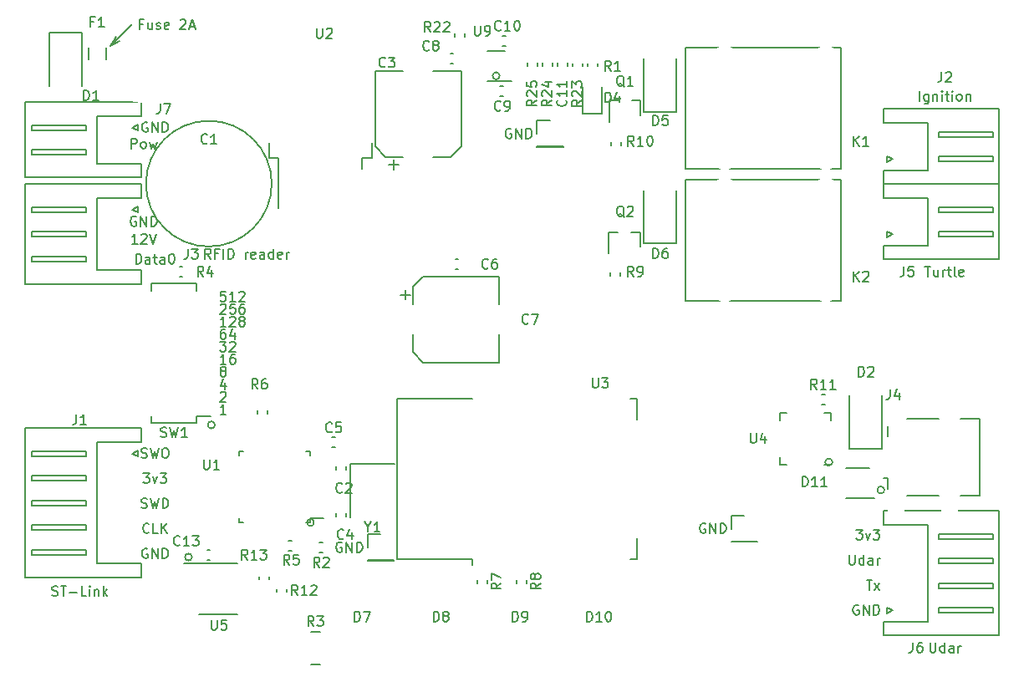
<source format=gto>
G04 #@! TF.GenerationSoftware,KiCad,Pcbnew,(5.1.5)-3*
G04 #@! TF.CreationDate,2020-01-27T10:14:26+03:00*
G04 #@! TF.ProjectId,UBD,5542442e-6b69-4636-9164-5f7063625858,rev?*
G04 #@! TF.SameCoordinates,Original*
G04 #@! TF.FileFunction,Legend,Top*
G04 #@! TF.FilePolarity,Positive*
%FSLAX46Y46*%
G04 Gerber Fmt 4.6, Leading zero omitted, Abs format (unit mm)*
G04 Created by KiCad (PCBNEW (5.1.5)-3) date 2020-01-27 10:14:26*
%MOMM*%
%LPD*%
G04 APERTURE LIST*
%ADD10C,0.150000*%
%ADD11C,0.200000*%
%ADD12R,1.352000X0.862000*%
%ADD13C,1.702000*%
%ADD14R,1.902000X2.602000*%
%ADD15R,1.302000X3.102000*%
%ADD16R,1.102000X1.102000*%
%ADD17R,1.802000X1.802000*%
%ADD18C,0.100000*%
%ADD19O,2.052000X1.802000*%
%ADD20O,2.102000X1.802000*%
%ADD21R,4.102000X2.202000*%
%ADD22R,1.322000X0.752000*%
%ADD23R,10.902000X9.502000*%
%ADD24R,1.202000X4.702000*%
%ADD25R,0.902000X0.602000*%
%ADD26R,0.902000X0.502000*%
%ADD27R,0.902000X1.002000*%
%ADD28C,2.602000*%
%ADD29C,1.102000*%
%ADD30R,1.802000X2.102000*%
%ADD31R,2.102000X0.602000*%
%ADD32R,1.502000X1.102000*%
%ADD33R,1.502000X1.302000*%
%ADD34R,1.902000X1.902000*%
%ADD35C,1.902000*%
%ADD36C,0.902000*%
%ADD37C,6.502000*%
G04 APERTURE END LIST*
D10*
X43356785Y-123912380D02*
X42880595Y-123912380D01*
X42832976Y-124388571D01*
X42880595Y-124340952D01*
X42975833Y-124293333D01*
X43213928Y-124293333D01*
X43309166Y-124340952D01*
X43356785Y-124388571D01*
X43404404Y-124483809D01*
X43404404Y-124721904D01*
X43356785Y-124817142D01*
X43309166Y-124864761D01*
X43213928Y-124912380D01*
X42975833Y-124912380D01*
X42880595Y-124864761D01*
X42832976Y-124817142D01*
X44356785Y-124912380D02*
X43785357Y-124912380D01*
X44071071Y-124912380D02*
X44071071Y-123912380D01*
X43975833Y-124055238D01*
X43880595Y-124150476D01*
X43785357Y-124198095D01*
X44737738Y-124007619D02*
X44785357Y-123960000D01*
X44880595Y-123912380D01*
X45118690Y-123912380D01*
X45213928Y-123960000D01*
X45261547Y-124007619D01*
X45309166Y-124102857D01*
X45309166Y-124198095D01*
X45261547Y-124340952D01*
X44690119Y-124912380D01*
X45309166Y-124912380D01*
X42832976Y-125277619D02*
X42880595Y-125230000D01*
X42975833Y-125182380D01*
X43213928Y-125182380D01*
X43309166Y-125230000D01*
X43356785Y-125277619D01*
X43404404Y-125372857D01*
X43404404Y-125468095D01*
X43356785Y-125610952D01*
X42785357Y-126182380D01*
X43404404Y-126182380D01*
X44309166Y-125182380D02*
X43832976Y-125182380D01*
X43785357Y-125658571D01*
X43832976Y-125610952D01*
X43928214Y-125563333D01*
X44166309Y-125563333D01*
X44261547Y-125610952D01*
X44309166Y-125658571D01*
X44356785Y-125753809D01*
X44356785Y-125991904D01*
X44309166Y-126087142D01*
X44261547Y-126134761D01*
X44166309Y-126182380D01*
X43928214Y-126182380D01*
X43832976Y-126134761D01*
X43785357Y-126087142D01*
X45213928Y-125182380D02*
X45023452Y-125182380D01*
X44928214Y-125230000D01*
X44880595Y-125277619D01*
X44785357Y-125420476D01*
X44737738Y-125610952D01*
X44737738Y-125991904D01*
X44785357Y-126087142D01*
X44832976Y-126134761D01*
X44928214Y-126182380D01*
X45118690Y-126182380D01*
X45213928Y-126134761D01*
X45261547Y-126087142D01*
X45309166Y-125991904D01*
X45309166Y-125753809D01*
X45261547Y-125658571D01*
X45213928Y-125610952D01*
X45118690Y-125563333D01*
X44928214Y-125563333D01*
X44832976Y-125610952D01*
X44785357Y-125658571D01*
X44737738Y-125753809D01*
X34958928Y-96829571D02*
X34625595Y-96829571D01*
X34625595Y-97353380D02*
X34625595Y-96353380D01*
X35101785Y-96353380D01*
X35911309Y-96686714D02*
X35911309Y-97353380D01*
X35482738Y-96686714D02*
X35482738Y-97210523D01*
X35530357Y-97305761D01*
X35625595Y-97353380D01*
X35768452Y-97353380D01*
X35863690Y-97305761D01*
X35911309Y-97258142D01*
X36339880Y-97305761D02*
X36435119Y-97353380D01*
X36625595Y-97353380D01*
X36720833Y-97305761D01*
X36768452Y-97210523D01*
X36768452Y-97162904D01*
X36720833Y-97067666D01*
X36625595Y-97020047D01*
X36482738Y-97020047D01*
X36387500Y-96972428D01*
X36339880Y-96877190D01*
X36339880Y-96829571D01*
X36387500Y-96734333D01*
X36482738Y-96686714D01*
X36625595Y-96686714D01*
X36720833Y-96734333D01*
X37577976Y-97305761D02*
X37482738Y-97353380D01*
X37292261Y-97353380D01*
X37197023Y-97305761D01*
X37149404Y-97210523D01*
X37149404Y-96829571D01*
X37197023Y-96734333D01*
X37292261Y-96686714D01*
X37482738Y-96686714D01*
X37577976Y-96734333D01*
X37625595Y-96829571D01*
X37625595Y-96924809D01*
X37149404Y-97020047D01*
X38768452Y-96448619D02*
X38816071Y-96401000D01*
X38911309Y-96353380D01*
X39149404Y-96353380D01*
X39244642Y-96401000D01*
X39292261Y-96448619D01*
X39339880Y-96543857D01*
X39339880Y-96639095D01*
X39292261Y-96781952D01*
X38720833Y-97353380D01*
X39339880Y-97353380D01*
X39720833Y-97067666D02*
X40197023Y-97067666D01*
X39625595Y-97353380D02*
X39958928Y-96353380D01*
X40292261Y-97353380D01*
D11*
X31652492Y-99083112D02*
X32595421Y-98499395D01*
X31652492Y-99083112D02*
X32236212Y-98140184D01*
X33897558Y-96838044D02*
X31652492Y-99083112D01*
D10*
X43404404Y-127452380D02*
X42832976Y-127452380D01*
X43118690Y-127452380D02*
X43118690Y-126452380D01*
X43023452Y-126595238D01*
X42928214Y-126690476D01*
X42832976Y-126738095D01*
X43785357Y-126547619D02*
X43832976Y-126500000D01*
X43928214Y-126452380D01*
X44166309Y-126452380D01*
X44261547Y-126500000D01*
X44309166Y-126547619D01*
X44356785Y-126642857D01*
X44356785Y-126738095D01*
X44309166Y-126880952D01*
X43737738Y-127452380D01*
X44356785Y-127452380D01*
X44928214Y-126880952D02*
X44832976Y-126833333D01*
X44785357Y-126785714D01*
X44737738Y-126690476D01*
X44737738Y-126642857D01*
X44785357Y-126547619D01*
X44832976Y-126500000D01*
X44928214Y-126452380D01*
X45118690Y-126452380D01*
X45213928Y-126500000D01*
X45261547Y-126547619D01*
X45309166Y-126642857D01*
X45309166Y-126690476D01*
X45261547Y-126785714D01*
X45213928Y-126833333D01*
X45118690Y-126880952D01*
X44928214Y-126880952D01*
X44832976Y-126928571D01*
X44785357Y-126976190D01*
X44737738Y-127071428D01*
X44737738Y-127261904D01*
X44785357Y-127357142D01*
X44832976Y-127404761D01*
X44928214Y-127452380D01*
X45118690Y-127452380D01*
X45213928Y-127404761D01*
X45261547Y-127357142D01*
X45309166Y-127261904D01*
X45309166Y-127071428D01*
X45261547Y-126976190D01*
X45213928Y-126928571D01*
X45118690Y-126880952D01*
X43309166Y-127722380D02*
X43118690Y-127722380D01*
X43023452Y-127770000D01*
X42975833Y-127817619D01*
X42880595Y-127960476D01*
X42832976Y-128150952D01*
X42832976Y-128531904D01*
X42880595Y-128627142D01*
X42928214Y-128674761D01*
X43023452Y-128722380D01*
X43213928Y-128722380D01*
X43309166Y-128674761D01*
X43356785Y-128627142D01*
X43404404Y-128531904D01*
X43404404Y-128293809D01*
X43356785Y-128198571D01*
X43309166Y-128150952D01*
X43213928Y-128103333D01*
X43023452Y-128103333D01*
X42928214Y-128150952D01*
X42880595Y-128198571D01*
X42832976Y-128293809D01*
X44261547Y-128055714D02*
X44261547Y-128722380D01*
X44023452Y-127674761D02*
X43785357Y-128389047D01*
X44404404Y-128389047D01*
X42785357Y-128992380D02*
X43404404Y-128992380D01*
X43071071Y-129373333D01*
X43213928Y-129373333D01*
X43309166Y-129420952D01*
X43356785Y-129468571D01*
X43404404Y-129563809D01*
X43404404Y-129801904D01*
X43356785Y-129897142D01*
X43309166Y-129944761D01*
X43213928Y-129992380D01*
X42928214Y-129992380D01*
X42832976Y-129944761D01*
X42785357Y-129897142D01*
X43785357Y-129087619D02*
X43832976Y-129040000D01*
X43928214Y-128992380D01*
X44166309Y-128992380D01*
X44261547Y-129040000D01*
X44309166Y-129087619D01*
X44356785Y-129182857D01*
X44356785Y-129278095D01*
X44309166Y-129420952D01*
X43737738Y-129992380D01*
X44356785Y-129992380D01*
X43404404Y-131262380D02*
X42832976Y-131262380D01*
X43118690Y-131262380D02*
X43118690Y-130262380D01*
X43023452Y-130405238D01*
X42928214Y-130500476D01*
X42832976Y-130548095D01*
X44261547Y-130262380D02*
X44071071Y-130262380D01*
X43975833Y-130310000D01*
X43928214Y-130357619D01*
X43832976Y-130500476D01*
X43785357Y-130690952D01*
X43785357Y-131071904D01*
X43832976Y-131167142D01*
X43880595Y-131214761D01*
X43975833Y-131262380D01*
X44166309Y-131262380D01*
X44261547Y-131214761D01*
X44309166Y-131167142D01*
X44356785Y-131071904D01*
X44356785Y-130833809D01*
X44309166Y-130738571D01*
X44261547Y-130690952D01*
X44166309Y-130643333D01*
X43975833Y-130643333D01*
X43880595Y-130690952D01*
X43832976Y-130738571D01*
X43785357Y-130833809D01*
X43023452Y-131960952D02*
X42928214Y-131913333D01*
X42880595Y-131865714D01*
X42832976Y-131770476D01*
X42832976Y-131722857D01*
X42880595Y-131627619D01*
X42928214Y-131580000D01*
X43023452Y-131532380D01*
X43213928Y-131532380D01*
X43309166Y-131580000D01*
X43356785Y-131627619D01*
X43404404Y-131722857D01*
X43404404Y-131770476D01*
X43356785Y-131865714D01*
X43309166Y-131913333D01*
X43213928Y-131960952D01*
X43023452Y-131960952D01*
X42928214Y-132008571D01*
X42880595Y-132056190D01*
X42832976Y-132151428D01*
X42832976Y-132341904D01*
X42880595Y-132437142D01*
X42928214Y-132484761D01*
X43023452Y-132532380D01*
X43213928Y-132532380D01*
X43309166Y-132484761D01*
X43356785Y-132437142D01*
X43404404Y-132341904D01*
X43404404Y-132151428D01*
X43356785Y-132056190D01*
X43309166Y-132008571D01*
X43213928Y-131960952D01*
X43309166Y-133135714D02*
X43309166Y-133802380D01*
X43071071Y-132754761D02*
X42832976Y-133469047D01*
X43452023Y-133469047D01*
X42832976Y-134167619D02*
X42880595Y-134120000D01*
X42975833Y-134072380D01*
X43213928Y-134072380D01*
X43309166Y-134120000D01*
X43356785Y-134167619D01*
X43404404Y-134262857D01*
X43404404Y-134358095D01*
X43356785Y-134500952D01*
X42785357Y-135072380D01*
X43404404Y-135072380D01*
X43404404Y-136342380D02*
X42832976Y-136342380D01*
X43118690Y-136342380D02*
X43118690Y-135342380D01*
X43023452Y-135485238D01*
X42928214Y-135580476D01*
X42832976Y-135628095D01*
X107233690Y-148042380D02*
X107852738Y-148042380D01*
X107519404Y-148423333D01*
X107662261Y-148423333D01*
X107757500Y-148470952D01*
X107805119Y-148518571D01*
X107852738Y-148613809D01*
X107852738Y-148851904D01*
X107805119Y-148947142D01*
X107757500Y-148994761D01*
X107662261Y-149042380D01*
X107376547Y-149042380D01*
X107281309Y-148994761D01*
X107233690Y-148947142D01*
X108186071Y-148375714D02*
X108424166Y-149042380D01*
X108662261Y-148375714D01*
X108947976Y-148042380D02*
X109567023Y-148042380D01*
X109233690Y-148423333D01*
X109376547Y-148423333D01*
X109471785Y-148470952D01*
X109519404Y-148518571D01*
X109567023Y-148613809D01*
X109567023Y-148851904D01*
X109519404Y-148947142D01*
X109471785Y-148994761D01*
X109376547Y-149042380D01*
X109090833Y-149042380D01*
X108995595Y-148994761D01*
X108947976Y-148947142D01*
X106519404Y-150582380D02*
X106519404Y-151391904D01*
X106567023Y-151487142D01*
X106614642Y-151534761D01*
X106709880Y-151582380D01*
X106900357Y-151582380D01*
X106995595Y-151534761D01*
X107043214Y-151487142D01*
X107090833Y-151391904D01*
X107090833Y-150582380D01*
X107995595Y-151582380D02*
X107995595Y-150582380D01*
X107995595Y-151534761D02*
X107900357Y-151582380D01*
X107709880Y-151582380D01*
X107614642Y-151534761D01*
X107567023Y-151487142D01*
X107519404Y-151391904D01*
X107519404Y-151106190D01*
X107567023Y-151010952D01*
X107614642Y-150963333D01*
X107709880Y-150915714D01*
X107900357Y-150915714D01*
X107995595Y-150963333D01*
X108900357Y-151582380D02*
X108900357Y-151058571D01*
X108852738Y-150963333D01*
X108757500Y-150915714D01*
X108567023Y-150915714D01*
X108471785Y-150963333D01*
X108900357Y-151534761D02*
X108805119Y-151582380D01*
X108567023Y-151582380D01*
X108471785Y-151534761D01*
X108424166Y-151439523D01*
X108424166Y-151344285D01*
X108471785Y-151249047D01*
X108567023Y-151201428D01*
X108805119Y-151201428D01*
X108900357Y-151153809D01*
X109376547Y-151582380D02*
X109376547Y-150915714D01*
X109376547Y-151106190D02*
X109424166Y-151010952D01*
X109471785Y-150963333D01*
X109567023Y-150915714D01*
X109662261Y-150915714D01*
X108281309Y-153122380D02*
X108852738Y-153122380D01*
X108567023Y-154122380D02*
X108567023Y-153122380D01*
X109090833Y-154122380D02*
X109614642Y-153455714D01*
X109090833Y-153455714D02*
X109614642Y-154122380D01*
X107471785Y-155710000D02*
X107376547Y-155662380D01*
X107233690Y-155662380D01*
X107090833Y-155710000D01*
X106995595Y-155805238D01*
X106947976Y-155900476D01*
X106900357Y-156090952D01*
X106900357Y-156233809D01*
X106947976Y-156424285D01*
X106995595Y-156519523D01*
X107090833Y-156614761D01*
X107233690Y-156662380D01*
X107328928Y-156662380D01*
X107471785Y-156614761D01*
X107519404Y-156567142D01*
X107519404Y-156233809D01*
X107328928Y-156233809D01*
X107947976Y-156662380D02*
X107947976Y-155662380D01*
X108519404Y-156662380D01*
X108519404Y-155662380D01*
X108995595Y-156662380D02*
X108995595Y-155662380D01*
X109233690Y-155662380D01*
X109376547Y-155710000D01*
X109471785Y-155805238D01*
X109519404Y-155900476D01*
X109567023Y-156090952D01*
X109567023Y-156233809D01*
X109519404Y-156424285D01*
X109471785Y-156519523D01*
X109376547Y-156614761D01*
X109233690Y-156662380D01*
X108995595Y-156662380D01*
X114705000Y-159472380D02*
X114705000Y-160281904D01*
X114752619Y-160377142D01*
X114800238Y-160424761D01*
X114895476Y-160472380D01*
X115085952Y-160472380D01*
X115181190Y-160424761D01*
X115228809Y-160377142D01*
X115276428Y-160281904D01*
X115276428Y-159472380D01*
X116181190Y-160472380D02*
X116181190Y-159472380D01*
X116181190Y-160424761D02*
X116085952Y-160472380D01*
X115895476Y-160472380D01*
X115800238Y-160424761D01*
X115752619Y-160377142D01*
X115705000Y-160281904D01*
X115705000Y-159996190D01*
X115752619Y-159900952D01*
X115800238Y-159853333D01*
X115895476Y-159805714D01*
X116085952Y-159805714D01*
X116181190Y-159853333D01*
X117085952Y-160472380D02*
X117085952Y-159948571D01*
X117038333Y-159853333D01*
X116943095Y-159805714D01*
X116752619Y-159805714D01*
X116657380Y-159853333D01*
X117085952Y-160424761D02*
X116990714Y-160472380D01*
X116752619Y-160472380D01*
X116657380Y-160424761D01*
X116609761Y-160329523D01*
X116609761Y-160234285D01*
X116657380Y-160139047D01*
X116752619Y-160091428D01*
X116990714Y-160091428D01*
X117085952Y-160043809D01*
X117562142Y-160472380D02*
X117562142Y-159805714D01*
X117562142Y-159996190D02*
X117609761Y-159900952D01*
X117657380Y-159853333D01*
X117752619Y-159805714D01*
X117847857Y-159805714D01*
X114181190Y-121372380D02*
X114752619Y-121372380D01*
X114466904Y-122372380D02*
X114466904Y-121372380D01*
X115514523Y-121705714D02*
X115514523Y-122372380D01*
X115085952Y-121705714D02*
X115085952Y-122229523D01*
X115133571Y-122324761D01*
X115228809Y-122372380D01*
X115371666Y-122372380D01*
X115466904Y-122324761D01*
X115514523Y-122277142D01*
X115990714Y-122372380D02*
X115990714Y-121705714D01*
X115990714Y-121896190D02*
X116038333Y-121800952D01*
X116085952Y-121753333D01*
X116181190Y-121705714D01*
X116276428Y-121705714D01*
X116466904Y-121705714D02*
X116847857Y-121705714D01*
X116609761Y-121372380D02*
X116609761Y-122229523D01*
X116657380Y-122324761D01*
X116752619Y-122372380D01*
X116847857Y-122372380D01*
X117324047Y-122372380D02*
X117228809Y-122324761D01*
X117181190Y-122229523D01*
X117181190Y-121372380D01*
X118085952Y-122324761D02*
X117990714Y-122372380D01*
X117800238Y-122372380D01*
X117705000Y-122324761D01*
X117657380Y-122229523D01*
X117657380Y-121848571D01*
X117705000Y-121753333D01*
X117800238Y-121705714D01*
X117990714Y-121705714D01*
X118085952Y-121753333D01*
X118133571Y-121848571D01*
X118133571Y-121943809D01*
X117657380Y-122039047D01*
X113633571Y-104592380D02*
X113633571Y-103592380D01*
X114538333Y-103925714D02*
X114538333Y-104735238D01*
X114490714Y-104830476D01*
X114443095Y-104878095D01*
X114347857Y-104925714D01*
X114205000Y-104925714D01*
X114109761Y-104878095D01*
X114538333Y-104544761D02*
X114443095Y-104592380D01*
X114252619Y-104592380D01*
X114157380Y-104544761D01*
X114109761Y-104497142D01*
X114062142Y-104401904D01*
X114062142Y-104116190D01*
X114109761Y-104020952D01*
X114157380Y-103973333D01*
X114252619Y-103925714D01*
X114443095Y-103925714D01*
X114538333Y-103973333D01*
X115014523Y-103925714D02*
X115014523Y-104592380D01*
X115014523Y-104020952D02*
X115062142Y-103973333D01*
X115157380Y-103925714D01*
X115300238Y-103925714D01*
X115395476Y-103973333D01*
X115443095Y-104068571D01*
X115443095Y-104592380D01*
X115919285Y-104592380D02*
X115919285Y-103925714D01*
X115919285Y-103592380D02*
X115871666Y-103640000D01*
X115919285Y-103687619D01*
X115966904Y-103640000D01*
X115919285Y-103592380D01*
X115919285Y-103687619D01*
X116252619Y-103925714D02*
X116633571Y-103925714D01*
X116395476Y-103592380D02*
X116395476Y-104449523D01*
X116443095Y-104544761D01*
X116538333Y-104592380D01*
X116633571Y-104592380D01*
X116966904Y-104592380D02*
X116966904Y-103925714D01*
X116966904Y-103592380D02*
X116919285Y-103640000D01*
X116966904Y-103687619D01*
X117014523Y-103640000D01*
X116966904Y-103592380D01*
X116966904Y-103687619D01*
X117585952Y-104592380D02*
X117490714Y-104544761D01*
X117443095Y-104497142D01*
X117395476Y-104401904D01*
X117395476Y-104116190D01*
X117443095Y-104020952D01*
X117490714Y-103973333D01*
X117585952Y-103925714D01*
X117728809Y-103925714D01*
X117824047Y-103973333D01*
X117871666Y-104020952D01*
X117919285Y-104116190D01*
X117919285Y-104401904D01*
X117871666Y-104497142D01*
X117824047Y-104544761D01*
X117728809Y-104592380D01*
X117585952Y-104592380D01*
X118347857Y-103925714D02*
X118347857Y-104592380D01*
X118347857Y-104020952D02*
X118395476Y-103973333D01*
X118490714Y-103925714D01*
X118633571Y-103925714D01*
X118728809Y-103973333D01*
X118776428Y-104068571D01*
X118776428Y-104592380D01*
X33813904Y-109418380D02*
X33813904Y-108418380D01*
X34194857Y-108418380D01*
X34290095Y-108466000D01*
X34337714Y-108513619D01*
X34385333Y-108608857D01*
X34385333Y-108751714D01*
X34337714Y-108846952D01*
X34290095Y-108894571D01*
X34194857Y-108942190D01*
X33813904Y-108942190D01*
X34956761Y-109418380D02*
X34861523Y-109370761D01*
X34813904Y-109323142D01*
X34766285Y-109227904D01*
X34766285Y-108942190D01*
X34813904Y-108846952D01*
X34861523Y-108799333D01*
X34956761Y-108751714D01*
X35099619Y-108751714D01*
X35194857Y-108799333D01*
X35242476Y-108846952D01*
X35290095Y-108942190D01*
X35290095Y-109227904D01*
X35242476Y-109323142D01*
X35194857Y-109370761D01*
X35099619Y-109418380D01*
X34956761Y-109418380D01*
X35623428Y-108751714D02*
X35813904Y-109418380D01*
X36004380Y-108942190D01*
X36194857Y-109418380D01*
X36385333Y-108751714D01*
X35433095Y-106815000D02*
X35337857Y-106767380D01*
X35195000Y-106767380D01*
X35052142Y-106815000D01*
X34956904Y-106910238D01*
X34909285Y-107005476D01*
X34861666Y-107195952D01*
X34861666Y-107338809D01*
X34909285Y-107529285D01*
X34956904Y-107624523D01*
X35052142Y-107719761D01*
X35195000Y-107767380D01*
X35290238Y-107767380D01*
X35433095Y-107719761D01*
X35480714Y-107672142D01*
X35480714Y-107338809D01*
X35290238Y-107338809D01*
X35909285Y-107767380D02*
X35909285Y-106767380D01*
X36480714Y-107767380D01*
X36480714Y-106767380D01*
X36956904Y-107767380D02*
X36956904Y-106767380D01*
X37195000Y-106767380D01*
X37337857Y-106815000D01*
X37433095Y-106910238D01*
X37480714Y-107005476D01*
X37528333Y-107195952D01*
X37528333Y-107338809D01*
X37480714Y-107529285D01*
X37433095Y-107624523D01*
X37337857Y-107719761D01*
X37195000Y-107767380D01*
X36956904Y-107767380D01*
X41846952Y-120594380D02*
X41513619Y-120118190D01*
X41275523Y-120594380D02*
X41275523Y-119594380D01*
X41656476Y-119594380D01*
X41751714Y-119642000D01*
X41799333Y-119689619D01*
X41846952Y-119784857D01*
X41846952Y-119927714D01*
X41799333Y-120022952D01*
X41751714Y-120070571D01*
X41656476Y-120118190D01*
X41275523Y-120118190D01*
X42608857Y-120070571D02*
X42275523Y-120070571D01*
X42275523Y-120594380D02*
X42275523Y-119594380D01*
X42751714Y-119594380D01*
X43132666Y-120594380D02*
X43132666Y-119594380D01*
X43608857Y-120594380D02*
X43608857Y-119594380D01*
X43846952Y-119594380D01*
X43989809Y-119642000D01*
X44085047Y-119737238D01*
X44132666Y-119832476D01*
X44180285Y-120022952D01*
X44180285Y-120165809D01*
X44132666Y-120356285D01*
X44085047Y-120451523D01*
X43989809Y-120546761D01*
X43846952Y-120594380D01*
X43608857Y-120594380D01*
X45370761Y-120594380D02*
X45370761Y-119927714D01*
X45370761Y-120118190D02*
X45418380Y-120022952D01*
X45466000Y-119975333D01*
X45561238Y-119927714D01*
X45656476Y-119927714D01*
X46370761Y-120546761D02*
X46275523Y-120594380D01*
X46085047Y-120594380D01*
X45989809Y-120546761D01*
X45942190Y-120451523D01*
X45942190Y-120070571D01*
X45989809Y-119975333D01*
X46085047Y-119927714D01*
X46275523Y-119927714D01*
X46370761Y-119975333D01*
X46418380Y-120070571D01*
X46418380Y-120165809D01*
X45942190Y-120261047D01*
X47275523Y-120594380D02*
X47275523Y-120070571D01*
X47227904Y-119975333D01*
X47132666Y-119927714D01*
X46942190Y-119927714D01*
X46846952Y-119975333D01*
X47275523Y-120546761D02*
X47180285Y-120594380D01*
X46942190Y-120594380D01*
X46846952Y-120546761D01*
X46799333Y-120451523D01*
X46799333Y-120356285D01*
X46846952Y-120261047D01*
X46942190Y-120213428D01*
X47180285Y-120213428D01*
X47275523Y-120165809D01*
X48180285Y-120594380D02*
X48180285Y-119594380D01*
X48180285Y-120546761D02*
X48085047Y-120594380D01*
X47894571Y-120594380D01*
X47799333Y-120546761D01*
X47751714Y-120499142D01*
X47704095Y-120403904D01*
X47704095Y-120118190D01*
X47751714Y-120022952D01*
X47799333Y-119975333D01*
X47894571Y-119927714D01*
X48085047Y-119927714D01*
X48180285Y-119975333D01*
X49037428Y-120546761D02*
X48942190Y-120594380D01*
X48751714Y-120594380D01*
X48656476Y-120546761D01*
X48608857Y-120451523D01*
X48608857Y-120070571D01*
X48656476Y-119975333D01*
X48751714Y-119927714D01*
X48942190Y-119927714D01*
X49037428Y-119975333D01*
X49085047Y-120070571D01*
X49085047Y-120165809D01*
X48608857Y-120261047D01*
X49513619Y-120594380D02*
X49513619Y-119927714D01*
X49513619Y-120118190D02*
X49561238Y-120022952D01*
X49608857Y-119975333D01*
X49704095Y-119927714D01*
X49799333Y-119927714D01*
X34266428Y-121102380D02*
X34266428Y-120102380D01*
X34504523Y-120102380D01*
X34647380Y-120150000D01*
X34742619Y-120245238D01*
X34790238Y-120340476D01*
X34837857Y-120530952D01*
X34837857Y-120673809D01*
X34790238Y-120864285D01*
X34742619Y-120959523D01*
X34647380Y-121054761D01*
X34504523Y-121102380D01*
X34266428Y-121102380D01*
X35695000Y-121102380D02*
X35695000Y-120578571D01*
X35647380Y-120483333D01*
X35552142Y-120435714D01*
X35361666Y-120435714D01*
X35266428Y-120483333D01*
X35695000Y-121054761D02*
X35599761Y-121102380D01*
X35361666Y-121102380D01*
X35266428Y-121054761D01*
X35218809Y-120959523D01*
X35218809Y-120864285D01*
X35266428Y-120769047D01*
X35361666Y-120721428D01*
X35599761Y-120721428D01*
X35695000Y-120673809D01*
X36028333Y-120435714D02*
X36409285Y-120435714D01*
X36171190Y-120102380D02*
X36171190Y-120959523D01*
X36218809Y-121054761D01*
X36314047Y-121102380D01*
X36409285Y-121102380D01*
X37171190Y-121102380D02*
X37171190Y-120578571D01*
X37123571Y-120483333D01*
X37028333Y-120435714D01*
X36837857Y-120435714D01*
X36742619Y-120483333D01*
X37171190Y-121054761D02*
X37075952Y-121102380D01*
X36837857Y-121102380D01*
X36742619Y-121054761D01*
X36695000Y-120959523D01*
X36695000Y-120864285D01*
X36742619Y-120769047D01*
X36837857Y-120721428D01*
X37075952Y-120721428D01*
X37171190Y-120673809D01*
X37837857Y-120102380D02*
X37933095Y-120102380D01*
X38028333Y-120150000D01*
X38075952Y-120197619D01*
X38123571Y-120292857D01*
X38171190Y-120483333D01*
X38171190Y-120721428D01*
X38123571Y-120911904D01*
X38075952Y-121007142D01*
X38028333Y-121054761D01*
X37933095Y-121102380D01*
X37837857Y-121102380D01*
X37742619Y-121054761D01*
X37695000Y-121007142D01*
X37647380Y-120911904D01*
X37599761Y-120721428D01*
X37599761Y-120483333D01*
X37647380Y-120292857D01*
X37695000Y-120197619D01*
X37742619Y-120150000D01*
X37837857Y-120102380D01*
X34432952Y-119070380D02*
X33861523Y-119070380D01*
X34147238Y-119070380D02*
X34147238Y-118070380D01*
X34052000Y-118213238D01*
X33956761Y-118308476D01*
X33861523Y-118356095D01*
X34813904Y-118165619D02*
X34861523Y-118118000D01*
X34956761Y-118070380D01*
X35194857Y-118070380D01*
X35290095Y-118118000D01*
X35337714Y-118165619D01*
X35385333Y-118260857D01*
X35385333Y-118356095D01*
X35337714Y-118498952D01*
X34766285Y-119070380D01*
X35385333Y-119070380D01*
X35671047Y-118070380D02*
X36004380Y-119070380D01*
X36337714Y-118070380D01*
X34290095Y-116340000D02*
X34194857Y-116292380D01*
X34052000Y-116292380D01*
X33909142Y-116340000D01*
X33813904Y-116435238D01*
X33766285Y-116530476D01*
X33718666Y-116720952D01*
X33718666Y-116863809D01*
X33766285Y-117054285D01*
X33813904Y-117149523D01*
X33909142Y-117244761D01*
X34052000Y-117292380D01*
X34147238Y-117292380D01*
X34290095Y-117244761D01*
X34337714Y-117197142D01*
X34337714Y-116863809D01*
X34147238Y-116863809D01*
X34766285Y-117292380D02*
X34766285Y-116292380D01*
X35337714Y-117292380D01*
X35337714Y-116292380D01*
X35813904Y-117292380D02*
X35813904Y-116292380D01*
X36052000Y-116292380D01*
X36194857Y-116340000D01*
X36290095Y-116435238D01*
X36337714Y-116530476D01*
X36385333Y-116720952D01*
X36385333Y-116863809D01*
X36337714Y-117054285D01*
X36290095Y-117149523D01*
X36194857Y-117244761D01*
X36052000Y-117292380D01*
X35813904Y-117292380D01*
X25789285Y-154709761D02*
X25932142Y-154757380D01*
X26170238Y-154757380D01*
X26265476Y-154709761D01*
X26313095Y-154662142D01*
X26360714Y-154566904D01*
X26360714Y-154471666D01*
X26313095Y-154376428D01*
X26265476Y-154328809D01*
X26170238Y-154281190D01*
X25979761Y-154233571D01*
X25884523Y-154185952D01*
X25836904Y-154138333D01*
X25789285Y-154043095D01*
X25789285Y-153947857D01*
X25836904Y-153852619D01*
X25884523Y-153805000D01*
X25979761Y-153757380D01*
X26217857Y-153757380D01*
X26360714Y-153805000D01*
X26646428Y-153757380D02*
X27217857Y-153757380D01*
X26932142Y-154757380D02*
X26932142Y-153757380D01*
X27551190Y-154376428D02*
X28313095Y-154376428D01*
X29265476Y-154757380D02*
X28789285Y-154757380D01*
X28789285Y-153757380D01*
X29598809Y-154757380D02*
X29598809Y-154090714D01*
X29598809Y-153757380D02*
X29551190Y-153805000D01*
X29598809Y-153852619D01*
X29646428Y-153805000D01*
X29598809Y-153757380D01*
X29598809Y-153852619D01*
X30075000Y-154090714D02*
X30075000Y-154757380D01*
X30075000Y-154185952D02*
X30122619Y-154138333D01*
X30217857Y-154090714D01*
X30360714Y-154090714D01*
X30455952Y-154138333D01*
X30503571Y-154233571D01*
X30503571Y-154757380D01*
X30979761Y-154757380D02*
X30979761Y-153757380D01*
X31075000Y-154376428D02*
X31360714Y-154757380D01*
X31360714Y-154090714D02*
X30979761Y-154471666D01*
X35433095Y-149995000D02*
X35337857Y-149947380D01*
X35195000Y-149947380D01*
X35052142Y-149995000D01*
X34956904Y-150090238D01*
X34909285Y-150185476D01*
X34861666Y-150375952D01*
X34861666Y-150518809D01*
X34909285Y-150709285D01*
X34956904Y-150804523D01*
X35052142Y-150899761D01*
X35195000Y-150947380D01*
X35290238Y-150947380D01*
X35433095Y-150899761D01*
X35480714Y-150852142D01*
X35480714Y-150518809D01*
X35290238Y-150518809D01*
X35909285Y-150947380D02*
X35909285Y-149947380D01*
X36480714Y-150947380D01*
X36480714Y-149947380D01*
X36956904Y-150947380D02*
X36956904Y-149947380D01*
X37195000Y-149947380D01*
X37337857Y-149995000D01*
X37433095Y-150090238D01*
X37480714Y-150185476D01*
X37528333Y-150375952D01*
X37528333Y-150518809D01*
X37480714Y-150709285D01*
X37433095Y-150804523D01*
X37337857Y-150899761D01*
X37195000Y-150947380D01*
X36956904Y-150947380D01*
X35599761Y-148312142D02*
X35552142Y-148359761D01*
X35409285Y-148407380D01*
X35314047Y-148407380D01*
X35171190Y-148359761D01*
X35075952Y-148264523D01*
X35028333Y-148169285D01*
X34980714Y-147978809D01*
X34980714Y-147835952D01*
X35028333Y-147645476D01*
X35075952Y-147550238D01*
X35171190Y-147455000D01*
X35314047Y-147407380D01*
X35409285Y-147407380D01*
X35552142Y-147455000D01*
X35599761Y-147502619D01*
X36504523Y-148407380D02*
X36028333Y-148407380D01*
X36028333Y-147407380D01*
X36837857Y-148407380D02*
X36837857Y-147407380D01*
X37409285Y-148407380D02*
X36980714Y-147835952D01*
X37409285Y-147407380D02*
X36837857Y-147978809D01*
X34837857Y-145819761D02*
X34980714Y-145867380D01*
X35218809Y-145867380D01*
X35314047Y-145819761D01*
X35361666Y-145772142D01*
X35409285Y-145676904D01*
X35409285Y-145581666D01*
X35361666Y-145486428D01*
X35314047Y-145438809D01*
X35218809Y-145391190D01*
X35028333Y-145343571D01*
X34933095Y-145295952D01*
X34885476Y-145248333D01*
X34837857Y-145153095D01*
X34837857Y-145057857D01*
X34885476Y-144962619D01*
X34933095Y-144915000D01*
X35028333Y-144867380D01*
X35266428Y-144867380D01*
X35409285Y-144915000D01*
X35742619Y-144867380D02*
X35980714Y-145867380D01*
X36171190Y-145153095D01*
X36361666Y-145867380D01*
X36599761Y-144867380D01*
X36980714Y-145867380D02*
X36980714Y-144867380D01*
X37218809Y-144867380D01*
X37361666Y-144915000D01*
X37456904Y-145010238D01*
X37504523Y-145105476D01*
X37552142Y-145295952D01*
X37552142Y-145438809D01*
X37504523Y-145629285D01*
X37456904Y-145724523D01*
X37361666Y-145819761D01*
X37218809Y-145867380D01*
X36980714Y-145867380D01*
X35004523Y-142327380D02*
X35623571Y-142327380D01*
X35290238Y-142708333D01*
X35433095Y-142708333D01*
X35528333Y-142755952D01*
X35575952Y-142803571D01*
X35623571Y-142898809D01*
X35623571Y-143136904D01*
X35575952Y-143232142D01*
X35528333Y-143279761D01*
X35433095Y-143327380D01*
X35147380Y-143327380D01*
X35052142Y-143279761D01*
X35004523Y-143232142D01*
X35956904Y-142660714D02*
X36195000Y-143327380D01*
X36433095Y-142660714D01*
X36718809Y-142327380D02*
X37337857Y-142327380D01*
X37004523Y-142708333D01*
X37147380Y-142708333D01*
X37242619Y-142755952D01*
X37290238Y-142803571D01*
X37337857Y-142898809D01*
X37337857Y-143136904D01*
X37290238Y-143232142D01*
X37242619Y-143279761D01*
X37147380Y-143327380D01*
X36861666Y-143327380D01*
X36766428Y-143279761D01*
X36718809Y-143232142D01*
X34814047Y-140739761D02*
X34956904Y-140787380D01*
X35195000Y-140787380D01*
X35290238Y-140739761D01*
X35337857Y-140692142D01*
X35385476Y-140596904D01*
X35385476Y-140501666D01*
X35337857Y-140406428D01*
X35290238Y-140358809D01*
X35195000Y-140311190D01*
X35004523Y-140263571D01*
X34909285Y-140215952D01*
X34861666Y-140168333D01*
X34814047Y-140073095D01*
X34814047Y-139977857D01*
X34861666Y-139882619D01*
X34909285Y-139835000D01*
X35004523Y-139787380D01*
X35242619Y-139787380D01*
X35385476Y-139835000D01*
X35718809Y-139787380D02*
X35956904Y-140787380D01*
X36147380Y-140073095D01*
X36337857Y-140787380D01*
X36575952Y-139787380D01*
X37147380Y-139787380D02*
X37337857Y-139787380D01*
X37433095Y-139835000D01*
X37528333Y-139930238D01*
X37575952Y-140120714D01*
X37575952Y-140454047D01*
X37528333Y-140644523D01*
X37433095Y-140739761D01*
X37337857Y-140787380D01*
X37147380Y-140787380D01*
X37052142Y-140739761D01*
X36956904Y-140644523D01*
X36909285Y-140454047D01*
X36909285Y-140120714D01*
X36956904Y-139930238D01*
X37052142Y-139835000D01*
X37147380Y-139787380D01*
D11*
X42269210Y-137435790D02*
G75*
G03X42269210Y-137435790I-359210J0D01*
G01*
X71118015Y-102066240D02*
G75*
G03X71118015Y-102066240I-359210J0D01*
G01*
X110083508Y-144019402D02*
G75*
G03X110083508Y-144019402I-359210J0D01*
G01*
X104808800Y-141206414D02*
G75*
G03X104808800Y-141206414I-359210J0D01*
G01*
X39949945Y-150823256D02*
G75*
G03X39949945Y-150823256I-359210J0D01*
G01*
X52307059Y-147308346D02*
G75*
G03X52307059Y-147308346I-359210J0D01*
G01*
X35817000Y-123840000D02*
X35817000Y-123130000D01*
X40436000Y-123840000D02*
X40436000Y-123130000D01*
X35817000Y-137220000D02*
X35817000Y-136510000D01*
X40436000Y-137220000D02*
X35817000Y-137220000D01*
X40436000Y-137220000D02*
X40436000Y-136570000D01*
X41827000Y-136570000D02*
X40436000Y-136570000D01*
X40436000Y-123130000D02*
X35817000Y-123130000D01*
X48026000Y-112990000D02*
G75*
G03X48026000Y-112990000I-6370000J0D01*
G01*
X28828000Y-97724000D02*
X25528000Y-97724000D01*
X25528000Y-97724000D02*
X25528000Y-103124000D01*
X28828000Y-97724000D02*
X28828000Y-103124000D01*
X85726000Y-119065000D02*
X89026000Y-119065000D01*
X89026000Y-119065000D02*
X89026000Y-113665000D01*
X85726000Y-119065000D02*
X85726000Y-113665000D01*
X85726000Y-105730000D02*
X89026000Y-105730000D01*
X89026000Y-105730000D02*
X89026000Y-100330000D01*
X85726000Y-105730000D02*
X85726000Y-100330000D01*
X106554000Y-139830000D02*
X109854000Y-139830000D01*
X109854000Y-139830000D02*
X109854000Y-134430000D01*
X106554000Y-139830000D02*
X106554000Y-134430000D01*
X60748146Y-151014038D02*
X60748146Y-134774038D01*
X60748146Y-134774038D02*
X68368146Y-134774038D01*
X84368146Y-134774038D02*
X84988146Y-134774038D01*
X84988146Y-134774038D02*
X84988146Y-136894038D01*
X84988146Y-148894038D02*
X84988146Y-151014038D01*
X84988146Y-151014038D02*
X84368146Y-151014038D01*
X68368146Y-151014038D02*
X60748146Y-151014038D01*
X68368146Y-151014038D02*
X68368146Y-151624038D01*
X57725000Y-151190000D02*
X60385000Y-151190000D01*
X57725000Y-151130000D02*
X57725000Y-151190000D01*
X60385000Y-151130000D02*
X60385000Y-151190000D01*
X57725000Y-151130000D02*
X60385000Y-151130000D01*
X57725000Y-149860000D02*
X57725000Y-148530000D01*
X57725000Y-148530000D02*
X59055000Y-148530000D01*
X94555000Y-149285000D02*
X97215000Y-149285000D01*
X94555000Y-149225000D02*
X94555000Y-149285000D01*
X97215000Y-149225000D02*
X97215000Y-149285000D01*
X94555000Y-149225000D02*
X97215000Y-149225000D01*
X94555000Y-147955000D02*
X94555000Y-146625000D01*
X94555000Y-146625000D02*
X95885000Y-146625000D01*
X74870000Y-106620000D02*
X76200000Y-106620000D01*
X74870000Y-107950000D02*
X74870000Y-106620000D01*
X74870000Y-109220000D02*
X77530000Y-109220000D01*
X77530000Y-109220000D02*
X77530000Y-109280000D01*
X74870000Y-109220000D02*
X74870000Y-109280000D01*
X74870000Y-109280000D02*
X77530000Y-109280000D01*
X41793279Y-150112000D02*
X41467721Y-150112000D01*
X41793279Y-151132000D02*
X41467721Y-151132000D01*
X61558000Y-123736000D02*
X61558000Y-124736000D01*
X61058000Y-124236000D02*
X62058000Y-124236000D01*
X62298000Y-130041563D02*
X63362437Y-131106000D01*
X62298000Y-123450437D02*
X63362437Y-122386000D01*
X62298000Y-123450437D02*
X62298000Y-125236000D01*
X62298000Y-130041563D02*
X62298000Y-128256000D01*
X63362437Y-131106000D02*
X71018000Y-131106000D01*
X63362437Y-122386000D02*
X71018000Y-122386000D01*
X71018000Y-122386000D02*
X71018000Y-125236000D01*
X71018000Y-131106000D02*
X71018000Y-128256000D01*
X47627000Y-136309186D02*
X47627000Y-135983628D01*
X46607000Y-136309186D02*
X46607000Y-135983628D01*
X78466690Y-100781199D02*
X78466690Y-101106757D01*
X79486690Y-100781199D02*
X79486690Y-101106757D01*
X110295000Y-155910000D02*
X110895000Y-156210000D01*
X110295000Y-156510000D02*
X110295000Y-155910000D01*
X110895000Y-156210000D02*
X110295000Y-156510000D01*
X115595000Y-148460000D02*
X115595000Y-148960000D01*
X121095000Y-148460000D02*
X115595000Y-148460000D01*
X121095000Y-148960000D02*
X121095000Y-148460000D01*
X115595000Y-148960000D02*
X121095000Y-148960000D01*
X115595000Y-150960000D02*
X115595000Y-151460000D01*
X121095000Y-150960000D02*
X115595000Y-150960000D01*
X121095000Y-151460000D02*
X121095000Y-150960000D01*
X115595000Y-151460000D02*
X121095000Y-151460000D01*
X115595000Y-153460000D02*
X115595000Y-153960000D01*
X121095000Y-153460000D02*
X115595000Y-153460000D01*
X121095000Y-153960000D02*
X121095000Y-153460000D01*
X115595000Y-153960000D02*
X121095000Y-153960000D01*
X115595000Y-155960000D02*
X115595000Y-156460000D01*
X121095000Y-155960000D02*
X115595000Y-155960000D01*
X121095000Y-156460000D02*
X121095000Y-155960000D01*
X115595000Y-156460000D02*
X121095000Y-156460000D01*
X114485000Y-147570000D02*
X114485000Y-152460000D01*
X109985000Y-147570000D02*
X114485000Y-147570000D01*
X109985000Y-146150000D02*
X109985000Y-147570000D01*
X121705000Y-146150000D02*
X109985000Y-146150000D01*
X121705000Y-152460000D02*
X121705000Y-146150000D01*
X114485000Y-157350000D02*
X114485000Y-152460000D01*
X109985000Y-157350000D02*
X114485000Y-157350000D01*
X109985000Y-158770000D02*
X109985000Y-157350000D01*
X121705000Y-158770000D02*
X109985000Y-158770000D01*
X121705000Y-152460000D02*
X121705000Y-158770000D01*
X110295000Y-117810000D02*
X110895000Y-118110000D01*
X110295000Y-118410000D02*
X110295000Y-117810000D01*
X110895000Y-118110000D02*
X110295000Y-118410000D01*
X115595000Y-115360000D02*
X115595000Y-115860000D01*
X121095000Y-115360000D02*
X115595000Y-115360000D01*
X121095000Y-115860000D02*
X121095000Y-115360000D01*
X115595000Y-115860000D02*
X121095000Y-115860000D01*
X115595000Y-117860000D02*
X115595000Y-118360000D01*
X121095000Y-117860000D02*
X115595000Y-117860000D01*
X121095000Y-118360000D02*
X121095000Y-117860000D01*
X115595000Y-118360000D02*
X121095000Y-118360000D01*
X114485000Y-114470000D02*
X114485000Y-116860000D01*
X109985000Y-114470000D02*
X114485000Y-114470000D01*
X109985000Y-113050000D02*
X109985000Y-114470000D01*
X121705000Y-113050000D02*
X109985000Y-113050000D01*
X121705000Y-116860000D02*
X121705000Y-113050000D01*
X114485000Y-119250000D02*
X114485000Y-116860000D01*
X109985000Y-119250000D02*
X114485000Y-119250000D01*
X109985000Y-120670000D02*
X109985000Y-119250000D01*
X121705000Y-120670000D02*
X109985000Y-120670000D01*
X121705000Y-116860000D02*
X121705000Y-120670000D01*
X110295000Y-110190000D02*
X110895000Y-110490000D01*
X110295000Y-110790000D02*
X110295000Y-110190000D01*
X110895000Y-110490000D02*
X110295000Y-110790000D01*
X115595000Y-107740000D02*
X115595000Y-108240000D01*
X121095000Y-107740000D02*
X115595000Y-107740000D01*
X121095000Y-108240000D02*
X121095000Y-107740000D01*
X115595000Y-108240000D02*
X121095000Y-108240000D01*
X115595000Y-110240000D02*
X115595000Y-110740000D01*
X121095000Y-110240000D02*
X115595000Y-110240000D01*
X121095000Y-110740000D02*
X121095000Y-110240000D01*
X115595000Y-110740000D02*
X121095000Y-110740000D01*
X114485000Y-106850000D02*
X114485000Y-109240000D01*
X109985000Y-106850000D02*
X114485000Y-106850000D01*
X109985000Y-105430000D02*
X109985000Y-106850000D01*
X121705000Y-105430000D02*
X109985000Y-105430000D01*
X121705000Y-109240000D02*
X121705000Y-105430000D01*
X114485000Y-111630000D02*
X114485000Y-109240000D01*
X109985000Y-111630000D02*
X114485000Y-111630000D01*
X109985000Y-113050000D02*
X109985000Y-111630000D01*
X121705000Y-113050000D02*
X109985000Y-113050000D01*
X121705000Y-109240000D02*
X121705000Y-113050000D01*
X67548692Y-98105279D02*
X67548692Y-97779721D01*
X66528692Y-98105279D02*
X66528692Y-97779721D01*
X34485000Y-107615000D02*
X33885000Y-107315000D01*
X34485000Y-107015000D02*
X34485000Y-107615000D01*
X33885000Y-107315000D02*
X34485000Y-107015000D01*
X29185000Y-110065000D02*
X29185000Y-109565000D01*
X23685000Y-110065000D02*
X29185000Y-110065000D01*
X23685000Y-109565000D02*
X23685000Y-110065000D01*
X29185000Y-109565000D02*
X23685000Y-109565000D01*
X29185000Y-107565000D02*
X29185000Y-107065000D01*
X23685000Y-107565000D02*
X29185000Y-107565000D01*
X23685000Y-107065000D02*
X23685000Y-107565000D01*
X29185000Y-107065000D02*
X23685000Y-107065000D01*
X30295000Y-110955000D02*
X30295000Y-108565000D01*
X34795000Y-110955000D02*
X30295000Y-110955000D01*
X34795000Y-112375000D02*
X34795000Y-110955000D01*
X23075000Y-112375000D02*
X34795000Y-112375000D01*
X23075000Y-108565000D02*
X23075000Y-112375000D01*
X30295000Y-106175000D02*
X30295000Y-108565000D01*
X34795000Y-106175000D02*
X30295000Y-106175000D01*
X34795000Y-104755000D02*
X34795000Y-106175000D01*
X23075000Y-104755000D02*
X34795000Y-104755000D01*
X23075000Y-108565000D02*
X23075000Y-104755000D01*
X34484999Y-115910000D02*
X33884999Y-115610000D01*
X34484999Y-115310000D02*
X34484999Y-115910000D01*
X33884999Y-115610000D02*
X34484999Y-115310000D01*
X29184999Y-120860000D02*
X29184999Y-120360000D01*
X23684999Y-120860000D02*
X29184999Y-120860000D01*
X23684999Y-120360000D02*
X23684999Y-120860000D01*
X29184999Y-120360000D02*
X23684999Y-120360000D01*
X29184999Y-118360000D02*
X29184999Y-117860000D01*
X23684999Y-118360000D02*
X29184999Y-118360000D01*
X23684999Y-117860000D02*
X23684999Y-118360000D01*
X29184999Y-117860000D02*
X23684999Y-117860000D01*
X29184999Y-115860000D02*
X29184999Y-115360000D01*
X23684999Y-115860000D02*
X29184999Y-115860000D01*
X23684999Y-115360000D02*
X23684999Y-115860000D01*
X29184999Y-115360000D02*
X23684999Y-115360000D01*
X30294999Y-121750000D02*
X30294999Y-118110000D01*
X34794999Y-121750000D02*
X30294999Y-121750000D01*
X34794999Y-123170000D02*
X34794999Y-121750000D01*
X23074999Y-123170000D02*
X34794999Y-123170000D01*
X23074999Y-118110000D02*
X23074999Y-123170000D01*
X30294999Y-114470000D02*
X30294999Y-118110000D01*
X34794999Y-114470000D02*
X30294999Y-114470000D01*
X34794999Y-113050000D02*
X34794999Y-114470000D01*
X23074999Y-113050000D02*
X34794999Y-113050000D01*
X23074999Y-118110000D02*
X23074999Y-113050000D01*
X34485000Y-140635000D02*
X33885000Y-140335000D01*
X34485000Y-140035000D02*
X34485000Y-140635000D01*
X33885000Y-140335000D02*
X34485000Y-140035000D01*
X29185000Y-150585000D02*
X29185000Y-150085000D01*
X23685000Y-150585000D02*
X29185000Y-150585000D01*
X23685000Y-150085000D02*
X23685000Y-150585000D01*
X29185000Y-150085000D02*
X23685000Y-150085000D01*
X29185000Y-148085000D02*
X29185000Y-147585000D01*
X23685000Y-148085000D02*
X29185000Y-148085000D01*
X23685000Y-147585000D02*
X23685000Y-148085000D01*
X29185000Y-147585000D02*
X23685000Y-147585000D01*
X29185000Y-145585000D02*
X29185000Y-145085000D01*
X23685000Y-145585000D02*
X29185000Y-145585000D01*
X23685000Y-145085000D02*
X23685000Y-145585000D01*
X29185000Y-145085000D02*
X23685000Y-145085000D01*
X29185000Y-143085000D02*
X29185000Y-142585000D01*
X23685000Y-143085000D02*
X29185000Y-143085000D01*
X23685000Y-142585000D02*
X23685000Y-143085000D01*
X29185000Y-142585000D02*
X23685000Y-142585000D01*
X29185000Y-140585000D02*
X29185000Y-140085000D01*
X23685000Y-140585000D02*
X29185000Y-140585000D01*
X23685000Y-140085000D02*
X23685000Y-140585000D01*
X29185000Y-140085000D02*
X23685000Y-140085000D01*
X30295000Y-151475000D02*
X30295000Y-145335000D01*
X34795000Y-151475000D02*
X30295000Y-151475000D01*
X34795000Y-152895000D02*
X34795000Y-151475000D01*
X23075000Y-152895000D02*
X34795000Y-152895000D01*
X23075000Y-145335000D02*
X23075000Y-152895000D01*
X30295000Y-139195000D02*
X30295000Y-145335000D01*
X34795000Y-139195000D02*
X30295000Y-139195000D01*
X34795000Y-137775000D02*
X34795000Y-139195000D01*
X23075000Y-137775000D02*
X34795000Y-137775000D01*
X23075000Y-145335000D02*
X23075000Y-137775000D01*
X60505850Y-141407848D02*
X56005850Y-141407848D01*
X56005850Y-141407848D02*
X56005850Y-146807848D01*
X69881690Y-102606480D02*
X72311690Y-102606480D01*
X71641690Y-99536480D02*
X69881690Y-99536480D01*
X42607000Y-151491000D02*
X39157000Y-151491000D01*
X42607000Y-151491000D02*
X44557000Y-151491000D01*
X42607000Y-156611000D02*
X40657000Y-156611000D01*
X42607000Y-156611000D02*
X44557000Y-156611000D01*
X103970003Y-141443999D02*
X104695003Y-141443999D01*
X99475003Y-136223999D02*
X99475003Y-136948999D01*
X100200003Y-136223999D02*
X99475003Y-136223999D01*
X104695003Y-136223999D02*
X104695003Y-136948999D01*
X103970003Y-136223999D02*
X104695003Y-136223999D01*
X99475003Y-141443999D02*
X99475003Y-140718999D01*
X100200003Y-141443999D02*
X99475003Y-141443999D01*
X57190000Y-110350000D02*
X57190000Y-111450000D01*
X58140000Y-110350000D02*
X57190000Y-110350000D01*
X58140000Y-108850000D02*
X58140000Y-110350000D01*
X48690000Y-110350000D02*
X48690000Y-115475000D01*
X47740000Y-110350000D02*
X48690000Y-110350000D01*
X47740000Y-108850000D02*
X47740000Y-110350000D01*
X51947849Y-146858346D02*
X53237849Y-146858346D01*
X51947849Y-147308346D02*
X51947849Y-146858346D01*
X51497849Y-147308346D02*
X51947849Y-147308346D01*
X44727849Y-147308346D02*
X44727849Y-146858346D01*
X45177849Y-147308346D02*
X44727849Y-147308346D01*
X51947849Y-140088346D02*
X51947849Y-140538346D01*
X51497849Y-140088346D02*
X51947849Y-140088346D01*
X44727849Y-140088346D02*
X44727849Y-140538346D01*
X45177849Y-140088346D02*
X44727849Y-140088346D01*
X74914690Y-101096759D02*
X74914690Y-100771201D01*
X73894690Y-101096759D02*
X73894690Y-100771201D01*
X75418689Y-100771203D02*
X75418689Y-101096761D01*
X76438689Y-100771203D02*
X76438689Y-101096761D01*
X47754000Y-153096279D02*
X47754000Y-152770721D01*
X46734000Y-153096279D02*
X46734000Y-152770721D01*
X49532000Y-154366279D02*
X49532000Y-154040721D01*
X48512000Y-154366279D02*
X48512000Y-154040721D01*
X104035279Y-134364001D02*
X103709721Y-134364001D01*
X104035279Y-135384001D02*
X103709721Y-135384001D01*
X82360000Y-108777721D02*
X82360000Y-109103279D01*
X83380000Y-108777721D02*
X83380000Y-109103279D01*
X83314000Y-122311279D02*
X83314000Y-121985721D01*
X82294000Y-122311279D02*
X82294000Y-121985721D01*
X72858147Y-153119763D02*
X72858147Y-153445321D01*
X73878147Y-153119763D02*
X73878147Y-153445321D01*
X68858143Y-153119759D02*
X68858143Y-153445317D01*
X69878143Y-153119759D02*
X69878143Y-153445317D01*
X49712570Y-150205851D02*
X50038128Y-150205851D01*
X49712570Y-149185851D02*
X50038128Y-149185851D01*
X38673721Y-122430000D02*
X38999279Y-122430000D01*
X38673721Y-121410000D02*
X38999279Y-121410000D01*
X51962000Y-161729000D02*
X52962000Y-161729000D01*
X51962000Y-158369000D02*
X52962000Y-158369000D01*
X52860571Y-150370000D02*
X53186129Y-150370000D01*
X52860571Y-149350000D02*
X53186129Y-149350000D01*
X81028000Y-101106761D02*
X81028000Y-100781203D01*
X80008000Y-101106761D02*
X80008000Y-100781203D01*
X85334000Y-117905000D02*
X84404000Y-117905000D01*
X82174000Y-117905000D02*
X83104000Y-117905000D01*
X82174000Y-117905000D02*
X82174000Y-120065000D01*
X85334000Y-117905000D02*
X85334000Y-119365000D01*
X85400000Y-104570000D02*
X84470000Y-104570000D01*
X82240000Y-104570000D02*
X83170000Y-104570000D01*
X82240000Y-104570000D02*
X82240000Y-106730000D01*
X85400000Y-104570000D02*
X85400000Y-106030000D01*
X105640000Y-112565000D02*
X89940000Y-112565000D01*
X89940000Y-124865000D02*
X89940000Y-112565000D01*
X105640000Y-124865000D02*
X105640000Y-112565000D01*
X105640000Y-124865000D02*
X89940000Y-124865000D01*
X105640000Y-99230000D02*
X89940000Y-99230000D01*
X89940000Y-111530000D02*
X89940000Y-99230000D01*
X105640000Y-111530000D02*
X105640000Y-99230000D01*
X105640000Y-111530000D02*
X89940000Y-111530000D01*
X119762000Y-144631000D02*
X117812000Y-144631000D01*
X115592000Y-144631000D02*
X112362000Y-144631000D01*
X110442000Y-143911000D02*
X110442000Y-142831000D01*
X110442000Y-138611000D02*
X110442000Y-137531000D01*
X115592000Y-136811000D02*
X112362000Y-136811000D01*
X119762000Y-136811000D02*
X117812000Y-136811000D01*
X110442000Y-142831000D02*
X110012000Y-142831000D01*
X119762000Y-136811000D02*
X119762000Y-144631000D01*
X31263000Y-99222936D02*
X31263000Y-100427064D01*
X29443000Y-99222936D02*
X29443000Y-100427064D01*
X106152368Y-144860000D02*
X109102368Y-144860000D01*
X108552368Y-141760000D02*
X106152368Y-141760000D01*
X81478000Y-105903500D02*
X81478000Y-103218500D01*
X79558000Y-105903500D02*
X81478000Y-105903500D01*
X79558000Y-103218500D02*
X79558000Y-105903500D01*
X77962690Y-101096759D02*
X77962690Y-100771201D01*
X76942690Y-101096759D02*
X76942690Y-100771201D01*
X71378285Y-99063813D02*
X71703843Y-99063813D01*
X71378285Y-98043813D02*
X71703843Y-98043813D01*
X71121411Y-104146480D02*
X71446969Y-104146480D01*
X71121411Y-103126480D02*
X71446969Y-103126480D01*
X66105721Y-100840000D02*
X66431279Y-100840000D01*
X66105721Y-99820000D02*
X66431279Y-99820000D01*
X66613721Y-121668000D02*
X66939279Y-121668000D01*
X66613721Y-120648000D02*
X66939279Y-120648000D01*
X54130572Y-139664850D02*
X54456130Y-139664850D01*
X54130572Y-138644850D02*
X54456130Y-138644850D01*
X54570847Y-146383566D02*
X54570847Y-146709124D01*
X55590847Y-146383566D02*
X55590847Y-146709124D01*
X59855000Y-111035000D02*
X60855000Y-111035000D01*
X60355000Y-111535000D02*
X60355000Y-110535000D01*
X66160563Y-110295000D02*
X67225000Y-109230563D01*
X59569437Y-110295000D02*
X58505000Y-109230563D01*
X59569437Y-110295000D02*
X61355000Y-110295000D01*
X66160563Y-110295000D02*
X64375000Y-110295000D01*
X67225000Y-109230563D02*
X67225000Y-101575000D01*
X58505000Y-109230563D02*
X58505000Y-101575000D01*
X58505000Y-101575000D02*
X61355000Y-101575000D01*
X67225000Y-101575000D02*
X64375000Y-101575000D01*
X55590850Y-141959128D02*
X55590850Y-141633570D01*
X54570850Y-141959128D02*
X54570850Y-141633570D01*
D10*
X36793666Y-138624761D02*
X36936523Y-138672380D01*
X37174619Y-138672380D01*
X37269857Y-138624761D01*
X37317476Y-138577142D01*
X37365095Y-138481904D01*
X37365095Y-138386666D01*
X37317476Y-138291428D01*
X37269857Y-138243809D01*
X37174619Y-138196190D01*
X36984142Y-138148571D01*
X36888904Y-138100952D01*
X36841285Y-138053333D01*
X36793666Y-137958095D01*
X36793666Y-137862857D01*
X36841285Y-137767619D01*
X36888904Y-137720000D01*
X36984142Y-137672380D01*
X37222238Y-137672380D01*
X37365095Y-137720000D01*
X37698428Y-137672380D02*
X37936523Y-138672380D01*
X38127000Y-137958095D01*
X38317476Y-138672380D01*
X38555571Y-137672380D01*
X39460333Y-138672380D02*
X38888904Y-138672380D01*
X39174619Y-138672380D02*
X39174619Y-137672380D01*
X39079380Y-137815238D01*
X38984142Y-137910476D01*
X38888904Y-137958095D01*
X41489333Y-108862142D02*
X41441714Y-108909761D01*
X41298857Y-108957380D01*
X41203619Y-108957380D01*
X41060761Y-108909761D01*
X40965523Y-108814523D01*
X40917904Y-108719285D01*
X40870285Y-108528809D01*
X40870285Y-108385952D01*
X40917904Y-108195476D01*
X40965523Y-108100238D01*
X41060761Y-108005000D01*
X41203619Y-107957380D01*
X41298857Y-107957380D01*
X41441714Y-108005000D01*
X41489333Y-108052619D01*
X42441714Y-108957380D02*
X41870285Y-108957380D01*
X42156000Y-108957380D02*
X42156000Y-107957380D01*
X42060761Y-108100238D01*
X41965523Y-108195476D01*
X41870285Y-108243095D01*
X28979904Y-104529380D02*
X28979904Y-103529380D01*
X29218000Y-103529380D01*
X29360857Y-103577000D01*
X29456095Y-103672238D01*
X29503714Y-103767476D01*
X29551333Y-103957952D01*
X29551333Y-104100809D01*
X29503714Y-104291285D01*
X29456095Y-104386523D01*
X29360857Y-104481761D01*
X29218000Y-104529380D01*
X28979904Y-104529380D01*
X30503714Y-104529380D02*
X29932285Y-104529380D01*
X30218000Y-104529380D02*
X30218000Y-103529380D01*
X30122761Y-103672238D01*
X30027523Y-103767476D01*
X29932285Y-103815095D01*
X86637904Y-120530380D02*
X86637904Y-119530380D01*
X86876000Y-119530380D01*
X87018857Y-119578000D01*
X87114095Y-119673238D01*
X87161714Y-119768476D01*
X87209333Y-119958952D01*
X87209333Y-120101809D01*
X87161714Y-120292285D01*
X87114095Y-120387523D01*
X87018857Y-120482761D01*
X86876000Y-120530380D01*
X86637904Y-120530380D01*
X88066476Y-119530380D02*
X87876000Y-119530380D01*
X87780761Y-119578000D01*
X87733142Y-119625619D01*
X87637904Y-119768476D01*
X87590285Y-119958952D01*
X87590285Y-120339904D01*
X87637904Y-120435142D01*
X87685523Y-120482761D01*
X87780761Y-120530380D01*
X87971238Y-120530380D01*
X88066476Y-120482761D01*
X88114095Y-120435142D01*
X88161714Y-120339904D01*
X88161714Y-120101809D01*
X88114095Y-120006571D01*
X88066476Y-119958952D01*
X87971238Y-119911333D01*
X87780761Y-119911333D01*
X87685523Y-119958952D01*
X87637904Y-120006571D01*
X87590285Y-120101809D01*
X86637904Y-107068380D02*
X86637904Y-106068380D01*
X86876000Y-106068380D01*
X87018857Y-106116000D01*
X87114095Y-106211238D01*
X87161714Y-106306476D01*
X87209333Y-106496952D01*
X87209333Y-106639809D01*
X87161714Y-106830285D01*
X87114095Y-106925523D01*
X87018857Y-107020761D01*
X86876000Y-107068380D01*
X86637904Y-107068380D01*
X88114095Y-106068380D02*
X87637904Y-106068380D01*
X87590285Y-106544571D01*
X87637904Y-106496952D01*
X87733142Y-106449333D01*
X87971238Y-106449333D01*
X88066476Y-106496952D01*
X88114095Y-106544571D01*
X88161714Y-106639809D01*
X88161714Y-106877904D01*
X88114095Y-106973142D01*
X88066476Y-107020761D01*
X87971238Y-107068380D01*
X87733142Y-107068380D01*
X87637904Y-107020761D01*
X87590285Y-106973142D01*
X107465904Y-132532380D02*
X107465904Y-131532380D01*
X107704000Y-131532380D01*
X107846857Y-131580000D01*
X107942095Y-131675238D01*
X107989714Y-131770476D01*
X108037333Y-131960952D01*
X108037333Y-132103809D01*
X107989714Y-132294285D01*
X107942095Y-132389523D01*
X107846857Y-132484761D01*
X107704000Y-132532380D01*
X107465904Y-132532380D01*
X108418285Y-131627619D02*
X108465904Y-131580000D01*
X108561142Y-131532380D01*
X108799238Y-131532380D01*
X108894476Y-131580000D01*
X108942095Y-131627619D01*
X108989714Y-131722857D01*
X108989714Y-131818095D01*
X108942095Y-131960952D01*
X108370666Y-132532380D01*
X108989714Y-132532380D01*
X80518095Y-132675380D02*
X80518095Y-133484904D01*
X80565714Y-133580142D01*
X80613333Y-133627761D01*
X80708571Y-133675380D01*
X80899047Y-133675380D01*
X80994285Y-133627761D01*
X81041904Y-133580142D01*
X81089523Y-133484904D01*
X81089523Y-132675380D01*
X81470476Y-132675380D02*
X82089523Y-132675380D01*
X81756190Y-133056333D01*
X81899047Y-133056333D01*
X81994285Y-133103952D01*
X82041904Y-133151571D01*
X82089523Y-133246809D01*
X82089523Y-133484904D01*
X82041904Y-133580142D01*
X81994285Y-133627761D01*
X81899047Y-133675380D01*
X81613333Y-133675380D01*
X81518095Y-133627761D01*
X81470476Y-133580142D01*
X55118095Y-149360000D02*
X55022857Y-149312380D01*
X54880000Y-149312380D01*
X54737142Y-149360000D01*
X54641904Y-149455238D01*
X54594285Y-149550476D01*
X54546666Y-149740952D01*
X54546666Y-149883809D01*
X54594285Y-150074285D01*
X54641904Y-150169523D01*
X54737142Y-150264761D01*
X54880000Y-150312380D01*
X54975238Y-150312380D01*
X55118095Y-150264761D01*
X55165714Y-150217142D01*
X55165714Y-149883809D01*
X54975238Y-149883809D01*
X55594285Y-150312380D02*
X55594285Y-149312380D01*
X56165714Y-150312380D01*
X56165714Y-149312380D01*
X56641904Y-150312380D02*
X56641904Y-149312380D01*
X56880000Y-149312380D01*
X57022857Y-149360000D01*
X57118095Y-149455238D01*
X57165714Y-149550476D01*
X57213333Y-149740952D01*
X57213333Y-149883809D01*
X57165714Y-150074285D01*
X57118095Y-150169523D01*
X57022857Y-150264761D01*
X56880000Y-150312380D01*
X56641904Y-150312380D01*
X91948095Y-147455000D02*
X91852857Y-147407380D01*
X91710000Y-147407380D01*
X91567142Y-147455000D01*
X91471904Y-147550238D01*
X91424285Y-147645476D01*
X91376666Y-147835952D01*
X91376666Y-147978809D01*
X91424285Y-148169285D01*
X91471904Y-148264523D01*
X91567142Y-148359761D01*
X91710000Y-148407380D01*
X91805238Y-148407380D01*
X91948095Y-148359761D01*
X91995714Y-148312142D01*
X91995714Y-147978809D01*
X91805238Y-147978809D01*
X92424285Y-148407380D02*
X92424285Y-147407380D01*
X92995714Y-148407380D01*
X92995714Y-147407380D01*
X93471904Y-148407380D02*
X93471904Y-147407380D01*
X93710000Y-147407380D01*
X93852857Y-147455000D01*
X93948095Y-147550238D01*
X93995714Y-147645476D01*
X94043333Y-147835952D01*
X94043333Y-147978809D01*
X93995714Y-148169285D01*
X93948095Y-148264523D01*
X93852857Y-148359761D01*
X93710000Y-148407380D01*
X93471904Y-148407380D01*
X72263095Y-107450000D02*
X72167857Y-107402380D01*
X72025000Y-107402380D01*
X71882142Y-107450000D01*
X71786904Y-107545238D01*
X71739285Y-107640476D01*
X71691666Y-107830952D01*
X71691666Y-107973809D01*
X71739285Y-108164285D01*
X71786904Y-108259523D01*
X71882142Y-108354761D01*
X72025000Y-108402380D01*
X72120238Y-108402380D01*
X72263095Y-108354761D01*
X72310714Y-108307142D01*
X72310714Y-107973809D01*
X72120238Y-107973809D01*
X72739285Y-108402380D02*
X72739285Y-107402380D01*
X73310714Y-108402380D01*
X73310714Y-107402380D01*
X73786904Y-108402380D02*
X73786904Y-107402380D01*
X74025000Y-107402380D01*
X74167857Y-107450000D01*
X74263095Y-107545238D01*
X74310714Y-107640476D01*
X74358333Y-107830952D01*
X74358333Y-107973809D01*
X74310714Y-108164285D01*
X74263095Y-108259523D01*
X74167857Y-108354761D01*
X74025000Y-108402380D01*
X73786904Y-108402380D01*
X38727142Y-149582142D02*
X38679523Y-149629761D01*
X38536666Y-149677380D01*
X38441428Y-149677380D01*
X38298571Y-149629761D01*
X38203333Y-149534523D01*
X38155714Y-149439285D01*
X38108095Y-149248809D01*
X38108095Y-149105952D01*
X38155714Y-148915476D01*
X38203333Y-148820238D01*
X38298571Y-148725000D01*
X38441428Y-148677380D01*
X38536666Y-148677380D01*
X38679523Y-148725000D01*
X38727142Y-148772619D01*
X39679523Y-149677380D02*
X39108095Y-149677380D01*
X39393809Y-149677380D02*
X39393809Y-148677380D01*
X39298571Y-148820238D01*
X39203333Y-148915476D01*
X39108095Y-148963095D01*
X40012857Y-148677380D02*
X40631904Y-148677380D01*
X40298571Y-149058333D01*
X40441428Y-149058333D01*
X40536666Y-149105952D01*
X40584285Y-149153571D01*
X40631904Y-149248809D01*
X40631904Y-149486904D01*
X40584285Y-149582142D01*
X40536666Y-149629761D01*
X40441428Y-149677380D01*
X40155714Y-149677380D01*
X40060476Y-149629761D01*
X40012857Y-149582142D01*
X74001333Y-127103142D02*
X73953714Y-127150761D01*
X73810857Y-127198380D01*
X73715619Y-127198380D01*
X73572761Y-127150761D01*
X73477523Y-127055523D01*
X73429904Y-126960285D01*
X73382285Y-126769809D01*
X73382285Y-126626952D01*
X73429904Y-126436476D01*
X73477523Y-126341238D01*
X73572761Y-126246000D01*
X73715619Y-126198380D01*
X73810857Y-126198380D01*
X73953714Y-126246000D01*
X74001333Y-126293619D01*
X74334666Y-126198380D02*
X75001333Y-126198380D01*
X74572761Y-127198380D01*
X46606484Y-133779287D02*
X46273151Y-133303097D01*
X46035055Y-133779287D02*
X46035055Y-132779287D01*
X46416008Y-132779287D01*
X46511246Y-132826907D01*
X46558865Y-132874526D01*
X46606484Y-132969764D01*
X46606484Y-133112621D01*
X46558865Y-133207859D01*
X46511246Y-133255478D01*
X46416008Y-133303097D01*
X46035055Y-133303097D01*
X47463627Y-132779287D02*
X47273151Y-132779287D01*
X47177912Y-132826907D01*
X47130293Y-132874526D01*
X47035055Y-133017383D01*
X46987436Y-133207859D01*
X46987436Y-133588811D01*
X47035055Y-133684049D01*
X47082674Y-133731668D01*
X47177912Y-133779287D01*
X47368389Y-133779287D01*
X47463627Y-133731668D01*
X47511246Y-133684049D01*
X47558865Y-133588811D01*
X47558865Y-133350716D01*
X47511246Y-133255478D01*
X47463627Y-133207859D01*
X47368389Y-133160240D01*
X47177912Y-133160240D01*
X47082674Y-133207859D01*
X47035055Y-133255478D01*
X46987436Y-133350716D01*
X79429070Y-104533335D02*
X78952880Y-104866668D01*
X79429070Y-105104763D02*
X78429070Y-105104763D01*
X78429070Y-104723811D01*
X78476690Y-104628573D01*
X78524309Y-104580954D01*
X78619547Y-104533335D01*
X78762404Y-104533335D01*
X78857642Y-104580954D01*
X78905261Y-104628573D01*
X78952880Y-104723811D01*
X78952880Y-105104763D01*
X78524309Y-104152382D02*
X78476690Y-104104763D01*
X78429070Y-104009525D01*
X78429070Y-103771430D01*
X78476690Y-103676192D01*
X78524309Y-103628573D01*
X78619547Y-103580954D01*
X78714785Y-103580954D01*
X78857642Y-103628573D01*
X79429070Y-104200001D01*
X79429070Y-103580954D01*
X78429070Y-103247620D02*
X78429070Y-102628573D01*
X78810023Y-102961906D01*
X78810023Y-102819049D01*
X78857642Y-102723811D01*
X78905261Y-102676192D01*
X79000499Y-102628573D01*
X79238594Y-102628573D01*
X79333832Y-102676192D01*
X79381451Y-102723811D01*
X79429070Y-102819049D01*
X79429070Y-103104763D01*
X79381451Y-103200001D01*
X79333832Y-103247620D01*
X112950666Y-159472380D02*
X112950666Y-160186666D01*
X112903047Y-160329523D01*
X112807809Y-160424761D01*
X112664952Y-160472380D01*
X112569714Y-160472380D01*
X113855428Y-159472380D02*
X113664952Y-159472380D01*
X113569714Y-159520000D01*
X113522095Y-159567619D01*
X113426857Y-159710476D01*
X113379238Y-159900952D01*
X113379238Y-160281904D01*
X113426857Y-160377142D01*
X113474476Y-160424761D01*
X113569714Y-160472380D01*
X113760190Y-160472380D01*
X113855428Y-160424761D01*
X113903047Y-160377142D01*
X113950666Y-160281904D01*
X113950666Y-160043809D01*
X113903047Y-159948571D01*
X113855428Y-159900952D01*
X113760190Y-159853333D01*
X113569714Y-159853333D01*
X113474476Y-159900952D01*
X113426857Y-159948571D01*
X113379238Y-160043809D01*
X112061666Y-121372380D02*
X112061666Y-122086666D01*
X112014047Y-122229523D01*
X111918809Y-122324761D01*
X111775952Y-122372380D01*
X111680714Y-122372380D01*
X113014047Y-121372380D02*
X112537857Y-121372380D01*
X112490238Y-121848571D01*
X112537857Y-121800952D01*
X112633095Y-121753333D01*
X112871190Y-121753333D01*
X112966428Y-121800952D01*
X113014047Y-121848571D01*
X113061666Y-121943809D01*
X113061666Y-122181904D01*
X113014047Y-122277142D01*
X112966428Y-122324761D01*
X112871190Y-122372380D01*
X112633095Y-122372380D01*
X112537857Y-122324761D01*
X112490238Y-122277142D01*
X115871666Y-101687380D02*
X115871666Y-102401666D01*
X115824047Y-102544523D01*
X115728809Y-102639761D01*
X115585952Y-102687380D01*
X115490714Y-102687380D01*
X116300238Y-101782619D02*
X116347857Y-101735000D01*
X116443095Y-101687380D01*
X116681190Y-101687380D01*
X116776428Y-101735000D01*
X116824047Y-101782619D01*
X116871666Y-101877857D01*
X116871666Y-101973095D01*
X116824047Y-102115952D01*
X116252619Y-102687380D01*
X116871666Y-102687380D01*
X64127142Y-97607380D02*
X63793809Y-97131190D01*
X63555714Y-97607380D02*
X63555714Y-96607380D01*
X63936666Y-96607380D01*
X64031904Y-96655000D01*
X64079523Y-96702619D01*
X64127142Y-96797857D01*
X64127142Y-96940714D01*
X64079523Y-97035952D01*
X64031904Y-97083571D01*
X63936666Y-97131190D01*
X63555714Y-97131190D01*
X64508095Y-96702619D02*
X64555714Y-96655000D01*
X64650952Y-96607380D01*
X64889047Y-96607380D01*
X64984285Y-96655000D01*
X65031904Y-96702619D01*
X65079523Y-96797857D01*
X65079523Y-96893095D01*
X65031904Y-97035952D01*
X64460476Y-97607380D01*
X65079523Y-97607380D01*
X65460476Y-96702619D02*
X65508095Y-96655000D01*
X65603333Y-96607380D01*
X65841428Y-96607380D01*
X65936666Y-96655000D01*
X65984285Y-96702619D01*
X66031904Y-96797857D01*
X66031904Y-96893095D01*
X65984285Y-97035952D01*
X65412857Y-97607380D01*
X66031904Y-97607380D01*
X36750666Y-104862380D02*
X36750666Y-105576666D01*
X36703047Y-105719523D01*
X36607809Y-105814761D01*
X36464952Y-105862380D01*
X36369714Y-105862380D01*
X37131619Y-104862380D02*
X37798285Y-104862380D01*
X37369714Y-105862380D01*
X39544666Y-119594380D02*
X39544666Y-120308666D01*
X39497047Y-120451523D01*
X39401809Y-120546761D01*
X39258952Y-120594380D01*
X39163714Y-120594380D01*
X39925619Y-119594380D02*
X40544666Y-119594380D01*
X40211333Y-119975333D01*
X40354190Y-119975333D01*
X40449428Y-120022952D01*
X40497047Y-120070571D01*
X40544666Y-120165809D01*
X40544666Y-120403904D01*
X40497047Y-120499142D01*
X40449428Y-120546761D01*
X40354190Y-120594380D01*
X40068476Y-120594380D01*
X39973238Y-120546761D01*
X39925619Y-120499142D01*
X28241666Y-136358380D02*
X28241666Y-137072666D01*
X28194047Y-137215523D01*
X28098809Y-137310761D01*
X27955952Y-137358380D01*
X27860714Y-137358380D01*
X29241666Y-137358380D02*
X28670238Y-137358380D01*
X28955952Y-137358380D02*
X28955952Y-136358380D01*
X28860714Y-136501238D01*
X28765476Y-136596476D01*
X28670238Y-136644095D01*
X57779659Y-147767038D02*
X57779659Y-148243228D01*
X57446326Y-147243228D02*
X57779659Y-147767038D01*
X58112992Y-147243228D01*
X58970135Y-148243228D02*
X58398707Y-148243228D01*
X58684421Y-148243228D02*
X58684421Y-147243228D01*
X58589183Y-147386086D01*
X58493945Y-147481324D01*
X58398707Y-147528943D01*
X68580095Y-96988380D02*
X68580095Y-97797904D01*
X68627714Y-97893142D01*
X68675333Y-97940761D01*
X68770571Y-97988380D01*
X68961047Y-97988380D01*
X69056285Y-97940761D01*
X69103904Y-97893142D01*
X69151523Y-97797904D01*
X69151523Y-96988380D01*
X69675333Y-97988380D02*
X69865809Y-97988380D01*
X69961047Y-97940761D01*
X70008666Y-97893142D01*
X70103904Y-97750285D01*
X70151523Y-97559809D01*
X70151523Y-97178857D01*
X70103904Y-97083619D01*
X70056285Y-97036000D01*
X69961047Y-96988380D01*
X69770571Y-96988380D01*
X69675333Y-97036000D01*
X69627714Y-97083619D01*
X69580095Y-97178857D01*
X69580095Y-97416952D01*
X69627714Y-97512190D01*
X69675333Y-97559809D01*
X69770571Y-97607428D01*
X69961047Y-97607428D01*
X70056285Y-97559809D01*
X70103904Y-97512190D01*
X70151523Y-97416952D01*
X41910095Y-157186380D02*
X41910095Y-157995904D01*
X41957714Y-158091142D01*
X42005333Y-158138761D01*
X42100571Y-158186380D01*
X42291047Y-158186380D01*
X42386285Y-158138761D01*
X42433904Y-158091142D01*
X42481523Y-157995904D01*
X42481523Y-157186380D01*
X43433904Y-157186380D02*
X42957714Y-157186380D01*
X42910095Y-157662571D01*
X42957714Y-157614952D01*
X43052952Y-157567333D01*
X43291047Y-157567333D01*
X43386285Y-157614952D01*
X43433904Y-157662571D01*
X43481523Y-157757809D01*
X43481523Y-157995904D01*
X43433904Y-158091142D01*
X43386285Y-158138761D01*
X43291047Y-158186380D01*
X43052952Y-158186380D01*
X42957714Y-158138761D01*
X42910095Y-158091142D01*
X96520095Y-138263380D02*
X96520095Y-139072904D01*
X96567714Y-139168142D01*
X96615333Y-139215761D01*
X96710571Y-139263380D01*
X96901047Y-139263380D01*
X96996285Y-139215761D01*
X97043904Y-139168142D01*
X97091523Y-139072904D01*
X97091523Y-138263380D01*
X97996285Y-138596714D02*
X97996285Y-139263380D01*
X97758190Y-138215761D02*
X97520095Y-138930047D01*
X98139142Y-138930047D01*
X52578095Y-97242380D02*
X52578095Y-98051904D01*
X52625714Y-98147142D01*
X52673333Y-98194761D01*
X52768571Y-98242380D01*
X52959047Y-98242380D01*
X53054285Y-98194761D01*
X53101904Y-98147142D01*
X53149523Y-98051904D01*
X53149523Y-97242380D01*
X53578095Y-97337619D02*
X53625714Y-97290000D01*
X53720952Y-97242380D01*
X53959047Y-97242380D01*
X54054285Y-97290000D01*
X54101904Y-97337619D01*
X54149523Y-97432857D01*
X54149523Y-97528095D01*
X54101904Y-97670952D01*
X53530476Y-98242380D01*
X54149523Y-98242380D01*
X41148095Y-140930380D02*
X41148095Y-141739904D01*
X41195714Y-141835142D01*
X41243333Y-141882761D01*
X41338571Y-141930380D01*
X41529047Y-141930380D01*
X41624285Y-141882761D01*
X41671904Y-141835142D01*
X41719523Y-141739904D01*
X41719523Y-140930380D01*
X42719523Y-141930380D02*
X42148095Y-141930380D01*
X42433809Y-141930380D02*
X42433809Y-140930380D01*
X42338571Y-141073238D01*
X42243333Y-141168476D01*
X42148095Y-141216095D01*
X74857070Y-104523337D02*
X74380880Y-104856670D01*
X74857070Y-105094765D02*
X73857070Y-105094765D01*
X73857070Y-104713813D01*
X73904690Y-104618575D01*
X73952309Y-104570956D01*
X74047547Y-104523337D01*
X74190404Y-104523337D01*
X74285642Y-104570956D01*
X74333261Y-104618575D01*
X74380880Y-104713813D01*
X74380880Y-105094765D01*
X73952309Y-104142384D02*
X73904690Y-104094765D01*
X73857070Y-103999527D01*
X73857070Y-103761432D01*
X73904690Y-103666194D01*
X73952309Y-103618575D01*
X74047547Y-103570956D01*
X74142785Y-103570956D01*
X74285642Y-103618575D01*
X74857070Y-104190003D01*
X74857070Y-103570956D01*
X73857070Y-102666194D02*
X73857070Y-103142384D01*
X74333261Y-103190003D01*
X74285642Y-103142384D01*
X74238023Y-103047146D01*
X74238023Y-102809051D01*
X74285642Y-102713813D01*
X74333261Y-102666194D01*
X74428499Y-102618575D01*
X74666594Y-102618575D01*
X74761832Y-102666194D01*
X74809451Y-102713813D01*
X74857070Y-102809051D01*
X74857070Y-103047146D01*
X74809451Y-103142384D01*
X74761832Y-103190003D01*
X76381069Y-104523339D02*
X75904879Y-104856672D01*
X76381069Y-105094767D02*
X75381069Y-105094767D01*
X75381069Y-104713815D01*
X75428689Y-104618577D01*
X75476308Y-104570958D01*
X75571546Y-104523339D01*
X75714403Y-104523339D01*
X75809641Y-104570958D01*
X75857260Y-104618577D01*
X75904879Y-104713815D01*
X75904879Y-105094767D01*
X75476308Y-104142386D02*
X75428689Y-104094767D01*
X75381069Y-103999529D01*
X75381069Y-103761434D01*
X75428689Y-103666196D01*
X75476308Y-103618577D01*
X75571546Y-103570958D01*
X75666784Y-103570958D01*
X75809641Y-103618577D01*
X76381069Y-104190005D01*
X76381069Y-103570958D01*
X75714403Y-102713815D02*
X76381069Y-102713815D01*
X75333450Y-102951910D02*
X76047736Y-103190005D01*
X76047736Y-102570958D01*
X45585142Y-151074380D02*
X45251809Y-150598190D01*
X45013714Y-151074380D02*
X45013714Y-150074380D01*
X45394666Y-150074380D01*
X45489904Y-150122000D01*
X45537523Y-150169619D01*
X45585142Y-150264857D01*
X45585142Y-150407714D01*
X45537523Y-150502952D01*
X45489904Y-150550571D01*
X45394666Y-150598190D01*
X45013714Y-150598190D01*
X46537523Y-151074380D02*
X45966095Y-151074380D01*
X46251809Y-151074380D02*
X46251809Y-150074380D01*
X46156571Y-150217238D01*
X46061333Y-150312476D01*
X45966095Y-150360095D01*
X46870857Y-150074380D02*
X47489904Y-150074380D01*
X47156571Y-150455333D01*
X47299428Y-150455333D01*
X47394666Y-150502952D01*
X47442285Y-150550571D01*
X47489904Y-150645809D01*
X47489904Y-150883904D01*
X47442285Y-150979142D01*
X47394666Y-151026761D01*
X47299428Y-151074380D01*
X47013714Y-151074380D01*
X46918476Y-151026761D01*
X46870857Y-150979142D01*
X50665142Y-154655880D02*
X50331809Y-154179690D01*
X50093714Y-154655880D02*
X50093714Y-153655880D01*
X50474666Y-153655880D01*
X50569904Y-153703500D01*
X50617523Y-153751119D01*
X50665142Y-153846357D01*
X50665142Y-153989214D01*
X50617523Y-154084452D01*
X50569904Y-154132071D01*
X50474666Y-154179690D01*
X50093714Y-154179690D01*
X51617523Y-154655880D02*
X51046095Y-154655880D01*
X51331809Y-154655880D02*
X51331809Y-153655880D01*
X51236571Y-153798738D01*
X51141333Y-153893976D01*
X51046095Y-153941595D01*
X51998476Y-153751119D02*
X52046095Y-153703500D01*
X52141333Y-153655880D01*
X52379428Y-153655880D01*
X52474666Y-153703500D01*
X52522285Y-153751119D01*
X52569904Y-153846357D01*
X52569904Y-153941595D01*
X52522285Y-154084452D01*
X51950857Y-154655880D01*
X52569904Y-154655880D01*
X103243142Y-133802381D02*
X102909809Y-133326191D01*
X102671714Y-133802381D02*
X102671714Y-132802381D01*
X103052666Y-132802381D01*
X103147904Y-132850001D01*
X103195523Y-132897620D01*
X103243142Y-132992858D01*
X103243142Y-133135715D01*
X103195523Y-133230953D01*
X103147904Y-133278572D01*
X103052666Y-133326191D01*
X102671714Y-133326191D01*
X104195523Y-133802381D02*
X103624095Y-133802381D01*
X103909809Y-133802381D02*
X103909809Y-132802381D01*
X103814571Y-132945239D01*
X103719333Y-133040477D01*
X103624095Y-133088096D01*
X105147904Y-133802381D02*
X104576476Y-133802381D01*
X104862190Y-133802381D02*
X104862190Y-132802381D01*
X104766952Y-132945239D01*
X104671714Y-133040477D01*
X104576476Y-133088096D01*
X84701142Y-109164380D02*
X84367809Y-108688190D01*
X84129714Y-109164380D02*
X84129714Y-108164380D01*
X84510666Y-108164380D01*
X84605904Y-108212000D01*
X84653523Y-108259619D01*
X84701142Y-108354857D01*
X84701142Y-108497714D01*
X84653523Y-108592952D01*
X84605904Y-108640571D01*
X84510666Y-108688190D01*
X84129714Y-108688190D01*
X85653523Y-109164380D02*
X85082095Y-109164380D01*
X85367809Y-109164380D02*
X85367809Y-108164380D01*
X85272571Y-108307238D01*
X85177333Y-108402476D01*
X85082095Y-108450095D01*
X86272571Y-108164380D02*
X86367809Y-108164380D01*
X86463047Y-108212000D01*
X86510666Y-108259619D01*
X86558285Y-108354857D01*
X86605904Y-108545333D01*
X86605904Y-108783428D01*
X86558285Y-108973904D01*
X86510666Y-109069142D01*
X86463047Y-109116761D01*
X86367809Y-109164380D01*
X86272571Y-109164380D01*
X86177333Y-109116761D01*
X86129714Y-109069142D01*
X86082095Y-108973904D01*
X86034476Y-108783428D01*
X86034476Y-108545333D01*
X86082095Y-108354857D01*
X86129714Y-108259619D01*
X86177333Y-108212000D01*
X86272571Y-108164380D01*
X84669333Y-122372380D02*
X84336000Y-121896190D01*
X84097904Y-122372380D02*
X84097904Y-121372380D01*
X84478857Y-121372380D01*
X84574095Y-121420000D01*
X84621714Y-121467619D01*
X84669333Y-121562857D01*
X84669333Y-121705714D01*
X84621714Y-121800952D01*
X84574095Y-121848571D01*
X84478857Y-121896190D01*
X84097904Y-121896190D01*
X85145523Y-122372380D02*
X85336000Y-122372380D01*
X85431238Y-122324761D01*
X85478857Y-122277142D01*
X85574095Y-122134285D01*
X85621714Y-121943809D01*
X85621714Y-121562857D01*
X85574095Y-121467619D01*
X85526476Y-121420000D01*
X85431238Y-121372380D01*
X85240761Y-121372380D01*
X85145523Y-121420000D01*
X85097904Y-121467619D01*
X85050285Y-121562857D01*
X85050285Y-121800952D01*
X85097904Y-121896190D01*
X85145523Y-121943809D01*
X85240761Y-121991428D01*
X85431238Y-121991428D01*
X85526476Y-121943809D01*
X85574095Y-121896190D01*
X85621714Y-121800952D01*
X75250527Y-153449208D02*
X74774337Y-153782542D01*
X75250527Y-154020637D02*
X74250527Y-154020637D01*
X74250527Y-153639684D01*
X74298147Y-153544446D01*
X74345766Y-153496827D01*
X74441004Y-153449208D01*
X74583861Y-153449208D01*
X74679099Y-153496827D01*
X74726718Y-153544446D01*
X74774337Y-153639684D01*
X74774337Y-154020637D01*
X74679099Y-152877780D02*
X74631480Y-152973018D01*
X74583861Y-153020637D01*
X74488623Y-153068256D01*
X74441004Y-153068256D01*
X74345766Y-153020637D01*
X74298147Y-152973018D01*
X74250527Y-152877780D01*
X74250527Y-152687303D01*
X74298147Y-152592065D01*
X74345766Y-152544446D01*
X74441004Y-152496827D01*
X74488623Y-152496827D01*
X74583861Y-152544446D01*
X74631480Y-152592065D01*
X74679099Y-152687303D01*
X74679099Y-152877780D01*
X74726718Y-152973018D01*
X74774337Y-153020637D01*
X74869575Y-153068256D01*
X75060051Y-153068256D01*
X75155289Y-153020637D01*
X75202908Y-152973018D01*
X75250527Y-152877780D01*
X75250527Y-152687303D01*
X75202908Y-152592065D01*
X75155289Y-152544446D01*
X75060051Y-152496827D01*
X74869575Y-152496827D01*
X74774337Y-152544446D01*
X74726718Y-152592065D01*
X74679099Y-152687303D01*
X71250523Y-153449204D02*
X70774333Y-153782538D01*
X71250523Y-154020633D02*
X70250523Y-154020633D01*
X70250523Y-153639680D01*
X70298143Y-153544442D01*
X70345762Y-153496823D01*
X70441000Y-153449204D01*
X70583857Y-153449204D01*
X70679095Y-153496823D01*
X70726714Y-153544442D01*
X70774333Y-153639680D01*
X70774333Y-154020633D01*
X70250523Y-153115871D02*
X70250523Y-152449204D01*
X71250523Y-152877776D01*
X49834182Y-151582380D02*
X49500849Y-151106190D01*
X49262753Y-151582380D02*
X49262753Y-150582380D01*
X49643706Y-150582380D01*
X49738944Y-150630000D01*
X49786563Y-150677619D01*
X49834182Y-150772857D01*
X49834182Y-150915714D01*
X49786563Y-151010952D01*
X49738944Y-151058571D01*
X49643706Y-151106190D01*
X49262753Y-151106190D01*
X50738944Y-150582380D02*
X50262753Y-150582380D01*
X50215134Y-151058571D01*
X50262753Y-151010952D01*
X50357991Y-150963333D01*
X50596087Y-150963333D01*
X50691325Y-151010952D01*
X50738944Y-151058571D01*
X50786563Y-151153809D01*
X50786563Y-151391904D01*
X50738944Y-151487142D01*
X50691325Y-151534761D01*
X50596087Y-151582380D01*
X50357991Y-151582380D01*
X50262753Y-151534761D01*
X50215134Y-151487142D01*
X41108333Y-122372380D02*
X40775000Y-121896190D01*
X40536904Y-122372380D02*
X40536904Y-121372380D01*
X40917857Y-121372380D01*
X41013095Y-121420000D01*
X41060714Y-121467619D01*
X41108333Y-121562857D01*
X41108333Y-121705714D01*
X41060714Y-121800952D01*
X41013095Y-121848571D01*
X40917857Y-121896190D01*
X40536904Y-121896190D01*
X41965476Y-121705714D02*
X41965476Y-122372380D01*
X41727380Y-121324761D02*
X41489285Y-122039047D01*
X42108333Y-122039047D01*
X52284333Y-157805380D02*
X51951000Y-157329190D01*
X51712904Y-157805380D02*
X51712904Y-156805380D01*
X52093857Y-156805380D01*
X52189095Y-156853000D01*
X52236714Y-156900619D01*
X52284333Y-156995857D01*
X52284333Y-157138714D01*
X52236714Y-157233952D01*
X52189095Y-157281571D01*
X52093857Y-157329190D01*
X51712904Y-157329190D01*
X52617666Y-156805380D02*
X53236714Y-156805380D01*
X52903380Y-157186333D01*
X53046238Y-157186333D01*
X53141476Y-157233952D01*
X53189095Y-157281571D01*
X53236714Y-157376809D01*
X53236714Y-157614904D01*
X53189095Y-157710142D01*
X53141476Y-157757761D01*
X53046238Y-157805380D01*
X52760523Y-157805380D01*
X52665285Y-157757761D01*
X52617666Y-157710142D01*
X52882185Y-151836381D02*
X52548852Y-151360191D01*
X52310756Y-151836381D02*
X52310756Y-150836381D01*
X52691709Y-150836381D01*
X52786947Y-150884001D01*
X52834566Y-150931620D01*
X52882185Y-151026858D01*
X52882185Y-151169715D01*
X52834566Y-151264953D01*
X52786947Y-151312572D01*
X52691709Y-151360191D01*
X52310756Y-151360191D01*
X53263137Y-150931620D02*
X53310756Y-150884001D01*
X53405994Y-150836381D01*
X53644090Y-150836381D01*
X53739328Y-150884001D01*
X53786947Y-150931620D01*
X53834566Y-151026858D01*
X53834566Y-151122096D01*
X53786947Y-151264953D01*
X53215518Y-151836381D01*
X53834566Y-151836381D01*
X82383333Y-101544380D02*
X82050000Y-101068190D01*
X81811904Y-101544380D02*
X81811904Y-100544380D01*
X82192857Y-100544380D01*
X82288095Y-100592000D01*
X82335714Y-100639619D01*
X82383333Y-100734857D01*
X82383333Y-100877714D01*
X82335714Y-100972952D01*
X82288095Y-101020571D01*
X82192857Y-101068190D01*
X81811904Y-101068190D01*
X83335714Y-101544380D02*
X82764285Y-101544380D01*
X83050000Y-101544380D02*
X83050000Y-100544380D01*
X82954761Y-100687238D01*
X82859523Y-100782476D01*
X82764285Y-100830095D01*
X83724761Y-116371619D02*
X83629523Y-116324000D01*
X83534285Y-116228761D01*
X83391428Y-116085904D01*
X83296190Y-116038285D01*
X83200952Y-116038285D01*
X83248571Y-116276380D02*
X83153333Y-116228761D01*
X83058095Y-116133523D01*
X83010476Y-115943047D01*
X83010476Y-115609714D01*
X83058095Y-115419238D01*
X83153333Y-115324000D01*
X83248571Y-115276380D01*
X83439047Y-115276380D01*
X83534285Y-115324000D01*
X83629523Y-115419238D01*
X83677142Y-115609714D01*
X83677142Y-115943047D01*
X83629523Y-116133523D01*
X83534285Y-116228761D01*
X83439047Y-116276380D01*
X83248571Y-116276380D01*
X84058095Y-115371619D02*
X84105714Y-115324000D01*
X84200952Y-115276380D01*
X84439047Y-115276380D01*
X84534285Y-115324000D01*
X84581904Y-115371619D01*
X84629523Y-115466857D01*
X84629523Y-115562095D01*
X84581904Y-115704952D01*
X84010476Y-116276380D01*
X84629523Y-116276380D01*
X83724761Y-103163619D02*
X83629523Y-103116000D01*
X83534285Y-103020761D01*
X83391428Y-102877904D01*
X83296190Y-102830285D01*
X83200952Y-102830285D01*
X83248571Y-103068380D02*
X83153333Y-103020761D01*
X83058095Y-102925523D01*
X83010476Y-102735047D01*
X83010476Y-102401714D01*
X83058095Y-102211238D01*
X83153333Y-102116000D01*
X83248571Y-102068380D01*
X83439047Y-102068380D01*
X83534285Y-102116000D01*
X83629523Y-102211238D01*
X83677142Y-102401714D01*
X83677142Y-102735047D01*
X83629523Y-102925523D01*
X83534285Y-103020761D01*
X83439047Y-103068380D01*
X83248571Y-103068380D01*
X84629523Y-103068380D02*
X84058095Y-103068380D01*
X84343809Y-103068380D02*
X84343809Y-102068380D01*
X84248571Y-102211238D01*
X84153333Y-102306476D01*
X84058095Y-102354095D01*
X106957904Y-122880380D02*
X106957904Y-121880380D01*
X107529333Y-122880380D02*
X107100761Y-122308952D01*
X107529333Y-121880380D02*
X106957904Y-122451809D01*
X107910285Y-121975619D02*
X107957904Y-121928000D01*
X108053142Y-121880380D01*
X108291238Y-121880380D01*
X108386476Y-121928000D01*
X108434095Y-121975619D01*
X108481714Y-122070857D01*
X108481714Y-122166095D01*
X108434095Y-122308952D01*
X107862666Y-122880380D01*
X108481714Y-122880380D01*
X106957904Y-109164380D02*
X106957904Y-108164380D01*
X107529333Y-109164380D02*
X107100761Y-108592952D01*
X107529333Y-108164380D02*
X106957904Y-108735809D01*
X108481714Y-109164380D02*
X107910285Y-109164380D01*
X108196000Y-109164380D02*
X108196000Y-108164380D01*
X108100761Y-108307238D01*
X108005523Y-108402476D01*
X107910285Y-108450095D01*
X110664666Y-133818380D02*
X110664666Y-134532666D01*
X110617047Y-134675523D01*
X110521809Y-134770761D01*
X110378952Y-134818380D01*
X110283714Y-134818380D01*
X111569428Y-134151714D02*
X111569428Y-134818380D01*
X111331333Y-133770761D02*
X111093238Y-134485047D01*
X111712285Y-134485047D01*
X30019666Y-96578571D02*
X29686333Y-96578571D01*
X29686333Y-97102380D02*
X29686333Y-96102380D01*
X30162523Y-96102380D01*
X31067285Y-97102380D02*
X30495857Y-97102380D01*
X30781571Y-97102380D02*
X30781571Y-96102380D01*
X30686333Y-96245238D01*
X30591095Y-96340476D01*
X30495857Y-96388095D01*
X101782714Y-143660527D02*
X101782714Y-142660527D01*
X102020809Y-142660527D01*
X102163666Y-142708147D01*
X102258904Y-142803385D01*
X102306523Y-142898623D01*
X102354142Y-143089099D01*
X102354142Y-143231956D01*
X102306523Y-143422432D01*
X102258904Y-143517670D01*
X102163666Y-143612908D01*
X102020809Y-143660527D01*
X101782714Y-143660527D01*
X103306523Y-143660527D02*
X102735095Y-143660527D01*
X103020809Y-143660527D02*
X103020809Y-142660527D01*
X102925571Y-142803385D01*
X102830333Y-142898623D01*
X102735095Y-142946242D01*
X104258904Y-143660527D02*
X103687476Y-143660527D01*
X103973190Y-143660527D02*
X103973190Y-142660527D01*
X103877952Y-142803385D01*
X103782714Y-142898623D01*
X103687476Y-142946242D01*
X79935714Y-157341380D02*
X79935714Y-156341380D01*
X80173809Y-156341380D01*
X80316666Y-156389000D01*
X80411904Y-156484238D01*
X80459523Y-156579476D01*
X80507142Y-156769952D01*
X80507142Y-156912809D01*
X80459523Y-157103285D01*
X80411904Y-157198523D01*
X80316666Y-157293761D01*
X80173809Y-157341380D01*
X79935714Y-157341380D01*
X81459523Y-157341380D02*
X80888095Y-157341380D01*
X81173809Y-157341380D02*
X81173809Y-156341380D01*
X81078571Y-156484238D01*
X80983333Y-156579476D01*
X80888095Y-156627095D01*
X82078571Y-156341380D02*
X82173809Y-156341380D01*
X82269047Y-156389000D01*
X82316666Y-156436619D01*
X82364285Y-156531857D01*
X82411904Y-156722333D01*
X82411904Y-156960428D01*
X82364285Y-157150904D01*
X82316666Y-157246142D01*
X82269047Y-157293761D01*
X82173809Y-157341380D01*
X82078571Y-157341380D01*
X81983333Y-157293761D01*
X81935714Y-157246142D01*
X81888095Y-157150904D01*
X81840476Y-156960428D01*
X81840476Y-156722333D01*
X81888095Y-156531857D01*
X81935714Y-156436619D01*
X81983333Y-156389000D01*
X82078571Y-156341380D01*
X72411904Y-157341380D02*
X72411904Y-156341380D01*
X72650000Y-156341380D01*
X72792857Y-156389000D01*
X72888095Y-156484238D01*
X72935714Y-156579476D01*
X72983333Y-156769952D01*
X72983333Y-156912809D01*
X72935714Y-157103285D01*
X72888095Y-157198523D01*
X72792857Y-157293761D01*
X72650000Y-157341380D01*
X72411904Y-157341380D01*
X73459523Y-157341380D02*
X73650000Y-157341380D01*
X73745238Y-157293761D01*
X73792857Y-157246142D01*
X73888095Y-157103285D01*
X73935714Y-156912809D01*
X73935714Y-156531857D01*
X73888095Y-156436619D01*
X73840476Y-156389000D01*
X73745238Y-156341380D01*
X73554761Y-156341380D01*
X73459523Y-156389000D01*
X73411904Y-156436619D01*
X73364285Y-156531857D01*
X73364285Y-156769952D01*
X73411904Y-156865190D01*
X73459523Y-156912809D01*
X73554761Y-156960428D01*
X73745238Y-156960428D01*
X73840476Y-156912809D01*
X73888095Y-156865190D01*
X73935714Y-156769952D01*
X64411904Y-157341380D02*
X64411904Y-156341380D01*
X64650000Y-156341380D01*
X64792857Y-156389000D01*
X64888095Y-156484238D01*
X64935714Y-156579476D01*
X64983333Y-156769952D01*
X64983333Y-156912809D01*
X64935714Y-157103285D01*
X64888095Y-157198523D01*
X64792857Y-157293761D01*
X64650000Y-157341380D01*
X64411904Y-157341380D01*
X65554761Y-156769952D02*
X65459523Y-156722333D01*
X65411904Y-156674714D01*
X65364285Y-156579476D01*
X65364285Y-156531857D01*
X65411904Y-156436619D01*
X65459523Y-156389000D01*
X65554761Y-156341380D01*
X65745238Y-156341380D01*
X65840476Y-156389000D01*
X65888095Y-156436619D01*
X65935714Y-156531857D01*
X65935714Y-156579476D01*
X65888095Y-156674714D01*
X65840476Y-156722333D01*
X65745238Y-156769952D01*
X65554761Y-156769952D01*
X65459523Y-156817571D01*
X65411904Y-156865190D01*
X65364285Y-156960428D01*
X65364285Y-157150904D01*
X65411904Y-157246142D01*
X65459523Y-157293761D01*
X65554761Y-157341380D01*
X65745238Y-157341380D01*
X65840476Y-157293761D01*
X65888095Y-157246142D01*
X65935714Y-157150904D01*
X65935714Y-156960428D01*
X65888095Y-156865190D01*
X65840476Y-156817571D01*
X65745238Y-156769952D01*
X56411904Y-157341380D02*
X56411904Y-156341380D01*
X56650000Y-156341380D01*
X56792857Y-156389000D01*
X56888095Y-156484238D01*
X56935714Y-156579476D01*
X56983333Y-156769952D01*
X56983333Y-156912809D01*
X56935714Y-157103285D01*
X56888095Y-157198523D01*
X56792857Y-157293761D01*
X56650000Y-157341380D01*
X56411904Y-157341380D01*
X57316666Y-156341380D02*
X57983333Y-156341380D01*
X57554761Y-157341380D01*
X81811904Y-104749380D02*
X81811904Y-103749380D01*
X82050000Y-103749380D01*
X82192857Y-103797000D01*
X82288095Y-103892238D01*
X82335714Y-103987476D01*
X82383333Y-104177952D01*
X82383333Y-104320809D01*
X82335714Y-104511285D01*
X82288095Y-104606523D01*
X82192857Y-104701761D01*
X82050000Y-104749380D01*
X81811904Y-104749380D01*
X83240476Y-104082714D02*
X83240476Y-104749380D01*
X83002380Y-103701761D02*
X82764285Y-104416047D01*
X83383333Y-104416047D01*
X77809832Y-104523335D02*
X77857451Y-104570954D01*
X77905070Y-104713811D01*
X77905070Y-104809049D01*
X77857451Y-104951906D01*
X77762213Y-105047144D01*
X77666975Y-105094763D01*
X77476499Y-105142382D01*
X77333642Y-105142382D01*
X77143166Y-105094763D01*
X77047928Y-105047144D01*
X76952690Y-104951906D01*
X76905070Y-104809049D01*
X76905070Y-104713811D01*
X76952690Y-104570954D01*
X77000309Y-104523335D01*
X77905070Y-103570954D02*
X77905070Y-104142382D01*
X77905070Y-103856668D02*
X76905070Y-103856668D01*
X77047928Y-103951906D01*
X77143166Y-104047144D01*
X77190785Y-104142382D01*
X77905070Y-102618573D02*
X77905070Y-103190001D01*
X77905070Y-102904287D02*
X76905070Y-102904287D01*
X77047928Y-102999525D01*
X77143166Y-103094763D01*
X77190785Y-103190001D01*
X71239142Y-97385142D02*
X71191523Y-97432761D01*
X71048666Y-97480380D01*
X70953428Y-97480380D01*
X70810571Y-97432761D01*
X70715333Y-97337523D01*
X70667714Y-97242285D01*
X70620095Y-97051809D01*
X70620095Y-96908952D01*
X70667714Y-96718476D01*
X70715333Y-96623238D01*
X70810571Y-96528000D01*
X70953428Y-96480380D01*
X71048666Y-96480380D01*
X71191523Y-96528000D01*
X71239142Y-96575619D01*
X72191523Y-97480380D02*
X71620095Y-97480380D01*
X71905809Y-97480380D02*
X71905809Y-96480380D01*
X71810571Y-96623238D01*
X71715333Y-96718476D01*
X71620095Y-96766095D01*
X72810571Y-96480380D02*
X72905809Y-96480380D01*
X73001047Y-96528000D01*
X73048666Y-96575619D01*
X73096285Y-96670857D01*
X73143904Y-96861333D01*
X73143904Y-97099428D01*
X73096285Y-97289904D01*
X73048666Y-97385142D01*
X73001047Y-97432761D01*
X72905809Y-97480380D01*
X72810571Y-97480380D01*
X72715333Y-97432761D01*
X72667714Y-97385142D01*
X72620095Y-97289904D01*
X72572476Y-97099428D01*
X72572476Y-96861333D01*
X72620095Y-96670857D01*
X72667714Y-96575619D01*
X72715333Y-96528000D01*
X72810571Y-96480380D01*
X71207333Y-105513142D02*
X71159714Y-105560761D01*
X71016857Y-105608380D01*
X70921619Y-105608380D01*
X70778761Y-105560761D01*
X70683523Y-105465523D01*
X70635904Y-105370285D01*
X70588285Y-105179809D01*
X70588285Y-105036952D01*
X70635904Y-104846476D01*
X70683523Y-104751238D01*
X70778761Y-104656000D01*
X70921619Y-104608380D01*
X71016857Y-104608380D01*
X71159714Y-104656000D01*
X71207333Y-104703619D01*
X71683523Y-105608380D02*
X71874000Y-105608380D01*
X71969238Y-105560761D01*
X72016857Y-105513142D01*
X72112095Y-105370285D01*
X72159714Y-105179809D01*
X72159714Y-104798857D01*
X72112095Y-104703619D01*
X72064476Y-104656000D01*
X71969238Y-104608380D01*
X71778761Y-104608380D01*
X71683523Y-104656000D01*
X71635904Y-104703619D01*
X71588285Y-104798857D01*
X71588285Y-105036952D01*
X71635904Y-105132190D01*
X71683523Y-105179809D01*
X71778761Y-105227428D01*
X71969238Y-105227428D01*
X72064476Y-105179809D01*
X72112095Y-105132190D01*
X72159714Y-105036952D01*
X63968333Y-99417142D02*
X63920714Y-99464761D01*
X63777857Y-99512380D01*
X63682619Y-99512380D01*
X63539761Y-99464761D01*
X63444523Y-99369523D01*
X63396904Y-99274285D01*
X63349285Y-99083809D01*
X63349285Y-98940952D01*
X63396904Y-98750476D01*
X63444523Y-98655238D01*
X63539761Y-98560000D01*
X63682619Y-98512380D01*
X63777857Y-98512380D01*
X63920714Y-98560000D01*
X63968333Y-98607619D01*
X64539761Y-98940952D02*
X64444523Y-98893333D01*
X64396904Y-98845714D01*
X64349285Y-98750476D01*
X64349285Y-98702857D01*
X64396904Y-98607619D01*
X64444523Y-98560000D01*
X64539761Y-98512380D01*
X64730238Y-98512380D01*
X64825476Y-98560000D01*
X64873095Y-98607619D01*
X64920714Y-98702857D01*
X64920714Y-98750476D01*
X64873095Y-98845714D01*
X64825476Y-98893333D01*
X64730238Y-98940952D01*
X64539761Y-98940952D01*
X64444523Y-98988571D01*
X64396904Y-99036190D01*
X64349285Y-99131428D01*
X64349285Y-99321904D01*
X64396904Y-99417142D01*
X64444523Y-99464761D01*
X64539761Y-99512380D01*
X64730238Y-99512380D01*
X64825476Y-99464761D01*
X64873095Y-99417142D01*
X64920714Y-99321904D01*
X64920714Y-99131428D01*
X64873095Y-99036190D01*
X64825476Y-98988571D01*
X64730238Y-98940952D01*
X69937333Y-121515142D02*
X69889714Y-121562761D01*
X69746857Y-121610380D01*
X69651619Y-121610380D01*
X69508761Y-121562761D01*
X69413523Y-121467523D01*
X69365904Y-121372285D01*
X69318285Y-121181809D01*
X69318285Y-121038952D01*
X69365904Y-120848476D01*
X69413523Y-120753238D01*
X69508761Y-120658000D01*
X69651619Y-120610380D01*
X69746857Y-120610380D01*
X69889714Y-120658000D01*
X69937333Y-120705619D01*
X70794476Y-120610380D02*
X70604000Y-120610380D01*
X70508761Y-120658000D01*
X70461142Y-120705619D01*
X70365904Y-120848476D01*
X70318285Y-121038952D01*
X70318285Y-121419904D01*
X70365904Y-121515142D01*
X70413523Y-121562761D01*
X70508761Y-121610380D01*
X70699238Y-121610380D01*
X70794476Y-121562761D01*
X70842095Y-121515142D01*
X70889714Y-121419904D01*
X70889714Y-121181809D01*
X70842095Y-121086571D01*
X70794476Y-121038952D01*
X70699238Y-120991333D01*
X70508761Y-120991333D01*
X70413523Y-121038952D01*
X70365904Y-121086571D01*
X70318285Y-121181809D01*
X54126684Y-138081992D02*
X54079065Y-138129611D01*
X53936208Y-138177230D01*
X53840970Y-138177230D01*
X53698112Y-138129611D01*
X53602874Y-138034373D01*
X53555255Y-137939135D01*
X53507636Y-137748659D01*
X53507636Y-137605802D01*
X53555255Y-137415326D01*
X53602874Y-137320088D01*
X53698112Y-137224850D01*
X53840970Y-137177230D01*
X53936208Y-137177230D01*
X54079065Y-137224850D01*
X54126684Y-137272469D01*
X55031446Y-137177230D02*
X54555255Y-137177230D01*
X54507636Y-137653421D01*
X54555255Y-137605802D01*
X54650493Y-137558183D01*
X54888589Y-137558183D01*
X54983827Y-137605802D01*
X55031446Y-137653421D01*
X55079065Y-137748659D01*
X55079065Y-137986754D01*
X55031446Y-138081992D01*
X54983827Y-138129611D01*
X54888589Y-138177230D01*
X54650493Y-138177230D01*
X54555255Y-138129611D01*
X54507636Y-138081992D01*
X55295180Y-148909987D02*
X55247561Y-148957606D01*
X55104704Y-149005225D01*
X55009466Y-149005225D01*
X54866608Y-148957606D01*
X54771370Y-148862368D01*
X54723751Y-148767130D01*
X54676132Y-148576654D01*
X54676132Y-148433797D01*
X54723751Y-148243321D01*
X54771370Y-148148083D01*
X54866608Y-148052845D01*
X55009466Y-148005225D01*
X55104704Y-148005225D01*
X55247561Y-148052845D01*
X55295180Y-148100464D01*
X56152323Y-148338559D02*
X56152323Y-149005225D01*
X55914227Y-147957606D02*
X55676132Y-148671892D01*
X56295180Y-148671892D01*
X59523333Y-101102143D02*
X59475714Y-101149762D01*
X59332857Y-101197381D01*
X59237619Y-101197381D01*
X59094761Y-101149762D01*
X58999523Y-101054524D01*
X58951904Y-100959286D01*
X58904285Y-100768810D01*
X58904285Y-100625953D01*
X58951904Y-100435477D01*
X58999523Y-100340239D01*
X59094761Y-100245001D01*
X59237619Y-100197381D01*
X59332857Y-100197381D01*
X59475714Y-100245001D01*
X59523333Y-100292620D01*
X59856666Y-100197381D02*
X60475714Y-100197381D01*
X60142380Y-100578334D01*
X60285238Y-100578334D01*
X60380476Y-100625953D01*
X60428095Y-100673572D01*
X60475714Y-100768810D01*
X60475714Y-101006905D01*
X60428095Y-101102143D01*
X60380476Y-101149762D01*
X60285238Y-101197381D01*
X59999523Y-101197381D01*
X59904285Y-101149762D01*
X59856666Y-101102143D01*
X55168183Y-144210991D02*
X55120564Y-144258610D01*
X54977707Y-144306229D01*
X54882469Y-144306229D01*
X54739611Y-144258610D01*
X54644373Y-144163372D01*
X54596754Y-144068134D01*
X54549135Y-143877658D01*
X54549135Y-143734801D01*
X54596754Y-143544325D01*
X54644373Y-143449087D01*
X54739611Y-143353849D01*
X54882469Y-143306229D01*
X54977707Y-143306229D01*
X55120564Y-143353849D01*
X55168183Y-143401468D01*
X55549135Y-143401468D02*
X55596754Y-143353849D01*
X55691992Y-143306229D01*
X55930088Y-143306229D01*
X56025326Y-143353849D01*
X56072945Y-143401468D01*
X56120564Y-143496706D01*
X56120564Y-143591944D01*
X56072945Y-143734801D01*
X55501516Y-144306229D01*
X56120564Y-144306229D01*
%LPC*%
D12*
X35052000Y-135890000D03*
X41202000Y-124460000D03*
X35052000Y-134620000D03*
X41202000Y-125730000D03*
X35052000Y-133350000D03*
X41202000Y-127000000D03*
X35052000Y-132080000D03*
X41202000Y-128270000D03*
X35052000Y-130810000D03*
X41202000Y-129540000D03*
X35052000Y-129540000D03*
X41202000Y-130810000D03*
X35052000Y-128270000D03*
X41202000Y-132080000D03*
X35052000Y-127000000D03*
X41202000Y-133350000D03*
X35052000Y-125730000D03*
X41202000Y-134620000D03*
X35052000Y-124460000D03*
X41202000Y-135890000D03*
D13*
X41656000Y-110490000D03*
X41656000Y-115490000D03*
D14*
X27178000Y-99124000D03*
X27178000Y-103124000D03*
X87376000Y-117665000D03*
X87376000Y-113665000D03*
X87376000Y-104330000D03*
X87376000Y-100330000D03*
X108204000Y-138430000D03*
X108204000Y-134430000D03*
D15*
X69368146Y-149894038D03*
X71368146Y-149894038D03*
X73368146Y-149894038D03*
X75368146Y-149894038D03*
X77368146Y-149894038D03*
X79368146Y-149894038D03*
X81368146Y-149894038D03*
X83368146Y-149894038D03*
D16*
X85318146Y-147894038D03*
X85318146Y-145894038D03*
X85318146Y-143894038D03*
X85318146Y-141894038D03*
X85318146Y-139894038D03*
X85318146Y-137894038D03*
D15*
X83368146Y-135894038D03*
X81368146Y-135894038D03*
X79368146Y-135894038D03*
X77368146Y-135894038D03*
X75368146Y-135894038D03*
X73368146Y-135894038D03*
X71368146Y-135894038D03*
X69368146Y-135894038D03*
D17*
X59055000Y-149860000D03*
X95885000Y-147955000D03*
X76200000Y-107950000D03*
D18*
G36*
X41111191Y-150097176D02*
G01*
X41134901Y-150100693D01*
X41158152Y-150106517D01*
X41180720Y-150114592D01*
X41202389Y-150124841D01*
X41222948Y-150137164D01*
X41242201Y-150151442D01*
X41259961Y-150167539D01*
X41276058Y-150185299D01*
X41290336Y-150204552D01*
X41302659Y-150225111D01*
X41312908Y-150246780D01*
X41320983Y-150269348D01*
X41326807Y-150292599D01*
X41330324Y-150316309D01*
X41331500Y-150340250D01*
X41331500Y-150903750D01*
X41330324Y-150927691D01*
X41326807Y-150951401D01*
X41320983Y-150974652D01*
X41312908Y-150997220D01*
X41302659Y-151018889D01*
X41290336Y-151039448D01*
X41276058Y-151058701D01*
X41259961Y-151076461D01*
X41242201Y-151092558D01*
X41222948Y-151106836D01*
X41202389Y-151119159D01*
X41180720Y-151129408D01*
X41158152Y-151137483D01*
X41134901Y-151143307D01*
X41111191Y-151146824D01*
X41087250Y-151148000D01*
X40598750Y-151148000D01*
X40574809Y-151146824D01*
X40551099Y-151143307D01*
X40527848Y-151137483D01*
X40505280Y-151129408D01*
X40483611Y-151119159D01*
X40463052Y-151106836D01*
X40443799Y-151092558D01*
X40426039Y-151076461D01*
X40409942Y-151058701D01*
X40395664Y-151039448D01*
X40383341Y-151018889D01*
X40373092Y-150997220D01*
X40365017Y-150974652D01*
X40359193Y-150951401D01*
X40355676Y-150927691D01*
X40354500Y-150903750D01*
X40354500Y-150340250D01*
X40355676Y-150316309D01*
X40359193Y-150292599D01*
X40365017Y-150269348D01*
X40373092Y-150246780D01*
X40383341Y-150225111D01*
X40395664Y-150204552D01*
X40409942Y-150185299D01*
X40426039Y-150167539D01*
X40443799Y-150151442D01*
X40463052Y-150137164D01*
X40483611Y-150124841D01*
X40505280Y-150114592D01*
X40527848Y-150106517D01*
X40551099Y-150100693D01*
X40574809Y-150097176D01*
X40598750Y-150096000D01*
X41087250Y-150096000D01*
X41111191Y-150097176D01*
G37*
G36*
X42686191Y-150097176D02*
G01*
X42709901Y-150100693D01*
X42733152Y-150106517D01*
X42755720Y-150114592D01*
X42777389Y-150124841D01*
X42797948Y-150137164D01*
X42817201Y-150151442D01*
X42834961Y-150167539D01*
X42851058Y-150185299D01*
X42865336Y-150204552D01*
X42877659Y-150225111D01*
X42887908Y-150246780D01*
X42895983Y-150269348D01*
X42901807Y-150292599D01*
X42905324Y-150316309D01*
X42906500Y-150340250D01*
X42906500Y-150903750D01*
X42905324Y-150927691D01*
X42901807Y-150951401D01*
X42895983Y-150974652D01*
X42887908Y-150997220D01*
X42877659Y-151018889D01*
X42865336Y-151039448D01*
X42851058Y-151058701D01*
X42834961Y-151076461D01*
X42817201Y-151092558D01*
X42797948Y-151106836D01*
X42777389Y-151119159D01*
X42755720Y-151129408D01*
X42733152Y-151137483D01*
X42709901Y-151143307D01*
X42686191Y-151146824D01*
X42662250Y-151148000D01*
X42173750Y-151148000D01*
X42149809Y-151146824D01*
X42126099Y-151143307D01*
X42102848Y-151137483D01*
X42080280Y-151129408D01*
X42058611Y-151119159D01*
X42038052Y-151106836D01*
X42018799Y-151092558D01*
X42001039Y-151076461D01*
X41984942Y-151058701D01*
X41970664Y-151039448D01*
X41958341Y-151018889D01*
X41948092Y-150997220D01*
X41940017Y-150974652D01*
X41934193Y-150951401D01*
X41930676Y-150927691D01*
X41929500Y-150903750D01*
X41929500Y-150340250D01*
X41930676Y-150316309D01*
X41934193Y-150292599D01*
X41940017Y-150269348D01*
X41948092Y-150246780D01*
X41958341Y-150225111D01*
X41970664Y-150204552D01*
X41984942Y-150185299D01*
X42001039Y-150167539D01*
X42018799Y-150151442D01*
X42038052Y-150137164D01*
X42058611Y-150124841D01*
X42080280Y-150114592D01*
X42102848Y-150106517D01*
X42126099Y-150100693D01*
X42149809Y-150097176D01*
X42173750Y-150096000D01*
X42662250Y-150096000D01*
X42686191Y-150097176D01*
G37*
G36*
X72374304Y-125446253D02*
G01*
X72399563Y-125450000D01*
X72424332Y-125456204D01*
X72448374Y-125464807D01*
X72471457Y-125475724D01*
X72493359Y-125488852D01*
X72513869Y-125504063D01*
X72532789Y-125521211D01*
X72549937Y-125540131D01*
X72565148Y-125560641D01*
X72578276Y-125582543D01*
X72589193Y-125605626D01*
X72597796Y-125629668D01*
X72604000Y-125654437D01*
X72607747Y-125679696D01*
X72609000Y-125705200D01*
X72609000Y-127786800D01*
X72607747Y-127812304D01*
X72604000Y-127837563D01*
X72597796Y-127862332D01*
X72589193Y-127886374D01*
X72578276Y-127909457D01*
X72565148Y-127931359D01*
X72549937Y-127951869D01*
X72532789Y-127970789D01*
X72513869Y-127987937D01*
X72493359Y-128003148D01*
X72471457Y-128016276D01*
X72448374Y-128027193D01*
X72424332Y-128035796D01*
X72399563Y-128042000D01*
X72374304Y-128045747D01*
X72348800Y-128047000D01*
X68367200Y-128047000D01*
X68341696Y-128045747D01*
X68316437Y-128042000D01*
X68291668Y-128035796D01*
X68267626Y-128027193D01*
X68244543Y-128016276D01*
X68222641Y-128003148D01*
X68202131Y-127987937D01*
X68183211Y-127970789D01*
X68166063Y-127951869D01*
X68150852Y-127931359D01*
X68137724Y-127909457D01*
X68126807Y-127886374D01*
X68118204Y-127862332D01*
X68112000Y-127837563D01*
X68108253Y-127812304D01*
X68107000Y-127786800D01*
X68107000Y-125705200D01*
X68108253Y-125679696D01*
X68112000Y-125654437D01*
X68118204Y-125629668D01*
X68126807Y-125605626D01*
X68137724Y-125582543D01*
X68150852Y-125560641D01*
X68166063Y-125540131D01*
X68183211Y-125521211D01*
X68202131Y-125504063D01*
X68222641Y-125488852D01*
X68244543Y-125475724D01*
X68267626Y-125464807D01*
X68291668Y-125456204D01*
X68316437Y-125450000D01*
X68341696Y-125446253D01*
X68367200Y-125445000D01*
X72348800Y-125445000D01*
X72374304Y-125446253D01*
G37*
G36*
X64974304Y-125446253D02*
G01*
X64999563Y-125450000D01*
X65024332Y-125456204D01*
X65048374Y-125464807D01*
X65071457Y-125475724D01*
X65093359Y-125488852D01*
X65113869Y-125504063D01*
X65132789Y-125521211D01*
X65149937Y-125540131D01*
X65165148Y-125560641D01*
X65178276Y-125582543D01*
X65189193Y-125605626D01*
X65197796Y-125629668D01*
X65204000Y-125654437D01*
X65207747Y-125679696D01*
X65209000Y-125705200D01*
X65209000Y-127786800D01*
X65207747Y-127812304D01*
X65204000Y-127837563D01*
X65197796Y-127862332D01*
X65189193Y-127886374D01*
X65178276Y-127909457D01*
X65165148Y-127931359D01*
X65149937Y-127951869D01*
X65132789Y-127970789D01*
X65113869Y-127987937D01*
X65093359Y-128003148D01*
X65071457Y-128016276D01*
X65048374Y-128027193D01*
X65024332Y-128035796D01*
X64999563Y-128042000D01*
X64974304Y-128045747D01*
X64948800Y-128047000D01*
X60967200Y-128047000D01*
X60941696Y-128045747D01*
X60916437Y-128042000D01*
X60891668Y-128035796D01*
X60867626Y-128027193D01*
X60844543Y-128016276D01*
X60822641Y-128003148D01*
X60802131Y-127987937D01*
X60783211Y-127970789D01*
X60766063Y-127951869D01*
X60750852Y-127931359D01*
X60737724Y-127909457D01*
X60726807Y-127886374D01*
X60718204Y-127862332D01*
X60712000Y-127837563D01*
X60708253Y-127812304D01*
X60707000Y-127786800D01*
X60707000Y-125705200D01*
X60708253Y-125679696D01*
X60712000Y-125654437D01*
X60718204Y-125629668D01*
X60726807Y-125605626D01*
X60737724Y-125582543D01*
X60750852Y-125560641D01*
X60766063Y-125540131D01*
X60783211Y-125521211D01*
X60802131Y-125504063D01*
X60822641Y-125488852D01*
X60844543Y-125475724D01*
X60867626Y-125464807D01*
X60891668Y-125456204D01*
X60916437Y-125450000D01*
X60941696Y-125446253D01*
X60967200Y-125445000D01*
X64948800Y-125445000D01*
X64974304Y-125446253D01*
G37*
G36*
X47422691Y-134871583D02*
G01*
X47446401Y-134875100D01*
X47469652Y-134880924D01*
X47492220Y-134888999D01*
X47513889Y-134899248D01*
X47534448Y-134911571D01*
X47553701Y-134925849D01*
X47571461Y-134941946D01*
X47587558Y-134959706D01*
X47601836Y-134978959D01*
X47614159Y-134999518D01*
X47624408Y-135021187D01*
X47632483Y-135043755D01*
X47638307Y-135067006D01*
X47641824Y-135090716D01*
X47643000Y-135114657D01*
X47643000Y-135603157D01*
X47641824Y-135627098D01*
X47638307Y-135650808D01*
X47632483Y-135674059D01*
X47624408Y-135696627D01*
X47614159Y-135718296D01*
X47601836Y-135738855D01*
X47587558Y-135758108D01*
X47571461Y-135775868D01*
X47553701Y-135791965D01*
X47534448Y-135806243D01*
X47513889Y-135818566D01*
X47492220Y-135828815D01*
X47469652Y-135836890D01*
X47446401Y-135842714D01*
X47422691Y-135846231D01*
X47398750Y-135847407D01*
X46835250Y-135847407D01*
X46811309Y-135846231D01*
X46787599Y-135842714D01*
X46764348Y-135836890D01*
X46741780Y-135828815D01*
X46720111Y-135818566D01*
X46699552Y-135806243D01*
X46680299Y-135791965D01*
X46662539Y-135775868D01*
X46646442Y-135758108D01*
X46632164Y-135738855D01*
X46619841Y-135718296D01*
X46609592Y-135696627D01*
X46601517Y-135674059D01*
X46595693Y-135650808D01*
X46592176Y-135627098D01*
X46591000Y-135603157D01*
X46591000Y-135114657D01*
X46592176Y-135090716D01*
X46595693Y-135067006D01*
X46601517Y-135043755D01*
X46609592Y-135021187D01*
X46619841Y-134999518D01*
X46632164Y-134978959D01*
X46646442Y-134959706D01*
X46662539Y-134941946D01*
X46680299Y-134925849D01*
X46699552Y-134911571D01*
X46720111Y-134899248D01*
X46741780Y-134888999D01*
X46764348Y-134880924D01*
X46787599Y-134875100D01*
X46811309Y-134871583D01*
X46835250Y-134870407D01*
X47398750Y-134870407D01*
X47422691Y-134871583D01*
G37*
G36*
X47422691Y-136446583D02*
G01*
X47446401Y-136450100D01*
X47469652Y-136455924D01*
X47492220Y-136463999D01*
X47513889Y-136474248D01*
X47534448Y-136486571D01*
X47553701Y-136500849D01*
X47571461Y-136516946D01*
X47587558Y-136534706D01*
X47601836Y-136553959D01*
X47614159Y-136574518D01*
X47624408Y-136596187D01*
X47632483Y-136618755D01*
X47638307Y-136642006D01*
X47641824Y-136665716D01*
X47643000Y-136689657D01*
X47643000Y-137178157D01*
X47641824Y-137202098D01*
X47638307Y-137225808D01*
X47632483Y-137249059D01*
X47624408Y-137271627D01*
X47614159Y-137293296D01*
X47601836Y-137313855D01*
X47587558Y-137333108D01*
X47571461Y-137350868D01*
X47553701Y-137366965D01*
X47534448Y-137381243D01*
X47513889Y-137393566D01*
X47492220Y-137403815D01*
X47469652Y-137411890D01*
X47446401Y-137417714D01*
X47422691Y-137421231D01*
X47398750Y-137422407D01*
X46835250Y-137422407D01*
X46811309Y-137421231D01*
X46787599Y-137417714D01*
X46764348Y-137411890D01*
X46741780Y-137403815D01*
X46720111Y-137393566D01*
X46699552Y-137381243D01*
X46680299Y-137366965D01*
X46662539Y-137350868D01*
X46646442Y-137333108D01*
X46632164Y-137313855D01*
X46619841Y-137293296D01*
X46609592Y-137271627D01*
X46601517Y-137249059D01*
X46595693Y-137225808D01*
X46592176Y-137202098D01*
X46591000Y-137178157D01*
X46591000Y-136689657D01*
X46592176Y-136665716D01*
X46595693Y-136642006D01*
X46601517Y-136618755D01*
X46609592Y-136596187D01*
X46619841Y-136574518D01*
X46632164Y-136553959D01*
X46646442Y-136534706D01*
X46662539Y-136516946D01*
X46680299Y-136500849D01*
X46699552Y-136486571D01*
X46720111Y-136474248D01*
X46741780Y-136463999D01*
X46764348Y-136455924D01*
X46787599Y-136450100D01*
X46811309Y-136446583D01*
X46835250Y-136445407D01*
X47398750Y-136445407D01*
X47422691Y-136446583D01*
G37*
G36*
X79282381Y-101244154D02*
G01*
X79306091Y-101247671D01*
X79329342Y-101253495D01*
X79351910Y-101261570D01*
X79373579Y-101271819D01*
X79394138Y-101284142D01*
X79413391Y-101298420D01*
X79431151Y-101314517D01*
X79447248Y-101332277D01*
X79461526Y-101351530D01*
X79473849Y-101372089D01*
X79484098Y-101393758D01*
X79492173Y-101416326D01*
X79497997Y-101439577D01*
X79501514Y-101463287D01*
X79502690Y-101487228D01*
X79502690Y-101975728D01*
X79501514Y-101999669D01*
X79497997Y-102023379D01*
X79492173Y-102046630D01*
X79484098Y-102069198D01*
X79473849Y-102090867D01*
X79461526Y-102111426D01*
X79447248Y-102130679D01*
X79431151Y-102148439D01*
X79413391Y-102164536D01*
X79394138Y-102178814D01*
X79373579Y-102191137D01*
X79351910Y-102201386D01*
X79329342Y-102209461D01*
X79306091Y-102215285D01*
X79282381Y-102218802D01*
X79258440Y-102219978D01*
X78694940Y-102219978D01*
X78670999Y-102218802D01*
X78647289Y-102215285D01*
X78624038Y-102209461D01*
X78601470Y-102201386D01*
X78579801Y-102191137D01*
X78559242Y-102178814D01*
X78539989Y-102164536D01*
X78522229Y-102148439D01*
X78506132Y-102130679D01*
X78491854Y-102111426D01*
X78479531Y-102090867D01*
X78469282Y-102069198D01*
X78461207Y-102046630D01*
X78455383Y-102023379D01*
X78451866Y-101999669D01*
X78450690Y-101975728D01*
X78450690Y-101487228D01*
X78451866Y-101463287D01*
X78455383Y-101439577D01*
X78461207Y-101416326D01*
X78469282Y-101393758D01*
X78479531Y-101372089D01*
X78491854Y-101351530D01*
X78506132Y-101332277D01*
X78522229Y-101314517D01*
X78539989Y-101298420D01*
X78559242Y-101284142D01*
X78579801Y-101271819D01*
X78601470Y-101261570D01*
X78624038Y-101253495D01*
X78647289Y-101247671D01*
X78670999Y-101244154D01*
X78694940Y-101242978D01*
X79258440Y-101242978D01*
X79282381Y-101244154D01*
G37*
G36*
X79282381Y-99669154D02*
G01*
X79306091Y-99672671D01*
X79329342Y-99678495D01*
X79351910Y-99686570D01*
X79373579Y-99696819D01*
X79394138Y-99709142D01*
X79413391Y-99723420D01*
X79431151Y-99739517D01*
X79447248Y-99757277D01*
X79461526Y-99776530D01*
X79473849Y-99797089D01*
X79484098Y-99818758D01*
X79492173Y-99841326D01*
X79497997Y-99864577D01*
X79501514Y-99888287D01*
X79502690Y-99912228D01*
X79502690Y-100400728D01*
X79501514Y-100424669D01*
X79497997Y-100448379D01*
X79492173Y-100471630D01*
X79484098Y-100494198D01*
X79473849Y-100515867D01*
X79461526Y-100536426D01*
X79447248Y-100555679D01*
X79431151Y-100573439D01*
X79413391Y-100589536D01*
X79394138Y-100603814D01*
X79373579Y-100616137D01*
X79351910Y-100626386D01*
X79329342Y-100634461D01*
X79306091Y-100640285D01*
X79282381Y-100643802D01*
X79258440Y-100644978D01*
X78694940Y-100644978D01*
X78670999Y-100643802D01*
X78647289Y-100640285D01*
X78624038Y-100634461D01*
X78601470Y-100626386D01*
X78579801Y-100616137D01*
X78559242Y-100603814D01*
X78539989Y-100589536D01*
X78522229Y-100573439D01*
X78506132Y-100555679D01*
X78491854Y-100536426D01*
X78479531Y-100515867D01*
X78469282Y-100494198D01*
X78461207Y-100471630D01*
X78455383Y-100448379D01*
X78451866Y-100424669D01*
X78450690Y-100400728D01*
X78450690Y-99912228D01*
X78451866Y-99888287D01*
X78455383Y-99864577D01*
X78461207Y-99841326D01*
X78469282Y-99818758D01*
X78479531Y-99797089D01*
X78491854Y-99776530D01*
X78506132Y-99757277D01*
X78522229Y-99739517D01*
X78539989Y-99723420D01*
X78559242Y-99709142D01*
X78579801Y-99696819D01*
X78601470Y-99686570D01*
X78624038Y-99678495D01*
X78647289Y-99672671D01*
X78670999Y-99669154D01*
X78694940Y-99667978D01*
X79258440Y-99667978D01*
X79282381Y-99669154D01*
G37*
D19*
X112395000Y-148710000D03*
X112395000Y-151210000D03*
X112395000Y-153710000D03*
D18*
G36*
X113181975Y-155310276D02*
G01*
X113207699Y-155314092D01*
X113232925Y-155320411D01*
X113257411Y-155329172D01*
X113280920Y-155340291D01*
X113303226Y-155353661D01*
X113324114Y-155369152D01*
X113343383Y-155386617D01*
X113360848Y-155405886D01*
X113376339Y-155426774D01*
X113389709Y-155449080D01*
X113400828Y-155472589D01*
X113409589Y-155497075D01*
X113415908Y-155522301D01*
X113419724Y-155548025D01*
X113421000Y-155574000D01*
X113421000Y-156846000D01*
X113419724Y-156871975D01*
X113415908Y-156897699D01*
X113409589Y-156922925D01*
X113400828Y-156947411D01*
X113389709Y-156970920D01*
X113376339Y-156993226D01*
X113360848Y-157014114D01*
X113343383Y-157033383D01*
X113324114Y-157050848D01*
X113303226Y-157066339D01*
X113280920Y-157079709D01*
X113257411Y-157090828D01*
X113232925Y-157099589D01*
X113207699Y-157105908D01*
X113181975Y-157109724D01*
X113156000Y-157111000D01*
X111634000Y-157111000D01*
X111608025Y-157109724D01*
X111582301Y-157105908D01*
X111557075Y-157099589D01*
X111532589Y-157090828D01*
X111509080Y-157079709D01*
X111486774Y-157066339D01*
X111465886Y-157050848D01*
X111446617Y-157033383D01*
X111429152Y-157014114D01*
X111413661Y-156993226D01*
X111400291Y-156970920D01*
X111389172Y-156947411D01*
X111380411Y-156922925D01*
X111374092Y-156897699D01*
X111370276Y-156871975D01*
X111369000Y-156846000D01*
X111369000Y-155574000D01*
X111370276Y-155548025D01*
X111374092Y-155522301D01*
X111380411Y-155497075D01*
X111389172Y-155472589D01*
X111400291Y-155449080D01*
X111413661Y-155426774D01*
X111429152Y-155405886D01*
X111446617Y-155386617D01*
X111465886Y-155369152D01*
X111486774Y-155353661D01*
X111509080Y-155340291D01*
X111532589Y-155329172D01*
X111557075Y-155320411D01*
X111582301Y-155314092D01*
X111608025Y-155310276D01*
X111634000Y-155309000D01*
X113156000Y-155309000D01*
X113181975Y-155310276D01*
G37*
D20*
X112395000Y-115610000D03*
D18*
G36*
X113206975Y-117210276D02*
G01*
X113232699Y-117214092D01*
X113257925Y-117220411D01*
X113282411Y-117229172D01*
X113305920Y-117240291D01*
X113328226Y-117253661D01*
X113349114Y-117269152D01*
X113368383Y-117286617D01*
X113385848Y-117305886D01*
X113401339Y-117326774D01*
X113414709Y-117349080D01*
X113425828Y-117372589D01*
X113434589Y-117397075D01*
X113440908Y-117422301D01*
X113444724Y-117448025D01*
X113446000Y-117474000D01*
X113446000Y-118746000D01*
X113444724Y-118771975D01*
X113440908Y-118797699D01*
X113434589Y-118822925D01*
X113425828Y-118847411D01*
X113414709Y-118870920D01*
X113401339Y-118893226D01*
X113385848Y-118914114D01*
X113368383Y-118933383D01*
X113349114Y-118950848D01*
X113328226Y-118966339D01*
X113305920Y-118979709D01*
X113282411Y-118990828D01*
X113257925Y-118999589D01*
X113232699Y-119005908D01*
X113206975Y-119009724D01*
X113181000Y-119011000D01*
X111609000Y-119011000D01*
X111583025Y-119009724D01*
X111557301Y-119005908D01*
X111532075Y-118999589D01*
X111507589Y-118990828D01*
X111484080Y-118979709D01*
X111461774Y-118966339D01*
X111440886Y-118950848D01*
X111421617Y-118933383D01*
X111404152Y-118914114D01*
X111388661Y-118893226D01*
X111375291Y-118870920D01*
X111364172Y-118847411D01*
X111355411Y-118822925D01*
X111349092Y-118797699D01*
X111345276Y-118771975D01*
X111344000Y-118746000D01*
X111344000Y-117474000D01*
X111345276Y-117448025D01*
X111349092Y-117422301D01*
X111355411Y-117397075D01*
X111364172Y-117372589D01*
X111375291Y-117349080D01*
X111388661Y-117326774D01*
X111404152Y-117305886D01*
X111421617Y-117286617D01*
X111440886Y-117269152D01*
X111461774Y-117253661D01*
X111484080Y-117240291D01*
X111507589Y-117229172D01*
X111532075Y-117220411D01*
X111557301Y-117214092D01*
X111583025Y-117210276D01*
X111609000Y-117209000D01*
X113181000Y-117209000D01*
X113206975Y-117210276D01*
G37*
D20*
X112395000Y-107990000D03*
D18*
G36*
X113206975Y-109590276D02*
G01*
X113232699Y-109594092D01*
X113257925Y-109600411D01*
X113282411Y-109609172D01*
X113305920Y-109620291D01*
X113328226Y-109633661D01*
X113349114Y-109649152D01*
X113368383Y-109666617D01*
X113385848Y-109685886D01*
X113401339Y-109706774D01*
X113414709Y-109729080D01*
X113425828Y-109752589D01*
X113434589Y-109777075D01*
X113440908Y-109802301D01*
X113444724Y-109828025D01*
X113446000Y-109854000D01*
X113446000Y-111126000D01*
X113444724Y-111151975D01*
X113440908Y-111177699D01*
X113434589Y-111202925D01*
X113425828Y-111227411D01*
X113414709Y-111250920D01*
X113401339Y-111273226D01*
X113385848Y-111294114D01*
X113368383Y-111313383D01*
X113349114Y-111330848D01*
X113328226Y-111346339D01*
X113305920Y-111359709D01*
X113282411Y-111370828D01*
X113257925Y-111379589D01*
X113232699Y-111385908D01*
X113206975Y-111389724D01*
X113181000Y-111391000D01*
X111609000Y-111391000D01*
X111583025Y-111389724D01*
X111557301Y-111385908D01*
X111532075Y-111379589D01*
X111507589Y-111370828D01*
X111484080Y-111359709D01*
X111461774Y-111346339D01*
X111440886Y-111330848D01*
X111421617Y-111313383D01*
X111404152Y-111294114D01*
X111388661Y-111273226D01*
X111375291Y-111250920D01*
X111364172Y-111227411D01*
X111355411Y-111202925D01*
X111349092Y-111177699D01*
X111345276Y-111151975D01*
X111344000Y-111126000D01*
X111344000Y-109854000D01*
X111345276Y-109828025D01*
X111349092Y-109802301D01*
X111355411Y-109777075D01*
X111364172Y-109752589D01*
X111375291Y-109729080D01*
X111388661Y-109706774D01*
X111404152Y-109685886D01*
X111421617Y-109666617D01*
X111440886Y-109649152D01*
X111461774Y-109633661D01*
X111484080Y-109620291D01*
X111507589Y-109609172D01*
X111532075Y-109600411D01*
X111557301Y-109594092D01*
X111583025Y-109590276D01*
X111609000Y-109589000D01*
X113181000Y-109589000D01*
X113206975Y-109590276D01*
G37*
G36*
X67344383Y-96667676D02*
G01*
X67368093Y-96671193D01*
X67391344Y-96677017D01*
X67413912Y-96685092D01*
X67435581Y-96695341D01*
X67456140Y-96707664D01*
X67475393Y-96721942D01*
X67493153Y-96738039D01*
X67509250Y-96755799D01*
X67523528Y-96775052D01*
X67535851Y-96795611D01*
X67546100Y-96817280D01*
X67554175Y-96839848D01*
X67559999Y-96863099D01*
X67563516Y-96886809D01*
X67564692Y-96910750D01*
X67564692Y-97399250D01*
X67563516Y-97423191D01*
X67559999Y-97446901D01*
X67554175Y-97470152D01*
X67546100Y-97492720D01*
X67535851Y-97514389D01*
X67523528Y-97534948D01*
X67509250Y-97554201D01*
X67493153Y-97571961D01*
X67475393Y-97588058D01*
X67456140Y-97602336D01*
X67435581Y-97614659D01*
X67413912Y-97624908D01*
X67391344Y-97632983D01*
X67368093Y-97638807D01*
X67344383Y-97642324D01*
X67320442Y-97643500D01*
X66756942Y-97643500D01*
X66733001Y-97642324D01*
X66709291Y-97638807D01*
X66686040Y-97632983D01*
X66663472Y-97624908D01*
X66641803Y-97614659D01*
X66621244Y-97602336D01*
X66601991Y-97588058D01*
X66584231Y-97571961D01*
X66568134Y-97554201D01*
X66553856Y-97534948D01*
X66541533Y-97514389D01*
X66531284Y-97492720D01*
X66523209Y-97470152D01*
X66517385Y-97446901D01*
X66513868Y-97423191D01*
X66512692Y-97399250D01*
X66512692Y-96910750D01*
X66513868Y-96886809D01*
X66517385Y-96863099D01*
X66523209Y-96839848D01*
X66531284Y-96817280D01*
X66541533Y-96795611D01*
X66553856Y-96775052D01*
X66568134Y-96755799D01*
X66584231Y-96738039D01*
X66601991Y-96721942D01*
X66621244Y-96707664D01*
X66641803Y-96695341D01*
X66663472Y-96685092D01*
X66686040Y-96677017D01*
X66709291Y-96671193D01*
X66733001Y-96667676D01*
X66756942Y-96666500D01*
X67320442Y-96666500D01*
X67344383Y-96667676D01*
G37*
G36*
X67344383Y-98242676D02*
G01*
X67368093Y-98246193D01*
X67391344Y-98252017D01*
X67413912Y-98260092D01*
X67435581Y-98270341D01*
X67456140Y-98282664D01*
X67475393Y-98296942D01*
X67493153Y-98313039D01*
X67509250Y-98330799D01*
X67523528Y-98350052D01*
X67535851Y-98370611D01*
X67546100Y-98392280D01*
X67554175Y-98414848D01*
X67559999Y-98438099D01*
X67563516Y-98461809D01*
X67564692Y-98485750D01*
X67564692Y-98974250D01*
X67563516Y-98998191D01*
X67559999Y-99021901D01*
X67554175Y-99045152D01*
X67546100Y-99067720D01*
X67535851Y-99089389D01*
X67523528Y-99109948D01*
X67509250Y-99129201D01*
X67493153Y-99146961D01*
X67475393Y-99163058D01*
X67456140Y-99177336D01*
X67435581Y-99189659D01*
X67413912Y-99199908D01*
X67391344Y-99207983D01*
X67368093Y-99213807D01*
X67344383Y-99217324D01*
X67320442Y-99218500D01*
X66756942Y-99218500D01*
X66733001Y-99217324D01*
X66709291Y-99213807D01*
X66686040Y-99207983D01*
X66663472Y-99199908D01*
X66641803Y-99189659D01*
X66621244Y-99177336D01*
X66601991Y-99163058D01*
X66584231Y-99146961D01*
X66568134Y-99129201D01*
X66553856Y-99109948D01*
X66541533Y-99089389D01*
X66531284Y-99067720D01*
X66523209Y-99045152D01*
X66517385Y-99021901D01*
X66513868Y-98998191D01*
X66512692Y-98974250D01*
X66512692Y-98485750D01*
X66513868Y-98461809D01*
X66517385Y-98438099D01*
X66523209Y-98414848D01*
X66531284Y-98392280D01*
X66541533Y-98370611D01*
X66553856Y-98350052D01*
X66568134Y-98330799D01*
X66584231Y-98313039D01*
X66601991Y-98296942D01*
X66621244Y-98282664D01*
X66641803Y-98270341D01*
X66663472Y-98260092D01*
X66686040Y-98252017D01*
X66709291Y-98246193D01*
X66733001Y-98242676D01*
X66756942Y-98241500D01*
X67320442Y-98241500D01*
X67344383Y-98242676D01*
G37*
D20*
X32385000Y-109815000D03*
D18*
G36*
X33196975Y-106415276D02*
G01*
X33222699Y-106419092D01*
X33247925Y-106425411D01*
X33272411Y-106434172D01*
X33295920Y-106445291D01*
X33318226Y-106458661D01*
X33339114Y-106474152D01*
X33358383Y-106491617D01*
X33375848Y-106510886D01*
X33391339Y-106531774D01*
X33404709Y-106554080D01*
X33415828Y-106577589D01*
X33424589Y-106602075D01*
X33430908Y-106627301D01*
X33434724Y-106653025D01*
X33436000Y-106679000D01*
X33436000Y-107951000D01*
X33434724Y-107976975D01*
X33430908Y-108002699D01*
X33424589Y-108027925D01*
X33415828Y-108052411D01*
X33404709Y-108075920D01*
X33391339Y-108098226D01*
X33375848Y-108119114D01*
X33358383Y-108138383D01*
X33339114Y-108155848D01*
X33318226Y-108171339D01*
X33295920Y-108184709D01*
X33272411Y-108195828D01*
X33247925Y-108204589D01*
X33222699Y-108210908D01*
X33196975Y-108214724D01*
X33171000Y-108216000D01*
X31599000Y-108216000D01*
X31573025Y-108214724D01*
X31547301Y-108210908D01*
X31522075Y-108204589D01*
X31497589Y-108195828D01*
X31474080Y-108184709D01*
X31451774Y-108171339D01*
X31430886Y-108155848D01*
X31411617Y-108138383D01*
X31394152Y-108119114D01*
X31378661Y-108098226D01*
X31365291Y-108075920D01*
X31354172Y-108052411D01*
X31345411Y-108027925D01*
X31339092Y-108002699D01*
X31335276Y-107976975D01*
X31334000Y-107951000D01*
X31334000Y-106679000D01*
X31335276Y-106653025D01*
X31339092Y-106627301D01*
X31345411Y-106602075D01*
X31354172Y-106577589D01*
X31365291Y-106554080D01*
X31378661Y-106531774D01*
X31394152Y-106510886D01*
X31411617Y-106491617D01*
X31430886Y-106474152D01*
X31451774Y-106458661D01*
X31474080Y-106445291D01*
X31497589Y-106434172D01*
X31522075Y-106425411D01*
X31547301Y-106419092D01*
X31573025Y-106415276D01*
X31599000Y-106414000D01*
X33171000Y-106414000D01*
X33196975Y-106415276D01*
G37*
D19*
X32384999Y-120610000D03*
X32384999Y-118110000D03*
D18*
G36*
X33171974Y-114710276D02*
G01*
X33197698Y-114714092D01*
X33222924Y-114720411D01*
X33247410Y-114729172D01*
X33270919Y-114740291D01*
X33293225Y-114753661D01*
X33314113Y-114769152D01*
X33333382Y-114786617D01*
X33350847Y-114805886D01*
X33366338Y-114826774D01*
X33379708Y-114849080D01*
X33390827Y-114872589D01*
X33399588Y-114897075D01*
X33405907Y-114922301D01*
X33409723Y-114948025D01*
X33410999Y-114974000D01*
X33410999Y-116246000D01*
X33409723Y-116271975D01*
X33405907Y-116297699D01*
X33399588Y-116322925D01*
X33390827Y-116347411D01*
X33379708Y-116370920D01*
X33366338Y-116393226D01*
X33350847Y-116414114D01*
X33333382Y-116433383D01*
X33314113Y-116450848D01*
X33293225Y-116466339D01*
X33270919Y-116479709D01*
X33247410Y-116490828D01*
X33222924Y-116499589D01*
X33197698Y-116505908D01*
X33171974Y-116509724D01*
X33145999Y-116511000D01*
X31623999Y-116511000D01*
X31598024Y-116509724D01*
X31572300Y-116505908D01*
X31547074Y-116499589D01*
X31522588Y-116490828D01*
X31499079Y-116479709D01*
X31476773Y-116466339D01*
X31455885Y-116450848D01*
X31436616Y-116433383D01*
X31419151Y-116414114D01*
X31403660Y-116393226D01*
X31390290Y-116370920D01*
X31379171Y-116347411D01*
X31370410Y-116322925D01*
X31364091Y-116297699D01*
X31360275Y-116271975D01*
X31358999Y-116246000D01*
X31358999Y-114974000D01*
X31360275Y-114948025D01*
X31364091Y-114922301D01*
X31370410Y-114897075D01*
X31379171Y-114872589D01*
X31390290Y-114849080D01*
X31403660Y-114826774D01*
X31419151Y-114805886D01*
X31436616Y-114786617D01*
X31455885Y-114769152D01*
X31476773Y-114753661D01*
X31499079Y-114740291D01*
X31522588Y-114729172D01*
X31547074Y-114720411D01*
X31572300Y-114714092D01*
X31598024Y-114710276D01*
X31623999Y-114709000D01*
X33145999Y-114709000D01*
X33171974Y-114710276D01*
G37*
D19*
X32385000Y-150335000D03*
X32385000Y-147835000D03*
X32385000Y-145335000D03*
X32385000Y-142835000D03*
D18*
G36*
X33171975Y-139435276D02*
G01*
X33197699Y-139439092D01*
X33222925Y-139445411D01*
X33247411Y-139454172D01*
X33270920Y-139465291D01*
X33293226Y-139478661D01*
X33314114Y-139494152D01*
X33333383Y-139511617D01*
X33350848Y-139530886D01*
X33366339Y-139551774D01*
X33379709Y-139574080D01*
X33390828Y-139597589D01*
X33399589Y-139622075D01*
X33405908Y-139647301D01*
X33409724Y-139673025D01*
X33411000Y-139699000D01*
X33411000Y-140971000D01*
X33409724Y-140996975D01*
X33405908Y-141022699D01*
X33399589Y-141047925D01*
X33390828Y-141072411D01*
X33379709Y-141095920D01*
X33366339Y-141118226D01*
X33350848Y-141139114D01*
X33333383Y-141158383D01*
X33314114Y-141175848D01*
X33293226Y-141191339D01*
X33270920Y-141204709D01*
X33247411Y-141215828D01*
X33222925Y-141224589D01*
X33197699Y-141230908D01*
X33171975Y-141234724D01*
X33146000Y-141236000D01*
X31624000Y-141236000D01*
X31598025Y-141234724D01*
X31572301Y-141230908D01*
X31547075Y-141224589D01*
X31522589Y-141215828D01*
X31499080Y-141204709D01*
X31476774Y-141191339D01*
X31455886Y-141175848D01*
X31436617Y-141158383D01*
X31419152Y-141139114D01*
X31403661Y-141118226D01*
X31390291Y-141095920D01*
X31379172Y-141072411D01*
X31370411Y-141047925D01*
X31364092Y-141022699D01*
X31360276Y-140996975D01*
X31359000Y-140971000D01*
X31359000Y-139699000D01*
X31360276Y-139673025D01*
X31364092Y-139647301D01*
X31370411Y-139622075D01*
X31379172Y-139597589D01*
X31390291Y-139574080D01*
X31403661Y-139551774D01*
X31419152Y-139530886D01*
X31436617Y-139511617D01*
X31455886Y-139494152D01*
X31476774Y-139478661D01*
X31499080Y-139465291D01*
X31522589Y-139454172D01*
X31547075Y-139445411D01*
X31572301Y-139439092D01*
X31598025Y-139435276D01*
X31624000Y-139434000D01*
X33146000Y-139434000D01*
X33171975Y-139435276D01*
G37*
D21*
X58255850Y-145758848D03*
X58255850Y-142583848D03*
D22*
X69451690Y-102046480D03*
X69451690Y-101096480D03*
X69451690Y-100146480D03*
X72071690Y-100146480D03*
X72071690Y-101096480D03*
X72071690Y-102046480D03*
D18*
G36*
X45949702Y-151795845D02*
G01*
X45966738Y-151798372D01*
X45983445Y-151802557D01*
X45999661Y-151808359D01*
X46015230Y-151815723D01*
X46030003Y-151824577D01*
X46043836Y-151834837D01*
X46056597Y-151846403D01*
X46068163Y-151859164D01*
X46078423Y-151872997D01*
X46087277Y-151887770D01*
X46094641Y-151903339D01*
X46100443Y-151919555D01*
X46104628Y-151936262D01*
X46107155Y-151953298D01*
X46108000Y-151970500D01*
X46108000Y-152321500D01*
X46107155Y-152338702D01*
X46104628Y-152355738D01*
X46100443Y-152372445D01*
X46094641Y-152388661D01*
X46087277Y-152404230D01*
X46078423Y-152419003D01*
X46068163Y-152432836D01*
X46056597Y-152445597D01*
X46043836Y-152457163D01*
X46030003Y-152467423D01*
X46015230Y-152476277D01*
X45999661Y-152483641D01*
X45983445Y-152489443D01*
X45966738Y-152493628D01*
X45949702Y-152496155D01*
X45932500Y-152497000D01*
X44231500Y-152497000D01*
X44214298Y-152496155D01*
X44197262Y-152493628D01*
X44180555Y-152489443D01*
X44164339Y-152483641D01*
X44148770Y-152476277D01*
X44133997Y-152467423D01*
X44120164Y-152457163D01*
X44107403Y-152445597D01*
X44095837Y-152432836D01*
X44085577Y-152419003D01*
X44076723Y-152404230D01*
X44069359Y-152388661D01*
X44063557Y-152372445D01*
X44059372Y-152355738D01*
X44056845Y-152338702D01*
X44056000Y-152321500D01*
X44056000Y-151970500D01*
X44056845Y-151953298D01*
X44059372Y-151936262D01*
X44063557Y-151919555D01*
X44069359Y-151903339D01*
X44076723Y-151887770D01*
X44085577Y-151872997D01*
X44095837Y-151859164D01*
X44107403Y-151846403D01*
X44120164Y-151834837D01*
X44133997Y-151824577D01*
X44148770Y-151815723D01*
X44164339Y-151808359D01*
X44180555Y-151802557D01*
X44197262Y-151798372D01*
X44214298Y-151795845D01*
X44231500Y-151795000D01*
X45932500Y-151795000D01*
X45949702Y-151795845D01*
G37*
G36*
X45949702Y-153065845D02*
G01*
X45966738Y-153068372D01*
X45983445Y-153072557D01*
X45999661Y-153078359D01*
X46015230Y-153085723D01*
X46030003Y-153094577D01*
X46043836Y-153104837D01*
X46056597Y-153116403D01*
X46068163Y-153129164D01*
X46078423Y-153142997D01*
X46087277Y-153157770D01*
X46094641Y-153173339D01*
X46100443Y-153189555D01*
X46104628Y-153206262D01*
X46107155Y-153223298D01*
X46108000Y-153240500D01*
X46108000Y-153591500D01*
X46107155Y-153608702D01*
X46104628Y-153625738D01*
X46100443Y-153642445D01*
X46094641Y-153658661D01*
X46087277Y-153674230D01*
X46078423Y-153689003D01*
X46068163Y-153702836D01*
X46056597Y-153715597D01*
X46043836Y-153727163D01*
X46030003Y-153737423D01*
X46015230Y-153746277D01*
X45999661Y-153753641D01*
X45983445Y-153759443D01*
X45966738Y-153763628D01*
X45949702Y-153766155D01*
X45932500Y-153767000D01*
X44231500Y-153767000D01*
X44214298Y-153766155D01*
X44197262Y-153763628D01*
X44180555Y-153759443D01*
X44164339Y-153753641D01*
X44148770Y-153746277D01*
X44133997Y-153737423D01*
X44120164Y-153727163D01*
X44107403Y-153715597D01*
X44095837Y-153702836D01*
X44085577Y-153689003D01*
X44076723Y-153674230D01*
X44069359Y-153658661D01*
X44063557Y-153642445D01*
X44059372Y-153625738D01*
X44056845Y-153608702D01*
X44056000Y-153591500D01*
X44056000Y-153240500D01*
X44056845Y-153223298D01*
X44059372Y-153206262D01*
X44063557Y-153189555D01*
X44069359Y-153173339D01*
X44076723Y-153157770D01*
X44085577Y-153142997D01*
X44095837Y-153129164D01*
X44107403Y-153116403D01*
X44120164Y-153104837D01*
X44133997Y-153094577D01*
X44148770Y-153085723D01*
X44164339Y-153078359D01*
X44180555Y-153072557D01*
X44197262Y-153068372D01*
X44214298Y-153065845D01*
X44231500Y-153065000D01*
X45932500Y-153065000D01*
X45949702Y-153065845D01*
G37*
G36*
X45949702Y-154335845D02*
G01*
X45966738Y-154338372D01*
X45983445Y-154342557D01*
X45999661Y-154348359D01*
X46015230Y-154355723D01*
X46030003Y-154364577D01*
X46043836Y-154374837D01*
X46056597Y-154386403D01*
X46068163Y-154399164D01*
X46078423Y-154412997D01*
X46087277Y-154427770D01*
X46094641Y-154443339D01*
X46100443Y-154459555D01*
X46104628Y-154476262D01*
X46107155Y-154493298D01*
X46108000Y-154510500D01*
X46108000Y-154861500D01*
X46107155Y-154878702D01*
X46104628Y-154895738D01*
X46100443Y-154912445D01*
X46094641Y-154928661D01*
X46087277Y-154944230D01*
X46078423Y-154959003D01*
X46068163Y-154972836D01*
X46056597Y-154985597D01*
X46043836Y-154997163D01*
X46030003Y-155007423D01*
X46015230Y-155016277D01*
X45999661Y-155023641D01*
X45983445Y-155029443D01*
X45966738Y-155033628D01*
X45949702Y-155036155D01*
X45932500Y-155037000D01*
X44231500Y-155037000D01*
X44214298Y-155036155D01*
X44197262Y-155033628D01*
X44180555Y-155029443D01*
X44164339Y-155023641D01*
X44148770Y-155016277D01*
X44133997Y-155007423D01*
X44120164Y-154997163D01*
X44107403Y-154985597D01*
X44095837Y-154972836D01*
X44085577Y-154959003D01*
X44076723Y-154944230D01*
X44069359Y-154928661D01*
X44063557Y-154912445D01*
X44059372Y-154895738D01*
X44056845Y-154878702D01*
X44056000Y-154861500D01*
X44056000Y-154510500D01*
X44056845Y-154493298D01*
X44059372Y-154476262D01*
X44063557Y-154459555D01*
X44069359Y-154443339D01*
X44076723Y-154427770D01*
X44085577Y-154412997D01*
X44095837Y-154399164D01*
X44107403Y-154386403D01*
X44120164Y-154374837D01*
X44133997Y-154364577D01*
X44148770Y-154355723D01*
X44164339Y-154348359D01*
X44180555Y-154342557D01*
X44197262Y-154338372D01*
X44214298Y-154335845D01*
X44231500Y-154335000D01*
X45932500Y-154335000D01*
X45949702Y-154335845D01*
G37*
G36*
X45949702Y-155605845D02*
G01*
X45966738Y-155608372D01*
X45983445Y-155612557D01*
X45999661Y-155618359D01*
X46015230Y-155625723D01*
X46030003Y-155634577D01*
X46043836Y-155644837D01*
X46056597Y-155656403D01*
X46068163Y-155669164D01*
X46078423Y-155682997D01*
X46087277Y-155697770D01*
X46094641Y-155713339D01*
X46100443Y-155729555D01*
X46104628Y-155746262D01*
X46107155Y-155763298D01*
X46108000Y-155780500D01*
X46108000Y-156131500D01*
X46107155Y-156148702D01*
X46104628Y-156165738D01*
X46100443Y-156182445D01*
X46094641Y-156198661D01*
X46087277Y-156214230D01*
X46078423Y-156229003D01*
X46068163Y-156242836D01*
X46056597Y-156255597D01*
X46043836Y-156267163D01*
X46030003Y-156277423D01*
X46015230Y-156286277D01*
X45999661Y-156293641D01*
X45983445Y-156299443D01*
X45966738Y-156303628D01*
X45949702Y-156306155D01*
X45932500Y-156307000D01*
X44231500Y-156307000D01*
X44214298Y-156306155D01*
X44197262Y-156303628D01*
X44180555Y-156299443D01*
X44164339Y-156293641D01*
X44148770Y-156286277D01*
X44133997Y-156277423D01*
X44120164Y-156267163D01*
X44107403Y-156255597D01*
X44095837Y-156242836D01*
X44085577Y-156229003D01*
X44076723Y-156214230D01*
X44069359Y-156198661D01*
X44063557Y-156182445D01*
X44059372Y-156165738D01*
X44056845Y-156148702D01*
X44056000Y-156131500D01*
X44056000Y-155780500D01*
X44056845Y-155763298D01*
X44059372Y-155746262D01*
X44063557Y-155729555D01*
X44069359Y-155713339D01*
X44076723Y-155697770D01*
X44085577Y-155682997D01*
X44095837Y-155669164D01*
X44107403Y-155656403D01*
X44120164Y-155644837D01*
X44133997Y-155634577D01*
X44148770Y-155625723D01*
X44164339Y-155618359D01*
X44180555Y-155612557D01*
X44197262Y-155608372D01*
X44214298Y-155605845D01*
X44231500Y-155605000D01*
X45932500Y-155605000D01*
X45949702Y-155605845D01*
G37*
G36*
X40999702Y-155605845D02*
G01*
X41016738Y-155608372D01*
X41033445Y-155612557D01*
X41049661Y-155618359D01*
X41065230Y-155625723D01*
X41080003Y-155634577D01*
X41093836Y-155644837D01*
X41106597Y-155656403D01*
X41118163Y-155669164D01*
X41128423Y-155682997D01*
X41137277Y-155697770D01*
X41144641Y-155713339D01*
X41150443Y-155729555D01*
X41154628Y-155746262D01*
X41157155Y-155763298D01*
X41158000Y-155780500D01*
X41158000Y-156131500D01*
X41157155Y-156148702D01*
X41154628Y-156165738D01*
X41150443Y-156182445D01*
X41144641Y-156198661D01*
X41137277Y-156214230D01*
X41128423Y-156229003D01*
X41118163Y-156242836D01*
X41106597Y-156255597D01*
X41093836Y-156267163D01*
X41080003Y-156277423D01*
X41065230Y-156286277D01*
X41049661Y-156293641D01*
X41033445Y-156299443D01*
X41016738Y-156303628D01*
X40999702Y-156306155D01*
X40982500Y-156307000D01*
X39281500Y-156307000D01*
X39264298Y-156306155D01*
X39247262Y-156303628D01*
X39230555Y-156299443D01*
X39214339Y-156293641D01*
X39198770Y-156286277D01*
X39183997Y-156277423D01*
X39170164Y-156267163D01*
X39157403Y-156255597D01*
X39145837Y-156242836D01*
X39135577Y-156229003D01*
X39126723Y-156214230D01*
X39119359Y-156198661D01*
X39113557Y-156182445D01*
X39109372Y-156165738D01*
X39106845Y-156148702D01*
X39106000Y-156131500D01*
X39106000Y-155780500D01*
X39106845Y-155763298D01*
X39109372Y-155746262D01*
X39113557Y-155729555D01*
X39119359Y-155713339D01*
X39126723Y-155697770D01*
X39135577Y-155682997D01*
X39145837Y-155669164D01*
X39157403Y-155656403D01*
X39170164Y-155644837D01*
X39183997Y-155634577D01*
X39198770Y-155625723D01*
X39214339Y-155618359D01*
X39230555Y-155612557D01*
X39247262Y-155608372D01*
X39264298Y-155605845D01*
X39281500Y-155605000D01*
X40982500Y-155605000D01*
X40999702Y-155605845D01*
G37*
G36*
X40999702Y-154335845D02*
G01*
X41016738Y-154338372D01*
X41033445Y-154342557D01*
X41049661Y-154348359D01*
X41065230Y-154355723D01*
X41080003Y-154364577D01*
X41093836Y-154374837D01*
X41106597Y-154386403D01*
X41118163Y-154399164D01*
X41128423Y-154412997D01*
X41137277Y-154427770D01*
X41144641Y-154443339D01*
X41150443Y-154459555D01*
X41154628Y-154476262D01*
X41157155Y-154493298D01*
X41158000Y-154510500D01*
X41158000Y-154861500D01*
X41157155Y-154878702D01*
X41154628Y-154895738D01*
X41150443Y-154912445D01*
X41144641Y-154928661D01*
X41137277Y-154944230D01*
X41128423Y-154959003D01*
X41118163Y-154972836D01*
X41106597Y-154985597D01*
X41093836Y-154997163D01*
X41080003Y-155007423D01*
X41065230Y-155016277D01*
X41049661Y-155023641D01*
X41033445Y-155029443D01*
X41016738Y-155033628D01*
X40999702Y-155036155D01*
X40982500Y-155037000D01*
X39281500Y-155037000D01*
X39264298Y-155036155D01*
X39247262Y-155033628D01*
X39230555Y-155029443D01*
X39214339Y-155023641D01*
X39198770Y-155016277D01*
X39183997Y-155007423D01*
X39170164Y-154997163D01*
X39157403Y-154985597D01*
X39145837Y-154972836D01*
X39135577Y-154959003D01*
X39126723Y-154944230D01*
X39119359Y-154928661D01*
X39113557Y-154912445D01*
X39109372Y-154895738D01*
X39106845Y-154878702D01*
X39106000Y-154861500D01*
X39106000Y-154510500D01*
X39106845Y-154493298D01*
X39109372Y-154476262D01*
X39113557Y-154459555D01*
X39119359Y-154443339D01*
X39126723Y-154427770D01*
X39135577Y-154412997D01*
X39145837Y-154399164D01*
X39157403Y-154386403D01*
X39170164Y-154374837D01*
X39183997Y-154364577D01*
X39198770Y-154355723D01*
X39214339Y-154348359D01*
X39230555Y-154342557D01*
X39247262Y-154338372D01*
X39264298Y-154335845D01*
X39281500Y-154335000D01*
X40982500Y-154335000D01*
X40999702Y-154335845D01*
G37*
G36*
X40999702Y-153065845D02*
G01*
X41016738Y-153068372D01*
X41033445Y-153072557D01*
X41049661Y-153078359D01*
X41065230Y-153085723D01*
X41080003Y-153094577D01*
X41093836Y-153104837D01*
X41106597Y-153116403D01*
X41118163Y-153129164D01*
X41128423Y-153142997D01*
X41137277Y-153157770D01*
X41144641Y-153173339D01*
X41150443Y-153189555D01*
X41154628Y-153206262D01*
X41157155Y-153223298D01*
X41158000Y-153240500D01*
X41158000Y-153591500D01*
X41157155Y-153608702D01*
X41154628Y-153625738D01*
X41150443Y-153642445D01*
X41144641Y-153658661D01*
X41137277Y-153674230D01*
X41128423Y-153689003D01*
X41118163Y-153702836D01*
X41106597Y-153715597D01*
X41093836Y-153727163D01*
X41080003Y-153737423D01*
X41065230Y-153746277D01*
X41049661Y-153753641D01*
X41033445Y-153759443D01*
X41016738Y-153763628D01*
X40999702Y-153766155D01*
X40982500Y-153767000D01*
X39281500Y-153767000D01*
X39264298Y-153766155D01*
X39247262Y-153763628D01*
X39230555Y-153759443D01*
X39214339Y-153753641D01*
X39198770Y-153746277D01*
X39183997Y-153737423D01*
X39170164Y-153727163D01*
X39157403Y-153715597D01*
X39145837Y-153702836D01*
X39135577Y-153689003D01*
X39126723Y-153674230D01*
X39119359Y-153658661D01*
X39113557Y-153642445D01*
X39109372Y-153625738D01*
X39106845Y-153608702D01*
X39106000Y-153591500D01*
X39106000Y-153240500D01*
X39106845Y-153223298D01*
X39109372Y-153206262D01*
X39113557Y-153189555D01*
X39119359Y-153173339D01*
X39126723Y-153157770D01*
X39135577Y-153142997D01*
X39145837Y-153129164D01*
X39157403Y-153116403D01*
X39170164Y-153104837D01*
X39183997Y-153094577D01*
X39198770Y-153085723D01*
X39214339Y-153078359D01*
X39230555Y-153072557D01*
X39247262Y-153068372D01*
X39264298Y-153065845D01*
X39281500Y-153065000D01*
X40982500Y-153065000D01*
X40999702Y-153065845D01*
G37*
G36*
X40999702Y-151795845D02*
G01*
X41016738Y-151798372D01*
X41033445Y-151802557D01*
X41049661Y-151808359D01*
X41065230Y-151815723D01*
X41080003Y-151824577D01*
X41093836Y-151834837D01*
X41106597Y-151846403D01*
X41118163Y-151859164D01*
X41128423Y-151872997D01*
X41137277Y-151887770D01*
X41144641Y-151903339D01*
X41150443Y-151919555D01*
X41154628Y-151936262D01*
X41157155Y-151953298D01*
X41158000Y-151970500D01*
X41158000Y-152321500D01*
X41157155Y-152338702D01*
X41154628Y-152355738D01*
X41150443Y-152372445D01*
X41144641Y-152388661D01*
X41137277Y-152404230D01*
X41128423Y-152419003D01*
X41118163Y-152432836D01*
X41106597Y-152445597D01*
X41093836Y-152457163D01*
X41080003Y-152467423D01*
X41065230Y-152476277D01*
X41049661Y-152483641D01*
X41033445Y-152489443D01*
X41016738Y-152493628D01*
X40999702Y-152496155D01*
X40982500Y-152497000D01*
X39281500Y-152497000D01*
X39264298Y-152496155D01*
X39247262Y-152493628D01*
X39230555Y-152489443D01*
X39214339Y-152483641D01*
X39198770Y-152476277D01*
X39183997Y-152467423D01*
X39170164Y-152457163D01*
X39157403Y-152445597D01*
X39145837Y-152432836D01*
X39135577Y-152419003D01*
X39126723Y-152404230D01*
X39119359Y-152388661D01*
X39113557Y-152372445D01*
X39109372Y-152355738D01*
X39106845Y-152338702D01*
X39106000Y-152321500D01*
X39106000Y-151970500D01*
X39106845Y-151953298D01*
X39109372Y-151936262D01*
X39113557Y-151919555D01*
X39119359Y-151903339D01*
X39126723Y-151887770D01*
X39135577Y-151872997D01*
X39145837Y-151859164D01*
X39157403Y-151846403D01*
X39170164Y-151834837D01*
X39183997Y-151824577D01*
X39198770Y-151815723D01*
X39214339Y-151808359D01*
X39230555Y-151802557D01*
X39247262Y-151798372D01*
X39264298Y-151795845D01*
X39281500Y-151795000D01*
X40982500Y-151795000D01*
X40999702Y-151795845D01*
G37*
G36*
X103681629Y-140833423D02*
G01*
X103690171Y-140834690D01*
X103698548Y-140836788D01*
X103706679Y-140839698D01*
X103714486Y-140843390D01*
X103721893Y-140847830D01*
X103728830Y-140852974D01*
X103735228Y-140858774D01*
X103741028Y-140865172D01*
X103746172Y-140872109D01*
X103750612Y-140879516D01*
X103754304Y-140887323D01*
X103757214Y-140895454D01*
X103759312Y-140903831D01*
X103760579Y-140912373D01*
X103761003Y-140920999D01*
X103761003Y-141646999D01*
X103760579Y-141655625D01*
X103759312Y-141664167D01*
X103757214Y-141672544D01*
X103754304Y-141680675D01*
X103750612Y-141688482D01*
X103746172Y-141695889D01*
X103741028Y-141702826D01*
X103735228Y-141709224D01*
X103728830Y-141715024D01*
X103721893Y-141720168D01*
X103714486Y-141724608D01*
X103706679Y-141728300D01*
X103698548Y-141731210D01*
X103690171Y-141733308D01*
X103681629Y-141734575D01*
X103673003Y-141734999D01*
X103497003Y-141734999D01*
X103488377Y-141734575D01*
X103479835Y-141733308D01*
X103471458Y-141731210D01*
X103463327Y-141728300D01*
X103455520Y-141724608D01*
X103448113Y-141720168D01*
X103441176Y-141715024D01*
X103434778Y-141709224D01*
X103428978Y-141702826D01*
X103423834Y-141695889D01*
X103419394Y-141688482D01*
X103415702Y-141680675D01*
X103412792Y-141672544D01*
X103410694Y-141664167D01*
X103409427Y-141655625D01*
X103409003Y-141646999D01*
X103409003Y-140920999D01*
X103409427Y-140912373D01*
X103410694Y-140903831D01*
X103412792Y-140895454D01*
X103415702Y-140887323D01*
X103419394Y-140879516D01*
X103423834Y-140872109D01*
X103428978Y-140865172D01*
X103434778Y-140858774D01*
X103441176Y-140852974D01*
X103448113Y-140847830D01*
X103455520Y-140843390D01*
X103463327Y-140839698D01*
X103471458Y-140836788D01*
X103479835Y-140834690D01*
X103488377Y-140833423D01*
X103497003Y-140832999D01*
X103673003Y-140832999D01*
X103681629Y-140833423D01*
G37*
G36*
X103181629Y-140833423D02*
G01*
X103190171Y-140834690D01*
X103198548Y-140836788D01*
X103206679Y-140839698D01*
X103214486Y-140843390D01*
X103221893Y-140847830D01*
X103228830Y-140852974D01*
X103235228Y-140858774D01*
X103241028Y-140865172D01*
X103246172Y-140872109D01*
X103250612Y-140879516D01*
X103254304Y-140887323D01*
X103257214Y-140895454D01*
X103259312Y-140903831D01*
X103260579Y-140912373D01*
X103261003Y-140920999D01*
X103261003Y-141646999D01*
X103260579Y-141655625D01*
X103259312Y-141664167D01*
X103257214Y-141672544D01*
X103254304Y-141680675D01*
X103250612Y-141688482D01*
X103246172Y-141695889D01*
X103241028Y-141702826D01*
X103235228Y-141709224D01*
X103228830Y-141715024D01*
X103221893Y-141720168D01*
X103214486Y-141724608D01*
X103206679Y-141728300D01*
X103198548Y-141731210D01*
X103190171Y-141733308D01*
X103181629Y-141734575D01*
X103173003Y-141734999D01*
X102997003Y-141734999D01*
X102988377Y-141734575D01*
X102979835Y-141733308D01*
X102971458Y-141731210D01*
X102963327Y-141728300D01*
X102955520Y-141724608D01*
X102948113Y-141720168D01*
X102941176Y-141715024D01*
X102934778Y-141709224D01*
X102928978Y-141702826D01*
X102923834Y-141695889D01*
X102919394Y-141688482D01*
X102915702Y-141680675D01*
X102912792Y-141672544D01*
X102910694Y-141664167D01*
X102909427Y-141655625D01*
X102909003Y-141646999D01*
X102909003Y-140920999D01*
X102909427Y-140912373D01*
X102910694Y-140903831D01*
X102912792Y-140895454D01*
X102915702Y-140887323D01*
X102919394Y-140879516D01*
X102923834Y-140872109D01*
X102928978Y-140865172D01*
X102934778Y-140858774D01*
X102941176Y-140852974D01*
X102948113Y-140847830D01*
X102955520Y-140843390D01*
X102963327Y-140839698D01*
X102971458Y-140836788D01*
X102979835Y-140834690D01*
X102988377Y-140833423D01*
X102997003Y-140832999D01*
X103173003Y-140832999D01*
X103181629Y-140833423D01*
G37*
G36*
X102681629Y-140833423D02*
G01*
X102690171Y-140834690D01*
X102698548Y-140836788D01*
X102706679Y-140839698D01*
X102714486Y-140843390D01*
X102721893Y-140847830D01*
X102728830Y-140852974D01*
X102735228Y-140858774D01*
X102741028Y-140865172D01*
X102746172Y-140872109D01*
X102750612Y-140879516D01*
X102754304Y-140887323D01*
X102757214Y-140895454D01*
X102759312Y-140903831D01*
X102760579Y-140912373D01*
X102761003Y-140920999D01*
X102761003Y-141646999D01*
X102760579Y-141655625D01*
X102759312Y-141664167D01*
X102757214Y-141672544D01*
X102754304Y-141680675D01*
X102750612Y-141688482D01*
X102746172Y-141695889D01*
X102741028Y-141702826D01*
X102735228Y-141709224D01*
X102728830Y-141715024D01*
X102721893Y-141720168D01*
X102714486Y-141724608D01*
X102706679Y-141728300D01*
X102698548Y-141731210D01*
X102690171Y-141733308D01*
X102681629Y-141734575D01*
X102673003Y-141734999D01*
X102497003Y-141734999D01*
X102488377Y-141734575D01*
X102479835Y-141733308D01*
X102471458Y-141731210D01*
X102463327Y-141728300D01*
X102455520Y-141724608D01*
X102448113Y-141720168D01*
X102441176Y-141715024D01*
X102434778Y-141709224D01*
X102428978Y-141702826D01*
X102423834Y-141695889D01*
X102419394Y-141688482D01*
X102415702Y-141680675D01*
X102412792Y-141672544D01*
X102410694Y-141664167D01*
X102409427Y-141655625D01*
X102409003Y-141646999D01*
X102409003Y-140920999D01*
X102409427Y-140912373D01*
X102410694Y-140903831D01*
X102412792Y-140895454D01*
X102415702Y-140887323D01*
X102419394Y-140879516D01*
X102423834Y-140872109D01*
X102428978Y-140865172D01*
X102434778Y-140858774D01*
X102441176Y-140852974D01*
X102448113Y-140847830D01*
X102455520Y-140843390D01*
X102463327Y-140839698D01*
X102471458Y-140836788D01*
X102479835Y-140834690D01*
X102488377Y-140833423D01*
X102497003Y-140832999D01*
X102673003Y-140832999D01*
X102681629Y-140833423D01*
G37*
G36*
X102181629Y-140833423D02*
G01*
X102190171Y-140834690D01*
X102198548Y-140836788D01*
X102206679Y-140839698D01*
X102214486Y-140843390D01*
X102221893Y-140847830D01*
X102228830Y-140852974D01*
X102235228Y-140858774D01*
X102241028Y-140865172D01*
X102246172Y-140872109D01*
X102250612Y-140879516D01*
X102254304Y-140887323D01*
X102257214Y-140895454D01*
X102259312Y-140903831D01*
X102260579Y-140912373D01*
X102261003Y-140920999D01*
X102261003Y-141646999D01*
X102260579Y-141655625D01*
X102259312Y-141664167D01*
X102257214Y-141672544D01*
X102254304Y-141680675D01*
X102250612Y-141688482D01*
X102246172Y-141695889D01*
X102241028Y-141702826D01*
X102235228Y-141709224D01*
X102228830Y-141715024D01*
X102221893Y-141720168D01*
X102214486Y-141724608D01*
X102206679Y-141728300D01*
X102198548Y-141731210D01*
X102190171Y-141733308D01*
X102181629Y-141734575D01*
X102173003Y-141734999D01*
X101997003Y-141734999D01*
X101988377Y-141734575D01*
X101979835Y-141733308D01*
X101971458Y-141731210D01*
X101963327Y-141728300D01*
X101955520Y-141724608D01*
X101948113Y-141720168D01*
X101941176Y-141715024D01*
X101934778Y-141709224D01*
X101928978Y-141702826D01*
X101923834Y-141695889D01*
X101919394Y-141688482D01*
X101915702Y-141680675D01*
X101912792Y-141672544D01*
X101910694Y-141664167D01*
X101909427Y-141655625D01*
X101909003Y-141646999D01*
X101909003Y-140920999D01*
X101909427Y-140912373D01*
X101910694Y-140903831D01*
X101912792Y-140895454D01*
X101915702Y-140887323D01*
X101919394Y-140879516D01*
X101923834Y-140872109D01*
X101928978Y-140865172D01*
X101934778Y-140858774D01*
X101941176Y-140852974D01*
X101948113Y-140847830D01*
X101955520Y-140843390D01*
X101963327Y-140839698D01*
X101971458Y-140836788D01*
X101979835Y-140834690D01*
X101988377Y-140833423D01*
X101997003Y-140832999D01*
X102173003Y-140832999D01*
X102181629Y-140833423D01*
G37*
G36*
X101681629Y-140833423D02*
G01*
X101690171Y-140834690D01*
X101698548Y-140836788D01*
X101706679Y-140839698D01*
X101714486Y-140843390D01*
X101721893Y-140847830D01*
X101728830Y-140852974D01*
X101735228Y-140858774D01*
X101741028Y-140865172D01*
X101746172Y-140872109D01*
X101750612Y-140879516D01*
X101754304Y-140887323D01*
X101757214Y-140895454D01*
X101759312Y-140903831D01*
X101760579Y-140912373D01*
X101761003Y-140920999D01*
X101761003Y-141646999D01*
X101760579Y-141655625D01*
X101759312Y-141664167D01*
X101757214Y-141672544D01*
X101754304Y-141680675D01*
X101750612Y-141688482D01*
X101746172Y-141695889D01*
X101741028Y-141702826D01*
X101735228Y-141709224D01*
X101728830Y-141715024D01*
X101721893Y-141720168D01*
X101714486Y-141724608D01*
X101706679Y-141728300D01*
X101698548Y-141731210D01*
X101690171Y-141733308D01*
X101681629Y-141734575D01*
X101673003Y-141734999D01*
X101497003Y-141734999D01*
X101488377Y-141734575D01*
X101479835Y-141733308D01*
X101471458Y-141731210D01*
X101463327Y-141728300D01*
X101455520Y-141724608D01*
X101448113Y-141720168D01*
X101441176Y-141715024D01*
X101434778Y-141709224D01*
X101428978Y-141702826D01*
X101423834Y-141695889D01*
X101419394Y-141688482D01*
X101415702Y-141680675D01*
X101412792Y-141672544D01*
X101410694Y-141664167D01*
X101409427Y-141655625D01*
X101409003Y-141646999D01*
X101409003Y-140920999D01*
X101409427Y-140912373D01*
X101410694Y-140903831D01*
X101412792Y-140895454D01*
X101415702Y-140887323D01*
X101419394Y-140879516D01*
X101423834Y-140872109D01*
X101428978Y-140865172D01*
X101434778Y-140858774D01*
X101441176Y-140852974D01*
X101448113Y-140847830D01*
X101455520Y-140843390D01*
X101463327Y-140839698D01*
X101471458Y-140836788D01*
X101479835Y-140834690D01*
X101488377Y-140833423D01*
X101497003Y-140832999D01*
X101673003Y-140832999D01*
X101681629Y-140833423D01*
G37*
G36*
X101181629Y-140833423D02*
G01*
X101190171Y-140834690D01*
X101198548Y-140836788D01*
X101206679Y-140839698D01*
X101214486Y-140843390D01*
X101221893Y-140847830D01*
X101228830Y-140852974D01*
X101235228Y-140858774D01*
X101241028Y-140865172D01*
X101246172Y-140872109D01*
X101250612Y-140879516D01*
X101254304Y-140887323D01*
X101257214Y-140895454D01*
X101259312Y-140903831D01*
X101260579Y-140912373D01*
X101261003Y-140920999D01*
X101261003Y-141646999D01*
X101260579Y-141655625D01*
X101259312Y-141664167D01*
X101257214Y-141672544D01*
X101254304Y-141680675D01*
X101250612Y-141688482D01*
X101246172Y-141695889D01*
X101241028Y-141702826D01*
X101235228Y-141709224D01*
X101228830Y-141715024D01*
X101221893Y-141720168D01*
X101214486Y-141724608D01*
X101206679Y-141728300D01*
X101198548Y-141731210D01*
X101190171Y-141733308D01*
X101181629Y-141734575D01*
X101173003Y-141734999D01*
X100997003Y-141734999D01*
X100988377Y-141734575D01*
X100979835Y-141733308D01*
X100971458Y-141731210D01*
X100963327Y-141728300D01*
X100955520Y-141724608D01*
X100948113Y-141720168D01*
X100941176Y-141715024D01*
X100934778Y-141709224D01*
X100928978Y-141702826D01*
X100923834Y-141695889D01*
X100919394Y-141688482D01*
X100915702Y-141680675D01*
X100912792Y-141672544D01*
X100910694Y-141664167D01*
X100909427Y-141655625D01*
X100909003Y-141646999D01*
X100909003Y-140920999D01*
X100909427Y-140912373D01*
X100910694Y-140903831D01*
X100912792Y-140895454D01*
X100915702Y-140887323D01*
X100919394Y-140879516D01*
X100923834Y-140872109D01*
X100928978Y-140865172D01*
X100934778Y-140858774D01*
X100941176Y-140852974D01*
X100948113Y-140847830D01*
X100955520Y-140843390D01*
X100963327Y-140839698D01*
X100971458Y-140836788D01*
X100979835Y-140834690D01*
X100988377Y-140833423D01*
X100997003Y-140832999D01*
X101173003Y-140832999D01*
X101181629Y-140833423D01*
G37*
G36*
X100681629Y-140833423D02*
G01*
X100690171Y-140834690D01*
X100698548Y-140836788D01*
X100706679Y-140839698D01*
X100714486Y-140843390D01*
X100721893Y-140847830D01*
X100728830Y-140852974D01*
X100735228Y-140858774D01*
X100741028Y-140865172D01*
X100746172Y-140872109D01*
X100750612Y-140879516D01*
X100754304Y-140887323D01*
X100757214Y-140895454D01*
X100759312Y-140903831D01*
X100760579Y-140912373D01*
X100761003Y-140920999D01*
X100761003Y-141646999D01*
X100760579Y-141655625D01*
X100759312Y-141664167D01*
X100757214Y-141672544D01*
X100754304Y-141680675D01*
X100750612Y-141688482D01*
X100746172Y-141695889D01*
X100741028Y-141702826D01*
X100735228Y-141709224D01*
X100728830Y-141715024D01*
X100721893Y-141720168D01*
X100714486Y-141724608D01*
X100706679Y-141728300D01*
X100698548Y-141731210D01*
X100690171Y-141733308D01*
X100681629Y-141734575D01*
X100673003Y-141734999D01*
X100497003Y-141734999D01*
X100488377Y-141734575D01*
X100479835Y-141733308D01*
X100471458Y-141731210D01*
X100463327Y-141728300D01*
X100455520Y-141724608D01*
X100448113Y-141720168D01*
X100441176Y-141715024D01*
X100434778Y-141709224D01*
X100428978Y-141702826D01*
X100423834Y-141695889D01*
X100419394Y-141688482D01*
X100415702Y-141680675D01*
X100412792Y-141672544D01*
X100410694Y-141664167D01*
X100409427Y-141655625D01*
X100409003Y-141646999D01*
X100409003Y-140920999D01*
X100409427Y-140912373D01*
X100410694Y-140903831D01*
X100412792Y-140895454D01*
X100415702Y-140887323D01*
X100419394Y-140879516D01*
X100423834Y-140872109D01*
X100428978Y-140865172D01*
X100434778Y-140858774D01*
X100441176Y-140852974D01*
X100448113Y-140847830D01*
X100455520Y-140843390D01*
X100463327Y-140839698D01*
X100471458Y-140836788D01*
X100479835Y-140834690D01*
X100488377Y-140833423D01*
X100497003Y-140832999D01*
X100673003Y-140832999D01*
X100681629Y-140833423D01*
G37*
G36*
X100006629Y-140158423D02*
G01*
X100015171Y-140159690D01*
X100023548Y-140161788D01*
X100031679Y-140164698D01*
X100039486Y-140168390D01*
X100046893Y-140172830D01*
X100053830Y-140177974D01*
X100060228Y-140183774D01*
X100066028Y-140190172D01*
X100071172Y-140197109D01*
X100075612Y-140204516D01*
X100079304Y-140212323D01*
X100082214Y-140220454D01*
X100084312Y-140228831D01*
X100085579Y-140237373D01*
X100086003Y-140245999D01*
X100086003Y-140421999D01*
X100085579Y-140430625D01*
X100084312Y-140439167D01*
X100082214Y-140447544D01*
X100079304Y-140455675D01*
X100075612Y-140463482D01*
X100071172Y-140470889D01*
X100066028Y-140477826D01*
X100060228Y-140484224D01*
X100053830Y-140490024D01*
X100046893Y-140495168D01*
X100039486Y-140499608D01*
X100031679Y-140503300D01*
X100023548Y-140506210D01*
X100015171Y-140508308D01*
X100006629Y-140509575D01*
X99998003Y-140509999D01*
X99272003Y-140509999D01*
X99263377Y-140509575D01*
X99254835Y-140508308D01*
X99246458Y-140506210D01*
X99238327Y-140503300D01*
X99230520Y-140499608D01*
X99223113Y-140495168D01*
X99216176Y-140490024D01*
X99209778Y-140484224D01*
X99203978Y-140477826D01*
X99198834Y-140470889D01*
X99194394Y-140463482D01*
X99190702Y-140455675D01*
X99187792Y-140447544D01*
X99185694Y-140439167D01*
X99184427Y-140430625D01*
X99184003Y-140421999D01*
X99184003Y-140245999D01*
X99184427Y-140237373D01*
X99185694Y-140228831D01*
X99187792Y-140220454D01*
X99190702Y-140212323D01*
X99194394Y-140204516D01*
X99198834Y-140197109D01*
X99203978Y-140190172D01*
X99209778Y-140183774D01*
X99216176Y-140177974D01*
X99223113Y-140172830D01*
X99230520Y-140168390D01*
X99238327Y-140164698D01*
X99246458Y-140161788D01*
X99254835Y-140159690D01*
X99263377Y-140158423D01*
X99272003Y-140157999D01*
X99998003Y-140157999D01*
X100006629Y-140158423D01*
G37*
G36*
X100006629Y-139658423D02*
G01*
X100015171Y-139659690D01*
X100023548Y-139661788D01*
X100031679Y-139664698D01*
X100039486Y-139668390D01*
X100046893Y-139672830D01*
X100053830Y-139677974D01*
X100060228Y-139683774D01*
X100066028Y-139690172D01*
X100071172Y-139697109D01*
X100075612Y-139704516D01*
X100079304Y-139712323D01*
X100082214Y-139720454D01*
X100084312Y-139728831D01*
X100085579Y-139737373D01*
X100086003Y-139745999D01*
X100086003Y-139921999D01*
X100085579Y-139930625D01*
X100084312Y-139939167D01*
X100082214Y-139947544D01*
X100079304Y-139955675D01*
X100075612Y-139963482D01*
X100071172Y-139970889D01*
X100066028Y-139977826D01*
X100060228Y-139984224D01*
X100053830Y-139990024D01*
X100046893Y-139995168D01*
X100039486Y-139999608D01*
X100031679Y-140003300D01*
X100023548Y-140006210D01*
X100015171Y-140008308D01*
X100006629Y-140009575D01*
X99998003Y-140009999D01*
X99272003Y-140009999D01*
X99263377Y-140009575D01*
X99254835Y-140008308D01*
X99246458Y-140006210D01*
X99238327Y-140003300D01*
X99230520Y-139999608D01*
X99223113Y-139995168D01*
X99216176Y-139990024D01*
X99209778Y-139984224D01*
X99203978Y-139977826D01*
X99198834Y-139970889D01*
X99194394Y-139963482D01*
X99190702Y-139955675D01*
X99187792Y-139947544D01*
X99185694Y-139939167D01*
X99184427Y-139930625D01*
X99184003Y-139921999D01*
X99184003Y-139745999D01*
X99184427Y-139737373D01*
X99185694Y-139728831D01*
X99187792Y-139720454D01*
X99190702Y-139712323D01*
X99194394Y-139704516D01*
X99198834Y-139697109D01*
X99203978Y-139690172D01*
X99209778Y-139683774D01*
X99216176Y-139677974D01*
X99223113Y-139672830D01*
X99230520Y-139668390D01*
X99238327Y-139664698D01*
X99246458Y-139661788D01*
X99254835Y-139659690D01*
X99263377Y-139658423D01*
X99272003Y-139657999D01*
X99998003Y-139657999D01*
X100006629Y-139658423D01*
G37*
G36*
X100006629Y-139158423D02*
G01*
X100015171Y-139159690D01*
X100023548Y-139161788D01*
X100031679Y-139164698D01*
X100039486Y-139168390D01*
X100046893Y-139172830D01*
X100053830Y-139177974D01*
X100060228Y-139183774D01*
X100066028Y-139190172D01*
X100071172Y-139197109D01*
X100075612Y-139204516D01*
X100079304Y-139212323D01*
X100082214Y-139220454D01*
X100084312Y-139228831D01*
X100085579Y-139237373D01*
X100086003Y-139245999D01*
X100086003Y-139421999D01*
X100085579Y-139430625D01*
X100084312Y-139439167D01*
X100082214Y-139447544D01*
X100079304Y-139455675D01*
X100075612Y-139463482D01*
X100071172Y-139470889D01*
X100066028Y-139477826D01*
X100060228Y-139484224D01*
X100053830Y-139490024D01*
X100046893Y-139495168D01*
X100039486Y-139499608D01*
X100031679Y-139503300D01*
X100023548Y-139506210D01*
X100015171Y-139508308D01*
X100006629Y-139509575D01*
X99998003Y-139509999D01*
X99272003Y-139509999D01*
X99263377Y-139509575D01*
X99254835Y-139508308D01*
X99246458Y-139506210D01*
X99238327Y-139503300D01*
X99230520Y-139499608D01*
X99223113Y-139495168D01*
X99216176Y-139490024D01*
X99209778Y-139484224D01*
X99203978Y-139477826D01*
X99198834Y-139470889D01*
X99194394Y-139463482D01*
X99190702Y-139455675D01*
X99187792Y-139447544D01*
X99185694Y-139439167D01*
X99184427Y-139430625D01*
X99184003Y-139421999D01*
X99184003Y-139245999D01*
X99184427Y-139237373D01*
X99185694Y-139228831D01*
X99187792Y-139220454D01*
X99190702Y-139212323D01*
X99194394Y-139204516D01*
X99198834Y-139197109D01*
X99203978Y-139190172D01*
X99209778Y-139183774D01*
X99216176Y-139177974D01*
X99223113Y-139172830D01*
X99230520Y-139168390D01*
X99238327Y-139164698D01*
X99246458Y-139161788D01*
X99254835Y-139159690D01*
X99263377Y-139158423D01*
X99272003Y-139157999D01*
X99998003Y-139157999D01*
X100006629Y-139158423D01*
G37*
G36*
X100006629Y-138658423D02*
G01*
X100015171Y-138659690D01*
X100023548Y-138661788D01*
X100031679Y-138664698D01*
X100039486Y-138668390D01*
X100046893Y-138672830D01*
X100053830Y-138677974D01*
X100060228Y-138683774D01*
X100066028Y-138690172D01*
X100071172Y-138697109D01*
X100075612Y-138704516D01*
X100079304Y-138712323D01*
X100082214Y-138720454D01*
X100084312Y-138728831D01*
X100085579Y-138737373D01*
X100086003Y-138745999D01*
X100086003Y-138921999D01*
X100085579Y-138930625D01*
X100084312Y-138939167D01*
X100082214Y-138947544D01*
X100079304Y-138955675D01*
X100075612Y-138963482D01*
X100071172Y-138970889D01*
X100066028Y-138977826D01*
X100060228Y-138984224D01*
X100053830Y-138990024D01*
X100046893Y-138995168D01*
X100039486Y-138999608D01*
X100031679Y-139003300D01*
X100023548Y-139006210D01*
X100015171Y-139008308D01*
X100006629Y-139009575D01*
X99998003Y-139009999D01*
X99272003Y-139009999D01*
X99263377Y-139009575D01*
X99254835Y-139008308D01*
X99246458Y-139006210D01*
X99238327Y-139003300D01*
X99230520Y-138999608D01*
X99223113Y-138995168D01*
X99216176Y-138990024D01*
X99209778Y-138984224D01*
X99203978Y-138977826D01*
X99198834Y-138970889D01*
X99194394Y-138963482D01*
X99190702Y-138955675D01*
X99187792Y-138947544D01*
X99185694Y-138939167D01*
X99184427Y-138930625D01*
X99184003Y-138921999D01*
X99184003Y-138745999D01*
X99184427Y-138737373D01*
X99185694Y-138728831D01*
X99187792Y-138720454D01*
X99190702Y-138712323D01*
X99194394Y-138704516D01*
X99198834Y-138697109D01*
X99203978Y-138690172D01*
X99209778Y-138683774D01*
X99216176Y-138677974D01*
X99223113Y-138672830D01*
X99230520Y-138668390D01*
X99238327Y-138664698D01*
X99246458Y-138661788D01*
X99254835Y-138659690D01*
X99263377Y-138658423D01*
X99272003Y-138657999D01*
X99998003Y-138657999D01*
X100006629Y-138658423D01*
G37*
G36*
X100006629Y-138158423D02*
G01*
X100015171Y-138159690D01*
X100023548Y-138161788D01*
X100031679Y-138164698D01*
X100039486Y-138168390D01*
X100046893Y-138172830D01*
X100053830Y-138177974D01*
X100060228Y-138183774D01*
X100066028Y-138190172D01*
X100071172Y-138197109D01*
X100075612Y-138204516D01*
X100079304Y-138212323D01*
X100082214Y-138220454D01*
X100084312Y-138228831D01*
X100085579Y-138237373D01*
X100086003Y-138245999D01*
X100086003Y-138421999D01*
X100085579Y-138430625D01*
X100084312Y-138439167D01*
X100082214Y-138447544D01*
X100079304Y-138455675D01*
X100075612Y-138463482D01*
X100071172Y-138470889D01*
X100066028Y-138477826D01*
X100060228Y-138484224D01*
X100053830Y-138490024D01*
X100046893Y-138495168D01*
X100039486Y-138499608D01*
X100031679Y-138503300D01*
X100023548Y-138506210D01*
X100015171Y-138508308D01*
X100006629Y-138509575D01*
X99998003Y-138509999D01*
X99272003Y-138509999D01*
X99263377Y-138509575D01*
X99254835Y-138508308D01*
X99246458Y-138506210D01*
X99238327Y-138503300D01*
X99230520Y-138499608D01*
X99223113Y-138495168D01*
X99216176Y-138490024D01*
X99209778Y-138484224D01*
X99203978Y-138477826D01*
X99198834Y-138470889D01*
X99194394Y-138463482D01*
X99190702Y-138455675D01*
X99187792Y-138447544D01*
X99185694Y-138439167D01*
X99184427Y-138430625D01*
X99184003Y-138421999D01*
X99184003Y-138245999D01*
X99184427Y-138237373D01*
X99185694Y-138228831D01*
X99187792Y-138220454D01*
X99190702Y-138212323D01*
X99194394Y-138204516D01*
X99198834Y-138197109D01*
X99203978Y-138190172D01*
X99209778Y-138183774D01*
X99216176Y-138177974D01*
X99223113Y-138172830D01*
X99230520Y-138168390D01*
X99238327Y-138164698D01*
X99246458Y-138161788D01*
X99254835Y-138159690D01*
X99263377Y-138158423D01*
X99272003Y-138157999D01*
X99998003Y-138157999D01*
X100006629Y-138158423D01*
G37*
G36*
X100006629Y-137658423D02*
G01*
X100015171Y-137659690D01*
X100023548Y-137661788D01*
X100031679Y-137664698D01*
X100039486Y-137668390D01*
X100046893Y-137672830D01*
X100053830Y-137677974D01*
X100060228Y-137683774D01*
X100066028Y-137690172D01*
X100071172Y-137697109D01*
X100075612Y-137704516D01*
X100079304Y-137712323D01*
X100082214Y-137720454D01*
X100084312Y-137728831D01*
X100085579Y-137737373D01*
X100086003Y-137745999D01*
X100086003Y-137921999D01*
X100085579Y-137930625D01*
X100084312Y-137939167D01*
X100082214Y-137947544D01*
X100079304Y-137955675D01*
X100075612Y-137963482D01*
X100071172Y-137970889D01*
X100066028Y-137977826D01*
X100060228Y-137984224D01*
X100053830Y-137990024D01*
X100046893Y-137995168D01*
X100039486Y-137999608D01*
X100031679Y-138003300D01*
X100023548Y-138006210D01*
X100015171Y-138008308D01*
X100006629Y-138009575D01*
X99998003Y-138009999D01*
X99272003Y-138009999D01*
X99263377Y-138009575D01*
X99254835Y-138008308D01*
X99246458Y-138006210D01*
X99238327Y-138003300D01*
X99230520Y-137999608D01*
X99223113Y-137995168D01*
X99216176Y-137990024D01*
X99209778Y-137984224D01*
X99203978Y-137977826D01*
X99198834Y-137970889D01*
X99194394Y-137963482D01*
X99190702Y-137955675D01*
X99187792Y-137947544D01*
X99185694Y-137939167D01*
X99184427Y-137930625D01*
X99184003Y-137921999D01*
X99184003Y-137745999D01*
X99184427Y-137737373D01*
X99185694Y-137728831D01*
X99187792Y-137720454D01*
X99190702Y-137712323D01*
X99194394Y-137704516D01*
X99198834Y-137697109D01*
X99203978Y-137690172D01*
X99209778Y-137683774D01*
X99216176Y-137677974D01*
X99223113Y-137672830D01*
X99230520Y-137668390D01*
X99238327Y-137664698D01*
X99246458Y-137661788D01*
X99254835Y-137659690D01*
X99263377Y-137658423D01*
X99272003Y-137657999D01*
X99998003Y-137657999D01*
X100006629Y-137658423D01*
G37*
G36*
X100006629Y-137158423D02*
G01*
X100015171Y-137159690D01*
X100023548Y-137161788D01*
X100031679Y-137164698D01*
X100039486Y-137168390D01*
X100046893Y-137172830D01*
X100053830Y-137177974D01*
X100060228Y-137183774D01*
X100066028Y-137190172D01*
X100071172Y-137197109D01*
X100075612Y-137204516D01*
X100079304Y-137212323D01*
X100082214Y-137220454D01*
X100084312Y-137228831D01*
X100085579Y-137237373D01*
X100086003Y-137245999D01*
X100086003Y-137421999D01*
X100085579Y-137430625D01*
X100084312Y-137439167D01*
X100082214Y-137447544D01*
X100079304Y-137455675D01*
X100075612Y-137463482D01*
X100071172Y-137470889D01*
X100066028Y-137477826D01*
X100060228Y-137484224D01*
X100053830Y-137490024D01*
X100046893Y-137495168D01*
X100039486Y-137499608D01*
X100031679Y-137503300D01*
X100023548Y-137506210D01*
X100015171Y-137508308D01*
X100006629Y-137509575D01*
X99998003Y-137509999D01*
X99272003Y-137509999D01*
X99263377Y-137509575D01*
X99254835Y-137508308D01*
X99246458Y-137506210D01*
X99238327Y-137503300D01*
X99230520Y-137499608D01*
X99223113Y-137495168D01*
X99216176Y-137490024D01*
X99209778Y-137484224D01*
X99203978Y-137477826D01*
X99198834Y-137470889D01*
X99194394Y-137463482D01*
X99190702Y-137455675D01*
X99187792Y-137447544D01*
X99185694Y-137439167D01*
X99184427Y-137430625D01*
X99184003Y-137421999D01*
X99184003Y-137245999D01*
X99184427Y-137237373D01*
X99185694Y-137228831D01*
X99187792Y-137220454D01*
X99190702Y-137212323D01*
X99194394Y-137204516D01*
X99198834Y-137197109D01*
X99203978Y-137190172D01*
X99209778Y-137183774D01*
X99216176Y-137177974D01*
X99223113Y-137172830D01*
X99230520Y-137168390D01*
X99238327Y-137164698D01*
X99246458Y-137161788D01*
X99254835Y-137159690D01*
X99263377Y-137158423D01*
X99272003Y-137157999D01*
X99998003Y-137157999D01*
X100006629Y-137158423D01*
G37*
G36*
X100681629Y-135933423D02*
G01*
X100690171Y-135934690D01*
X100698548Y-135936788D01*
X100706679Y-135939698D01*
X100714486Y-135943390D01*
X100721893Y-135947830D01*
X100728830Y-135952974D01*
X100735228Y-135958774D01*
X100741028Y-135965172D01*
X100746172Y-135972109D01*
X100750612Y-135979516D01*
X100754304Y-135987323D01*
X100757214Y-135995454D01*
X100759312Y-136003831D01*
X100760579Y-136012373D01*
X100761003Y-136020999D01*
X100761003Y-136746999D01*
X100760579Y-136755625D01*
X100759312Y-136764167D01*
X100757214Y-136772544D01*
X100754304Y-136780675D01*
X100750612Y-136788482D01*
X100746172Y-136795889D01*
X100741028Y-136802826D01*
X100735228Y-136809224D01*
X100728830Y-136815024D01*
X100721893Y-136820168D01*
X100714486Y-136824608D01*
X100706679Y-136828300D01*
X100698548Y-136831210D01*
X100690171Y-136833308D01*
X100681629Y-136834575D01*
X100673003Y-136834999D01*
X100497003Y-136834999D01*
X100488377Y-136834575D01*
X100479835Y-136833308D01*
X100471458Y-136831210D01*
X100463327Y-136828300D01*
X100455520Y-136824608D01*
X100448113Y-136820168D01*
X100441176Y-136815024D01*
X100434778Y-136809224D01*
X100428978Y-136802826D01*
X100423834Y-136795889D01*
X100419394Y-136788482D01*
X100415702Y-136780675D01*
X100412792Y-136772544D01*
X100410694Y-136764167D01*
X100409427Y-136755625D01*
X100409003Y-136746999D01*
X100409003Y-136020999D01*
X100409427Y-136012373D01*
X100410694Y-136003831D01*
X100412792Y-135995454D01*
X100415702Y-135987323D01*
X100419394Y-135979516D01*
X100423834Y-135972109D01*
X100428978Y-135965172D01*
X100434778Y-135958774D01*
X100441176Y-135952974D01*
X100448113Y-135947830D01*
X100455520Y-135943390D01*
X100463327Y-135939698D01*
X100471458Y-135936788D01*
X100479835Y-135934690D01*
X100488377Y-135933423D01*
X100497003Y-135932999D01*
X100673003Y-135932999D01*
X100681629Y-135933423D01*
G37*
G36*
X101181629Y-135933423D02*
G01*
X101190171Y-135934690D01*
X101198548Y-135936788D01*
X101206679Y-135939698D01*
X101214486Y-135943390D01*
X101221893Y-135947830D01*
X101228830Y-135952974D01*
X101235228Y-135958774D01*
X101241028Y-135965172D01*
X101246172Y-135972109D01*
X101250612Y-135979516D01*
X101254304Y-135987323D01*
X101257214Y-135995454D01*
X101259312Y-136003831D01*
X101260579Y-136012373D01*
X101261003Y-136020999D01*
X101261003Y-136746999D01*
X101260579Y-136755625D01*
X101259312Y-136764167D01*
X101257214Y-136772544D01*
X101254304Y-136780675D01*
X101250612Y-136788482D01*
X101246172Y-136795889D01*
X101241028Y-136802826D01*
X101235228Y-136809224D01*
X101228830Y-136815024D01*
X101221893Y-136820168D01*
X101214486Y-136824608D01*
X101206679Y-136828300D01*
X101198548Y-136831210D01*
X101190171Y-136833308D01*
X101181629Y-136834575D01*
X101173003Y-136834999D01*
X100997003Y-136834999D01*
X100988377Y-136834575D01*
X100979835Y-136833308D01*
X100971458Y-136831210D01*
X100963327Y-136828300D01*
X100955520Y-136824608D01*
X100948113Y-136820168D01*
X100941176Y-136815024D01*
X100934778Y-136809224D01*
X100928978Y-136802826D01*
X100923834Y-136795889D01*
X100919394Y-136788482D01*
X100915702Y-136780675D01*
X100912792Y-136772544D01*
X100910694Y-136764167D01*
X100909427Y-136755625D01*
X100909003Y-136746999D01*
X100909003Y-136020999D01*
X100909427Y-136012373D01*
X100910694Y-136003831D01*
X100912792Y-135995454D01*
X100915702Y-135987323D01*
X100919394Y-135979516D01*
X100923834Y-135972109D01*
X100928978Y-135965172D01*
X100934778Y-135958774D01*
X100941176Y-135952974D01*
X100948113Y-135947830D01*
X100955520Y-135943390D01*
X100963327Y-135939698D01*
X100971458Y-135936788D01*
X100979835Y-135934690D01*
X100988377Y-135933423D01*
X100997003Y-135932999D01*
X101173003Y-135932999D01*
X101181629Y-135933423D01*
G37*
G36*
X101681629Y-135933423D02*
G01*
X101690171Y-135934690D01*
X101698548Y-135936788D01*
X101706679Y-135939698D01*
X101714486Y-135943390D01*
X101721893Y-135947830D01*
X101728830Y-135952974D01*
X101735228Y-135958774D01*
X101741028Y-135965172D01*
X101746172Y-135972109D01*
X101750612Y-135979516D01*
X101754304Y-135987323D01*
X101757214Y-135995454D01*
X101759312Y-136003831D01*
X101760579Y-136012373D01*
X101761003Y-136020999D01*
X101761003Y-136746999D01*
X101760579Y-136755625D01*
X101759312Y-136764167D01*
X101757214Y-136772544D01*
X101754304Y-136780675D01*
X101750612Y-136788482D01*
X101746172Y-136795889D01*
X101741028Y-136802826D01*
X101735228Y-136809224D01*
X101728830Y-136815024D01*
X101721893Y-136820168D01*
X101714486Y-136824608D01*
X101706679Y-136828300D01*
X101698548Y-136831210D01*
X101690171Y-136833308D01*
X101681629Y-136834575D01*
X101673003Y-136834999D01*
X101497003Y-136834999D01*
X101488377Y-136834575D01*
X101479835Y-136833308D01*
X101471458Y-136831210D01*
X101463327Y-136828300D01*
X101455520Y-136824608D01*
X101448113Y-136820168D01*
X101441176Y-136815024D01*
X101434778Y-136809224D01*
X101428978Y-136802826D01*
X101423834Y-136795889D01*
X101419394Y-136788482D01*
X101415702Y-136780675D01*
X101412792Y-136772544D01*
X101410694Y-136764167D01*
X101409427Y-136755625D01*
X101409003Y-136746999D01*
X101409003Y-136020999D01*
X101409427Y-136012373D01*
X101410694Y-136003831D01*
X101412792Y-135995454D01*
X101415702Y-135987323D01*
X101419394Y-135979516D01*
X101423834Y-135972109D01*
X101428978Y-135965172D01*
X101434778Y-135958774D01*
X101441176Y-135952974D01*
X101448113Y-135947830D01*
X101455520Y-135943390D01*
X101463327Y-135939698D01*
X101471458Y-135936788D01*
X101479835Y-135934690D01*
X101488377Y-135933423D01*
X101497003Y-135932999D01*
X101673003Y-135932999D01*
X101681629Y-135933423D01*
G37*
G36*
X102181629Y-135933423D02*
G01*
X102190171Y-135934690D01*
X102198548Y-135936788D01*
X102206679Y-135939698D01*
X102214486Y-135943390D01*
X102221893Y-135947830D01*
X102228830Y-135952974D01*
X102235228Y-135958774D01*
X102241028Y-135965172D01*
X102246172Y-135972109D01*
X102250612Y-135979516D01*
X102254304Y-135987323D01*
X102257214Y-135995454D01*
X102259312Y-136003831D01*
X102260579Y-136012373D01*
X102261003Y-136020999D01*
X102261003Y-136746999D01*
X102260579Y-136755625D01*
X102259312Y-136764167D01*
X102257214Y-136772544D01*
X102254304Y-136780675D01*
X102250612Y-136788482D01*
X102246172Y-136795889D01*
X102241028Y-136802826D01*
X102235228Y-136809224D01*
X102228830Y-136815024D01*
X102221893Y-136820168D01*
X102214486Y-136824608D01*
X102206679Y-136828300D01*
X102198548Y-136831210D01*
X102190171Y-136833308D01*
X102181629Y-136834575D01*
X102173003Y-136834999D01*
X101997003Y-136834999D01*
X101988377Y-136834575D01*
X101979835Y-136833308D01*
X101971458Y-136831210D01*
X101963327Y-136828300D01*
X101955520Y-136824608D01*
X101948113Y-136820168D01*
X101941176Y-136815024D01*
X101934778Y-136809224D01*
X101928978Y-136802826D01*
X101923834Y-136795889D01*
X101919394Y-136788482D01*
X101915702Y-136780675D01*
X101912792Y-136772544D01*
X101910694Y-136764167D01*
X101909427Y-136755625D01*
X101909003Y-136746999D01*
X101909003Y-136020999D01*
X101909427Y-136012373D01*
X101910694Y-136003831D01*
X101912792Y-135995454D01*
X101915702Y-135987323D01*
X101919394Y-135979516D01*
X101923834Y-135972109D01*
X101928978Y-135965172D01*
X101934778Y-135958774D01*
X101941176Y-135952974D01*
X101948113Y-135947830D01*
X101955520Y-135943390D01*
X101963327Y-135939698D01*
X101971458Y-135936788D01*
X101979835Y-135934690D01*
X101988377Y-135933423D01*
X101997003Y-135932999D01*
X102173003Y-135932999D01*
X102181629Y-135933423D01*
G37*
G36*
X102681629Y-135933423D02*
G01*
X102690171Y-135934690D01*
X102698548Y-135936788D01*
X102706679Y-135939698D01*
X102714486Y-135943390D01*
X102721893Y-135947830D01*
X102728830Y-135952974D01*
X102735228Y-135958774D01*
X102741028Y-135965172D01*
X102746172Y-135972109D01*
X102750612Y-135979516D01*
X102754304Y-135987323D01*
X102757214Y-135995454D01*
X102759312Y-136003831D01*
X102760579Y-136012373D01*
X102761003Y-136020999D01*
X102761003Y-136746999D01*
X102760579Y-136755625D01*
X102759312Y-136764167D01*
X102757214Y-136772544D01*
X102754304Y-136780675D01*
X102750612Y-136788482D01*
X102746172Y-136795889D01*
X102741028Y-136802826D01*
X102735228Y-136809224D01*
X102728830Y-136815024D01*
X102721893Y-136820168D01*
X102714486Y-136824608D01*
X102706679Y-136828300D01*
X102698548Y-136831210D01*
X102690171Y-136833308D01*
X102681629Y-136834575D01*
X102673003Y-136834999D01*
X102497003Y-136834999D01*
X102488377Y-136834575D01*
X102479835Y-136833308D01*
X102471458Y-136831210D01*
X102463327Y-136828300D01*
X102455520Y-136824608D01*
X102448113Y-136820168D01*
X102441176Y-136815024D01*
X102434778Y-136809224D01*
X102428978Y-136802826D01*
X102423834Y-136795889D01*
X102419394Y-136788482D01*
X102415702Y-136780675D01*
X102412792Y-136772544D01*
X102410694Y-136764167D01*
X102409427Y-136755625D01*
X102409003Y-136746999D01*
X102409003Y-136020999D01*
X102409427Y-136012373D01*
X102410694Y-136003831D01*
X102412792Y-135995454D01*
X102415702Y-135987323D01*
X102419394Y-135979516D01*
X102423834Y-135972109D01*
X102428978Y-135965172D01*
X102434778Y-135958774D01*
X102441176Y-135952974D01*
X102448113Y-135947830D01*
X102455520Y-135943390D01*
X102463327Y-135939698D01*
X102471458Y-135936788D01*
X102479835Y-135934690D01*
X102488377Y-135933423D01*
X102497003Y-135932999D01*
X102673003Y-135932999D01*
X102681629Y-135933423D01*
G37*
G36*
X103181629Y-135933423D02*
G01*
X103190171Y-135934690D01*
X103198548Y-135936788D01*
X103206679Y-135939698D01*
X103214486Y-135943390D01*
X103221893Y-135947830D01*
X103228830Y-135952974D01*
X103235228Y-135958774D01*
X103241028Y-135965172D01*
X103246172Y-135972109D01*
X103250612Y-135979516D01*
X103254304Y-135987323D01*
X103257214Y-135995454D01*
X103259312Y-136003831D01*
X103260579Y-136012373D01*
X103261003Y-136020999D01*
X103261003Y-136746999D01*
X103260579Y-136755625D01*
X103259312Y-136764167D01*
X103257214Y-136772544D01*
X103254304Y-136780675D01*
X103250612Y-136788482D01*
X103246172Y-136795889D01*
X103241028Y-136802826D01*
X103235228Y-136809224D01*
X103228830Y-136815024D01*
X103221893Y-136820168D01*
X103214486Y-136824608D01*
X103206679Y-136828300D01*
X103198548Y-136831210D01*
X103190171Y-136833308D01*
X103181629Y-136834575D01*
X103173003Y-136834999D01*
X102997003Y-136834999D01*
X102988377Y-136834575D01*
X102979835Y-136833308D01*
X102971458Y-136831210D01*
X102963327Y-136828300D01*
X102955520Y-136824608D01*
X102948113Y-136820168D01*
X102941176Y-136815024D01*
X102934778Y-136809224D01*
X102928978Y-136802826D01*
X102923834Y-136795889D01*
X102919394Y-136788482D01*
X102915702Y-136780675D01*
X102912792Y-136772544D01*
X102910694Y-136764167D01*
X102909427Y-136755625D01*
X102909003Y-136746999D01*
X102909003Y-136020999D01*
X102909427Y-136012373D01*
X102910694Y-136003831D01*
X102912792Y-135995454D01*
X102915702Y-135987323D01*
X102919394Y-135979516D01*
X102923834Y-135972109D01*
X102928978Y-135965172D01*
X102934778Y-135958774D01*
X102941176Y-135952974D01*
X102948113Y-135947830D01*
X102955520Y-135943390D01*
X102963327Y-135939698D01*
X102971458Y-135936788D01*
X102979835Y-135934690D01*
X102988377Y-135933423D01*
X102997003Y-135932999D01*
X103173003Y-135932999D01*
X103181629Y-135933423D01*
G37*
G36*
X103681629Y-135933423D02*
G01*
X103690171Y-135934690D01*
X103698548Y-135936788D01*
X103706679Y-135939698D01*
X103714486Y-135943390D01*
X103721893Y-135947830D01*
X103728830Y-135952974D01*
X103735228Y-135958774D01*
X103741028Y-135965172D01*
X103746172Y-135972109D01*
X103750612Y-135979516D01*
X103754304Y-135987323D01*
X103757214Y-135995454D01*
X103759312Y-136003831D01*
X103760579Y-136012373D01*
X103761003Y-136020999D01*
X103761003Y-136746999D01*
X103760579Y-136755625D01*
X103759312Y-136764167D01*
X103757214Y-136772544D01*
X103754304Y-136780675D01*
X103750612Y-136788482D01*
X103746172Y-136795889D01*
X103741028Y-136802826D01*
X103735228Y-136809224D01*
X103728830Y-136815024D01*
X103721893Y-136820168D01*
X103714486Y-136824608D01*
X103706679Y-136828300D01*
X103698548Y-136831210D01*
X103690171Y-136833308D01*
X103681629Y-136834575D01*
X103673003Y-136834999D01*
X103497003Y-136834999D01*
X103488377Y-136834575D01*
X103479835Y-136833308D01*
X103471458Y-136831210D01*
X103463327Y-136828300D01*
X103455520Y-136824608D01*
X103448113Y-136820168D01*
X103441176Y-136815024D01*
X103434778Y-136809224D01*
X103428978Y-136802826D01*
X103423834Y-136795889D01*
X103419394Y-136788482D01*
X103415702Y-136780675D01*
X103412792Y-136772544D01*
X103410694Y-136764167D01*
X103409427Y-136755625D01*
X103409003Y-136746999D01*
X103409003Y-136020999D01*
X103409427Y-136012373D01*
X103410694Y-136003831D01*
X103412792Y-135995454D01*
X103415702Y-135987323D01*
X103419394Y-135979516D01*
X103423834Y-135972109D01*
X103428978Y-135965172D01*
X103434778Y-135958774D01*
X103441176Y-135952974D01*
X103448113Y-135947830D01*
X103455520Y-135943390D01*
X103463327Y-135939698D01*
X103471458Y-135936788D01*
X103479835Y-135934690D01*
X103488377Y-135933423D01*
X103497003Y-135932999D01*
X103673003Y-135932999D01*
X103681629Y-135933423D01*
G37*
G36*
X104906629Y-137158423D02*
G01*
X104915171Y-137159690D01*
X104923548Y-137161788D01*
X104931679Y-137164698D01*
X104939486Y-137168390D01*
X104946893Y-137172830D01*
X104953830Y-137177974D01*
X104960228Y-137183774D01*
X104966028Y-137190172D01*
X104971172Y-137197109D01*
X104975612Y-137204516D01*
X104979304Y-137212323D01*
X104982214Y-137220454D01*
X104984312Y-137228831D01*
X104985579Y-137237373D01*
X104986003Y-137245999D01*
X104986003Y-137421999D01*
X104985579Y-137430625D01*
X104984312Y-137439167D01*
X104982214Y-137447544D01*
X104979304Y-137455675D01*
X104975612Y-137463482D01*
X104971172Y-137470889D01*
X104966028Y-137477826D01*
X104960228Y-137484224D01*
X104953830Y-137490024D01*
X104946893Y-137495168D01*
X104939486Y-137499608D01*
X104931679Y-137503300D01*
X104923548Y-137506210D01*
X104915171Y-137508308D01*
X104906629Y-137509575D01*
X104898003Y-137509999D01*
X104172003Y-137509999D01*
X104163377Y-137509575D01*
X104154835Y-137508308D01*
X104146458Y-137506210D01*
X104138327Y-137503300D01*
X104130520Y-137499608D01*
X104123113Y-137495168D01*
X104116176Y-137490024D01*
X104109778Y-137484224D01*
X104103978Y-137477826D01*
X104098834Y-137470889D01*
X104094394Y-137463482D01*
X104090702Y-137455675D01*
X104087792Y-137447544D01*
X104085694Y-137439167D01*
X104084427Y-137430625D01*
X104084003Y-137421999D01*
X104084003Y-137245999D01*
X104084427Y-137237373D01*
X104085694Y-137228831D01*
X104087792Y-137220454D01*
X104090702Y-137212323D01*
X104094394Y-137204516D01*
X104098834Y-137197109D01*
X104103978Y-137190172D01*
X104109778Y-137183774D01*
X104116176Y-137177974D01*
X104123113Y-137172830D01*
X104130520Y-137168390D01*
X104138327Y-137164698D01*
X104146458Y-137161788D01*
X104154835Y-137159690D01*
X104163377Y-137158423D01*
X104172003Y-137157999D01*
X104898003Y-137157999D01*
X104906629Y-137158423D01*
G37*
G36*
X104906629Y-137658423D02*
G01*
X104915171Y-137659690D01*
X104923548Y-137661788D01*
X104931679Y-137664698D01*
X104939486Y-137668390D01*
X104946893Y-137672830D01*
X104953830Y-137677974D01*
X104960228Y-137683774D01*
X104966028Y-137690172D01*
X104971172Y-137697109D01*
X104975612Y-137704516D01*
X104979304Y-137712323D01*
X104982214Y-137720454D01*
X104984312Y-137728831D01*
X104985579Y-137737373D01*
X104986003Y-137745999D01*
X104986003Y-137921999D01*
X104985579Y-137930625D01*
X104984312Y-137939167D01*
X104982214Y-137947544D01*
X104979304Y-137955675D01*
X104975612Y-137963482D01*
X104971172Y-137970889D01*
X104966028Y-137977826D01*
X104960228Y-137984224D01*
X104953830Y-137990024D01*
X104946893Y-137995168D01*
X104939486Y-137999608D01*
X104931679Y-138003300D01*
X104923548Y-138006210D01*
X104915171Y-138008308D01*
X104906629Y-138009575D01*
X104898003Y-138009999D01*
X104172003Y-138009999D01*
X104163377Y-138009575D01*
X104154835Y-138008308D01*
X104146458Y-138006210D01*
X104138327Y-138003300D01*
X104130520Y-137999608D01*
X104123113Y-137995168D01*
X104116176Y-137990024D01*
X104109778Y-137984224D01*
X104103978Y-137977826D01*
X104098834Y-137970889D01*
X104094394Y-137963482D01*
X104090702Y-137955675D01*
X104087792Y-137947544D01*
X104085694Y-137939167D01*
X104084427Y-137930625D01*
X104084003Y-137921999D01*
X104084003Y-137745999D01*
X104084427Y-137737373D01*
X104085694Y-137728831D01*
X104087792Y-137720454D01*
X104090702Y-137712323D01*
X104094394Y-137704516D01*
X104098834Y-137697109D01*
X104103978Y-137690172D01*
X104109778Y-137683774D01*
X104116176Y-137677974D01*
X104123113Y-137672830D01*
X104130520Y-137668390D01*
X104138327Y-137664698D01*
X104146458Y-137661788D01*
X104154835Y-137659690D01*
X104163377Y-137658423D01*
X104172003Y-137657999D01*
X104898003Y-137657999D01*
X104906629Y-137658423D01*
G37*
G36*
X104906629Y-138158423D02*
G01*
X104915171Y-138159690D01*
X104923548Y-138161788D01*
X104931679Y-138164698D01*
X104939486Y-138168390D01*
X104946893Y-138172830D01*
X104953830Y-138177974D01*
X104960228Y-138183774D01*
X104966028Y-138190172D01*
X104971172Y-138197109D01*
X104975612Y-138204516D01*
X104979304Y-138212323D01*
X104982214Y-138220454D01*
X104984312Y-138228831D01*
X104985579Y-138237373D01*
X104986003Y-138245999D01*
X104986003Y-138421999D01*
X104985579Y-138430625D01*
X104984312Y-138439167D01*
X104982214Y-138447544D01*
X104979304Y-138455675D01*
X104975612Y-138463482D01*
X104971172Y-138470889D01*
X104966028Y-138477826D01*
X104960228Y-138484224D01*
X104953830Y-138490024D01*
X104946893Y-138495168D01*
X104939486Y-138499608D01*
X104931679Y-138503300D01*
X104923548Y-138506210D01*
X104915171Y-138508308D01*
X104906629Y-138509575D01*
X104898003Y-138509999D01*
X104172003Y-138509999D01*
X104163377Y-138509575D01*
X104154835Y-138508308D01*
X104146458Y-138506210D01*
X104138327Y-138503300D01*
X104130520Y-138499608D01*
X104123113Y-138495168D01*
X104116176Y-138490024D01*
X104109778Y-138484224D01*
X104103978Y-138477826D01*
X104098834Y-138470889D01*
X104094394Y-138463482D01*
X104090702Y-138455675D01*
X104087792Y-138447544D01*
X104085694Y-138439167D01*
X104084427Y-138430625D01*
X104084003Y-138421999D01*
X104084003Y-138245999D01*
X104084427Y-138237373D01*
X104085694Y-138228831D01*
X104087792Y-138220454D01*
X104090702Y-138212323D01*
X104094394Y-138204516D01*
X104098834Y-138197109D01*
X104103978Y-138190172D01*
X104109778Y-138183774D01*
X104116176Y-138177974D01*
X104123113Y-138172830D01*
X104130520Y-138168390D01*
X104138327Y-138164698D01*
X104146458Y-138161788D01*
X104154835Y-138159690D01*
X104163377Y-138158423D01*
X104172003Y-138157999D01*
X104898003Y-138157999D01*
X104906629Y-138158423D01*
G37*
G36*
X104906629Y-138658423D02*
G01*
X104915171Y-138659690D01*
X104923548Y-138661788D01*
X104931679Y-138664698D01*
X104939486Y-138668390D01*
X104946893Y-138672830D01*
X104953830Y-138677974D01*
X104960228Y-138683774D01*
X104966028Y-138690172D01*
X104971172Y-138697109D01*
X104975612Y-138704516D01*
X104979304Y-138712323D01*
X104982214Y-138720454D01*
X104984312Y-138728831D01*
X104985579Y-138737373D01*
X104986003Y-138745999D01*
X104986003Y-138921999D01*
X104985579Y-138930625D01*
X104984312Y-138939167D01*
X104982214Y-138947544D01*
X104979304Y-138955675D01*
X104975612Y-138963482D01*
X104971172Y-138970889D01*
X104966028Y-138977826D01*
X104960228Y-138984224D01*
X104953830Y-138990024D01*
X104946893Y-138995168D01*
X104939486Y-138999608D01*
X104931679Y-139003300D01*
X104923548Y-139006210D01*
X104915171Y-139008308D01*
X104906629Y-139009575D01*
X104898003Y-139009999D01*
X104172003Y-139009999D01*
X104163377Y-139009575D01*
X104154835Y-139008308D01*
X104146458Y-139006210D01*
X104138327Y-139003300D01*
X104130520Y-138999608D01*
X104123113Y-138995168D01*
X104116176Y-138990024D01*
X104109778Y-138984224D01*
X104103978Y-138977826D01*
X104098834Y-138970889D01*
X104094394Y-138963482D01*
X104090702Y-138955675D01*
X104087792Y-138947544D01*
X104085694Y-138939167D01*
X104084427Y-138930625D01*
X104084003Y-138921999D01*
X104084003Y-138745999D01*
X104084427Y-138737373D01*
X104085694Y-138728831D01*
X104087792Y-138720454D01*
X104090702Y-138712323D01*
X104094394Y-138704516D01*
X104098834Y-138697109D01*
X104103978Y-138690172D01*
X104109778Y-138683774D01*
X104116176Y-138677974D01*
X104123113Y-138672830D01*
X104130520Y-138668390D01*
X104138327Y-138664698D01*
X104146458Y-138661788D01*
X104154835Y-138659690D01*
X104163377Y-138658423D01*
X104172003Y-138657999D01*
X104898003Y-138657999D01*
X104906629Y-138658423D01*
G37*
G36*
X104906629Y-139158423D02*
G01*
X104915171Y-139159690D01*
X104923548Y-139161788D01*
X104931679Y-139164698D01*
X104939486Y-139168390D01*
X104946893Y-139172830D01*
X104953830Y-139177974D01*
X104960228Y-139183774D01*
X104966028Y-139190172D01*
X104971172Y-139197109D01*
X104975612Y-139204516D01*
X104979304Y-139212323D01*
X104982214Y-139220454D01*
X104984312Y-139228831D01*
X104985579Y-139237373D01*
X104986003Y-139245999D01*
X104986003Y-139421999D01*
X104985579Y-139430625D01*
X104984312Y-139439167D01*
X104982214Y-139447544D01*
X104979304Y-139455675D01*
X104975612Y-139463482D01*
X104971172Y-139470889D01*
X104966028Y-139477826D01*
X104960228Y-139484224D01*
X104953830Y-139490024D01*
X104946893Y-139495168D01*
X104939486Y-139499608D01*
X104931679Y-139503300D01*
X104923548Y-139506210D01*
X104915171Y-139508308D01*
X104906629Y-139509575D01*
X104898003Y-139509999D01*
X104172003Y-139509999D01*
X104163377Y-139509575D01*
X104154835Y-139508308D01*
X104146458Y-139506210D01*
X104138327Y-139503300D01*
X104130520Y-139499608D01*
X104123113Y-139495168D01*
X104116176Y-139490024D01*
X104109778Y-139484224D01*
X104103978Y-139477826D01*
X104098834Y-139470889D01*
X104094394Y-139463482D01*
X104090702Y-139455675D01*
X104087792Y-139447544D01*
X104085694Y-139439167D01*
X104084427Y-139430625D01*
X104084003Y-139421999D01*
X104084003Y-139245999D01*
X104084427Y-139237373D01*
X104085694Y-139228831D01*
X104087792Y-139220454D01*
X104090702Y-139212323D01*
X104094394Y-139204516D01*
X104098834Y-139197109D01*
X104103978Y-139190172D01*
X104109778Y-139183774D01*
X104116176Y-139177974D01*
X104123113Y-139172830D01*
X104130520Y-139168390D01*
X104138327Y-139164698D01*
X104146458Y-139161788D01*
X104154835Y-139159690D01*
X104163377Y-139158423D01*
X104172003Y-139157999D01*
X104898003Y-139157999D01*
X104906629Y-139158423D01*
G37*
G36*
X104906629Y-139658423D02*
G01*
X104915171Y-139659690D01*
X104923548Y-139661788D01*
X104931679Y-139664698D01*
X104939486Y-139668390D01*
X104946893Y-139672830D01*
X104953830Y-139677974D01*
X104960228Y-139683774D01*
X104966028Y-139690172D01*
X104971172Y-139697109D01*
X104975612Y-139704516D01*
X104979304Y-139712323D01*
X104982214Y-139720454D01*
X104984312Y-139728831D01*
X104985579Y-139737373D01*
X104986003Y-139745999D01*
X104986003Y-139921999D01*
X104985579Y-139930625D01*
X104984312Y-139939167D01*
X104982214Y-139947544D01*
X104979304Y-139955675D01*
X104975612Y-139963482D01*
X104971172Y-139970889D01*
X104966028Y-139977826D01*
X104960228Y-139984224D01*
X104953830Y-139990024D01*
X104946893Y-139995168D01*
X104939486Y-139999608D01*
X104931679Y-140003300D01*
X104923548Y-140006210D01*
X104915171Y-140008308D01*
X104906629Y-140009575D01*
X104898003Y-140009999D01*
X104172003Y-140009999D01*
X104163377Y-140009575D01*
X104154835Y-140008308D01*
X104146458Y-140006210D01*
X104138327Y-140003300D01*
X104130520Y-139999608D01*
X104123113Y-139995168D01*
X104116176Y-139990024D01*
X104109778Y-139984224D01*
X104103978Y-139977826D01*
X104098834Y-139970889D01*
X104094394Y-139963482D01*
X104090702Y-139955675D01*
X104087792Y-139947544D01*
X104085694Y-139939167D01*
X104084427Y-139930625D01*
X104084003Y-139921999D01*
X104084003Y-139745999D01*
X104084427Y-139737373D01*
X104085694Y-139728831D01*
X104087792Y-139720454D01*
X104090702Y-139712323D01*
X104094394Y-139704516D01*
X104098834Y-139697109D01*
X104103978Y-139690172D01*
X104109778Y-139683774D01*
X104116176Y-139677974D01*
X104123113Y-139672830D01*
X104130520Y-139668390D01*
X104138327Y-139664698D01*
X104146458Y-139661788D01*
X104154835Y-139659690D01*
X104163377Y-139658423D01*
X104172003Y-139657999D01*
X104898003Y-139657999D01*
X104906629Y-139658423D01*
G37*
G36*
X104906629Y-140158423D02*
G01*
X104915171Y-140159690D01*
X104923548Y-140161788D01*
X104931679Y-140164698D01*
X104939486Y-140168390D01*
X104946893Y-140172830D01*
X104953830Y-140177974D01*
X104960228Y-140183774D01*
X104966028Y-140190172D01*
X104971172Y-140197109D01*
X104975612Y-140204516D01*
X104979304Y-140212323D01*
X104982214Y-140220454D01*
X104984312Y-140228831D01*
X104985579Y-140237373D01*
X104986003Y-140245999D01*
X104986003Y-140421999D01*
X104985579Y-140430625D01*
X104984312Y-140439167D01*
X104982214Y-140447544D01*
X104979304Y-140455675D01*
X104975612Y-140463482D01*
X104971172Y-140470889D01*
X104966028Y-140477826D01*
X104960228Y-140484224D01*
X104953830Y-140490024D01*
X104946893Y-140495168D01*
X104939486Y-140499608D01*
X104931679Y-140503300D01*
X104923548Y-140506210D01*
X104915171Y-140508308D01*
X104906629Y-140509575D01*
X104898003Y-140509999D01*
X104172003Y-140509999D01*
X104163377Y-140509575D01*
X104154835Y-140508308D01*
X104146458Y-140506210D01*
X104138327Y-140503300D01*
X104130520Y-140499608D01*
X104123113Y-140495168D01*
X104116176Y-140490024D01*
X104109778Y-140484224D01*
X104103978Y-140477826D01*
X104098834Y-140470889D01*
X104094394Y-140463482D01*
X104090702Y-140455675D01*
X104087792Y-140447544D01*
X104085694Y-140439167D01*
X104084427Y-140430625D01*
X104084003Y-140421999D01*
X104084003Y-140245999D01*
X104084427Y-140237373D01*
X104085694Y-140228831D01*
X104087792Y-140220454D01*
X104090702Y-140212323D01*
X104094394Y-140204516D01*
X104098834Y-140197109D01*
X104103978Y-140190172D01*
X104109778Y-140183774D01*
X104116176Y-140177974D01*
X104123113Y-140172830D01*
X104130520Y-140168390D01*
X104138327Y-140164698D01*
X104146458Y-140161788D01*
X104154835Y-140159690D01*
X104163377Y-140158423D01*
X104172003Y-140157999D01*
X104898003Y-140157999D01*
X104906629Y-140158423D01*
G37*
G36*
X103578641Y-137109239D02*
G01*
X103603649Y-137112949D01*
X103628172Y-137119092D01*
X103651975Y-137127609D01*
X103674828Y-137138417D01*
X103696513Y-137151414D01*
X103716818Y-137166474D01*
X103735550Y-137183452D01*
X103752528Y-137202184D01*
X103767588Y-137222489D01*
X103780585Y-137244174D01*
X103791393Y-137267027D01*
X103799910Y-137290830D01*
X103806053Y-137315353D01*
X103809763Y-137340361D01*
X103811003Y-137365611D01*
X103811003Y-140302387D01*
X103809763Y-140327637D01*
X103806053Y-140352645D01*
X103799910Y-140377168D01*
X103791393Y-140400971D01*
X103780585Y-140423824D01*
X103767588Y-140445509D01*
X103752528Y-140465814D01*
X103735550Y-140484546D01*
X103716818Y-140501524D01*
X103696513Y-140516584D01*
X103674828Y-140529581D01*
X103651975Y-140540389D01*
X103628172Y-140548906D01*
X103603649Y-140555049D01*
X103578641Y-140558759D01*
X103553391Y-140559999D01*
X100616615Y-140559999D01*
X100591365Y-140558759D01*
X100566357Y-140555049D01*
X100541834Y-140548906D01*
X100518031Y-140540389D01*
X100495178Y-140529581D01*
X100473493Y-140516584D01*
X100453188Y-140501524D01*
X100434456Y-140484546D01*
X100417478Y-140465814D01*
X100402418Y-140445509D01*
X100389421Y-140423824D01*
X100378613Y-140400971D01*
X100370096Y-140377168D01*
X100363953Y-140352645D01*
X100360243Y-140327637D01*
X100359003Y-140302387D01*
X100359003Y-137365611D01*
X100360243Y-137340361D01*
X100363953Y-137315353D01*
X100370096Y-137290830D01*
X100378613Y-137267027D01*
X100389421Y-137244174D01*
X100402418Y-137222489D01*
X100417478Y-137202184D01*
X100434456Y-137183452D01*
X100453188Y-137166474D01*
X100473493Y-137151414D01*
X100495178Y-137138417D01*
X100518031Y-137127609D01*
X100541834Y-137119092D01*
X100566357Y-137112949D01*
X100591365Y-137109239D01*
X100616615Y-137107999D01*
X103553391Y-137107999D01*
X103578641Y-137109239D01*
G37*
D23*
X52940000Y-104025000D03*
D24*
X56340000Y-113175000D03*
X54640000Y-113175000D03*
X52940000Y-113175000D03*
X51240000Y-113175000D03*
X49540000Y-113175000D03*
D18*
G36*
X51198200Y-147072830D02*
G01*
X51207956Y-147074277D01*
X51217523Y-147076673D01*
X51226809Y-147079996D01*
X51235724Y-147084213D01*
X51244184Y-147089283D01*
X51252106Y-147095158D01*
X51259413Y-147101782D01*
X51266037Y-147109089D01*
X51271912Y-147117011D01*
X51276982Y-147125471D01*
X51281199Y-147134386D01*
X51284522Y-147143672D01*
X51286918Y-147153239D01*
X51288365Y-147162995D01*
X51288849Y-147172846D01*
X51288849Y-148548846D01*
X51288365Y-148558697D01*
X51286918Y-148568453D01*
X51284522Y-148578020D01*
X51281199Y-148587306D01*
X51276982Y-148596221D01*
X51271912Y-148604681D01*
X51266037Y-148612603D01*
X51259413Y-148619910D01*
X51252106Y-148626534D01*
X51244184Y-148632409D01*
X51235724Y-148637479D01*
X51226809Y-148641696D01*
X51217523Y-148645019D01*
X51207956Y-148647415D01*
X51198200Y-148648862D01*
X51188349Y-148649346D01*
X50987349Y-148649346D01*
X50977498Y-148648862D01*
X50967742Y-148647415D01*
X50958175Y-148645019D01*
X50948889Y-148641696D01*
X50939974Y-148637479D01*
X50931514Y-148632409D01*
X50923592Y-148626534D01*
X50916285Y-148619910D01*
X50909661Y-148612603D01*
X50903786Y-148604681D01*
X50898716Y-148596221D01*
X50894499Y-148587306D01*
X50891176Y-148578020D01*
X50888780Y-148568453D01*
X50887333Y-148558697D01*
X50886849Y-148548846D01*
X50886849Y-147172846D01*
X50887333Y-147162995D01*
X50888780Y-147153239D01*
X50891176Y-147143672D01*
X50894499Y-147134386D01*
X50898716Y-147125471D01*
X50903786Y-147117011D01*
X50909661Y-147109089D01*
X50916285Y-147101782D01*
X50923592Y-147095158D01*
X50931514Y-147089283D01*
X50939974Y-147084213D01*
X50948889Y-147079996D01*
X50958175Y-147076673D01*
X50967742Y-147074277D01*
X50977498Y-147072830D01*
X50987349Y-147072346D01*
X51188349Y-147072346D01*
X51198200Y-147072830D01*
G37*
G36*
X50698200Y-147072830D02*
G01*
X50707956Y-147074277D01*
X50717523Y-147076673D01*
X50726809Y-147079996D01*
X50735724Y-147084213D01*
X50744184Y-147089283D01*
X50752106Y-147095158D01*
X50759413Y-147101782D01*
X50766037Y-147109089D01*
X50771912Y-147117011D01*
X50776982Y-147125471D01*
X50781199Y-147134386D01*
X50784522Y-147143672D01*
X50786918Y-147153239D01*
X50788365Y-147162995D01*
X50788849Y-147172846D01*
X50788849Y-148548846D01*
X50788365Y-148558697D01*
X50786918Y-148568453D01*
X50784522Y-148578020D01*
X50781199Y-148587306D01*
X50776982Y-148596221D01*
X50771912Y-148604681D01*
X50766037Y-148612603D01*
X50759413Y-148619910D01*
X50752106Y-148626534D01*
X50744184Y-148632409D01*
X50735724Y-148637479D01*
X50726809Y-148641696D01*
X50717523Y-148645019D01*
X50707956Y-148647415D01*
X50698200Y-148648862D01*
X50688349Y-148649346D01*
X50487349Y-148649346D01*
X50477498Y-148648862D01*
X50467742Y-148647415D01*
X50458175Y-148645019D01*
X50448889Y-148641696D01*
X50439974Y-148637479D01*
X50431514Y-148632409D01*
X50423592Y-148626534D01*
X50416285Y-148619910D01*
X50409661Y-148612603D01*
X50403786Y-148604681D01*
X50398716Y-148596221D01*
X50394499Y-148587306D01*
X50391176Y-148578020D01*
X50388780Y-148568453D01*
X50387333Y-148558697D01*
X50386849Y-148548846D01*
X50386849Y-147172846D01*
X50387333Y-147162995D01*
X50388780Y-147153239D01*
X50391176Y-147143672D01*
X50394499Y-147134386D01*
X50398716Y-147125471D01*
X50403786Y-147117011D01*
X50409661Y-147109089D01*
X50416285Y-147101782D01*
X50423592Y-147095158D01*
X50431514Y-147089283D01*
X50439974Y-147084213D01*
X50448889Y-147079996D01*
X50458175Y-147076673D01*
X50467742Y-147074277D01*
X50477498Y-147072830D01*
X50487349Y-147072346D01*
X50688349Y-147072346D01*
X50698200Y-147072830D01*
G37*
G36*
X50198200Y-147072830D02*
G01*
X50207956Y-147074277D01*
X50217523Y-147076673D01*
X50226809Y-147079996D01*
X50235724Y-147084213D01*
X50244184Y-147089283D01*
X50252106Y-147095158D01*
X50259413Y-147101782D01*
X50266037Y-147109089D01*
X50271912Y-147117011D01*
X50276982Y-147125471D01*
X50281199Y-147134386D01*
X50284522Y-147143672D01*
X50286918Y-147153239D01*
X50288365Y-147162995D01*
X50288849Y-147172846D01*
X50288849Y-148548846D01*
X50288365Y-148558697D01*
X50286918Y-148568453D01*
X50284522Y-148578020D01*
X50281199Y-148587306D01*
X50276982Y-148596221D01*
X50271912Y-148604681D01*
X50266037Y-148612603D01*
X50259413Y-148619910D01*
X50252106Y-148626534D01*
X50244184Y-148632409D01*
X50235724Y-148637479D01*
X50226809Y-148641696D01*
X50217523Y-148645019D01*
X50207956Y-148647415D01*
X50198200Y-148648862D01*
X50188349Y-148649346D01*
X49987349Y-148649346D01*
X49977498Y-148648862D01*
X49967742Y-148647415D01*
X49958175Y-148645019D01*
X49948889Y-148641696D01*
X49939974Y-148637479D01*
X49931514Y-148632409D01*
X49923592Y-148626534D01*
X49916285Y-148619910D01*
X49909661Y-148612603D01*
X49903786Y-148604681D01*
X49898716Y-148596221D01*
X49894499Y-148587306D01*
X49891176Y-148578020D01*
X49888780Y-148568453D01*
X49887333Y-148558697D01*
X49886849Y-148548846D01*
X49886849Y-147172846D01*
X49887333Y-147162995D01*
X49888780Y-147153239D01*
X49891176Y-147143672D01*
X49894499Y-147134386D01*
X49898716Y-147125471D01*
X49903786Y-147117011D01*
X49909661Y-147109089D01*
X49916285Y-147101782D01*
X49923592Y-147095158D01*
X49931514Y-147089283D01*
X49939974Y-147084213D01*
X49948889Y-147079996D01*
X49958175Y-147076673D01*
X49967742Y-147074277D01*
X49977498Y-147072830D01*
X49987349Y-147072346D01*
X50188349Y-147072346D01*
X50198200Y-147072830D01*
G37*
G36*
X49698200Y-147072830D02*
G01*
X49707956Y-147074277D01*
X49717523Y-147076673D01*
X49726809Y-147079996D01*
X49735724Y-147084213D01*
X49744184Y-147089283D01*
X49752106Y-147095158D01*
X49759413Y-147101782D01*
X49766037Y-147109089D01*
X49771912Y-147117011D01*
X49776982Y-147125471D01*
X49781199Y-147134386D01*
X49784522Y-147143672D01*
X49786918Y-147153239D01*
X49788365Y-147162995D01*
X49788849Y-147172846D01*
X49788849Y-148548846D01*
X49788365Y-148558697D01*
X49786918Y-148568453D01*
X49784522Y-148578020D01*
X49781199Y-148587306D01*
X49776982Y-148596221D01*
X49771912Y-148604681D01*
X49766037Y-148612603D01*
X49759413Y-148619910D01*
X49752106Y-148626534D01*
X49744184Y-148632409D01*
X49735724Y-148637479D01*
X49726809Y-148641696D01*
X49717523Y-148645019D01*
X49707956Y-148647415D01*
X49698200Y-148648862D01*
X49688349Y-148649346D01*
X49487349Y-148649346D01*
X49477498Y-148648862D01*
X49467742Y-148647415D01*
X49458175Y-148645019D01*
X49448889Y-148641696D01*
X49439974Y-148637479D01*
X49431514Y-148632409D01*
X49423592Y-148626534D01*
X49416285Y-148619910D01*
X49409661Y-148612603D01*
X49403786Y-148604681D01*
X49398716Y-148596221D01*
X49394499Y-148587306D01*
X49391176Y-148578020D01*
X49388780Y-148568453D01*
X49387333Y-148558697D01*
X49386849Y-148548846D01*
X49386849Y-147172846D01*
X49387333Y-147162995D01*
X49388780Y-147153239D01*
X49391176Y-147143672D01*
X49394499Y-147134386D01*
X49398716Y-147125471D01*
X49403786Y-147117011D01*
X49409661Y-147109089D01*
X49416285Y-147101782D01*
X49423592Y-147095158D01*
X49431514Y-147089283D01*
X49439974Y-147084213D01*
X49448889Y-147079996D01*
X49458175Y-147076673D01*
X49467742Y-147074277D01*
X49477498Y-147072830D01*
X49487349Y-147072346D01*
X49688349Y-147072346D01*
X49698200Y-147072830D01*
G37*
G36*
X49198200Y-147072830D02*
G01*
X49207956Y-147074277D01*
X49217523Y-147076673D01*
X49226809Y-147079996D01*
X49235724Y-147084213D01*
X49244184Y-147089283D01*
X49252106Y-147095158D01*
X49259413Y-147101782D01*
X49266037Y-147109089D01*
X49271912Y-147117011D01*
X49276982Y-147125471D01*
X49281199Y-147134386D01*
X49284522Y-147143672D01*
X49286918Y-147153239D01*
X49288365Y-147162995D01*
X49288849Y-147172846D01*
X49288849Y-148548846D01*
X49288365Y-148558697D01*
X49286918Y-148568453D01*
X49284522Y-148578020D01*
X49281199Y-148587306D01*
X49276982Y-148596221D01*
X49271912Y-148604681D01*
X49266037Y-148612603D01*
X49259413Y-148619910D01*
X49252106Y-148626534D01*
X49244184Y-148632409D01*
X49235724Y-148637479D01*
X49226809Y-148641696D01*
X49217523Y-148645019D01*
X49207956Y-148647415D01*
X49198200Y-148648862D01*
X49188349Y-148649346D01*
X48987349Y-148649346D01*
X48977498Y-148648862D01*
X48967742Y-148647415D01*
X48958175Y-148645019D01*
X48948889Y-148641696D01*
X48939974Y-148637479D01*
X48931514Y-148632409D01*
X48923592Y-148626534D01*
X48916285Y-148619910D01*
X48909661Y-148612603D01*
X48903786Y-148604681D01*
X48898716Y-148596221D01*
X48894499Y-148587306D01*
X48891176Y-148578020D01*
X48888780Y-148568453D01*
X48887333Y-148558697D01*
X48886849Y-148548846D01*
X48886849Y-147172846D01*
X48887333Y-147162995D01*
X48888780Y-147153239D01*
X48891176Y-147143672D01*
X48894499Y-147134386D01*
X48898716Y-147125471D01*
X48903786Y-147117011D01*
X48909661Y-147109089D01*
X48916285Y-147101782D01*
X48923592Y-147095158D01*
X48931514Y-147089283D01*
X48939974Y-147084213D01*
X48948889Y-147079996D01*
X48958175Y-147076673D01*
X48967742Y-147074277D01*
X48977498Y-147072830D01*
X48987349Y-147072346D01*
X49188349Y-147072346D01*
X49198200Y-147072830D01*
G37*
G36*
X48698200Y-147072830D02*
G01*
X48707956Y-147074277D01*
X48717523Y-147076673D01*
X48726809Y-147079996D01*
X48735724Y-147084213D01*
X48744184Y-147089283D01*
X48752106Y-147095158D01*
X48759413Y-147101782D01*
X48766037Y-147109089D01*
X48771912Y-147117011D01*
X48776982Y-147125471D01*
X48781199Y-147134386D01*
X48784522Y-147143672D01*
X48786918Y-147153239D01*
X48788365Y-147162995D01*
X48788849Y-147172846D01*
X48788849Y-148548846D01*
X48788365Y-148558697D01*
X48786918Y-148568453D01*
X48784522Y-148578020D01*
X48781199Y-148587306D01*
X48776982Y-148596221D01*
X48771912Y-148604681D01*
X48766037Y-148612603D01*
X48759413Y-148619910D01*
X48752106Y-148626534D01*
X48744184Y-148632409D01*
X48735724Y-148637479D01*
X48726809Y-148641696D01*
X48717523Y-148645019D01*
X48707956Y-148647415D01*
X48698200Y-148648862D01*
X48688349Y-148649346D01*
X48487349Y-148649346D01*
X48477498Y-148648862D01*
X48467742Y-148647415D01*
X48458175Y-148645019D01*
X48448889Y-148641696D01*
X48439974Y-148637479D01*
X48431514Y-148632409D01*
X48423592Y-148626534D01*
X48416285Y-148619910D01*
X48409661Y-148612603D01*
X48403786Y-148604681D01*
X48398716Y-148596221D01*
X48394499Y-148587306D01*
X48391176Y-148578020D01*
X48388780Y-148568453D01*
X48387333Y-148558697D01*
X48386849Y-148548846D01*
X48386849Y-147172846D01*
X48387333Y-147162995D01*
X48388780Y-147153239D01*
X48391176Y-147143672D01*
X48394499Y-147134386D01*
X48398716Y-147125471D01*
X48403786Y-147117011D01*
X48409661Y-147109089D01*
X48416285Y-147101782D01*
X48423592Y-147095158D01*
X48431514Y-147089283D01*
X48439974Y-147084213D01*
X48448889Y-147079996D01*
X48458175Y-147076673D01*
X48467742Y-147074277D01*
X48477498Y-147072830D01*
X48487349Y-147072346D01*
X48688349Y-147072346D01*
X48698200Y-147072830D01*
G37*
G36*
X48198200Y-147072830D02*
G01*
X48207956Y-147074277D01*
X48217523Y-147076673D01*
X48226809Y-147079996D01*
X48235724Y-147084213D01*
X48244184Y-147089283D01*
X48252106Y-147095158D01*
X48259413Y-147101782D01*
X48266037Y-147109089D01*
X48271912Y-147117011D01*
X48276982Y-147125471D01*
X48281199Y-147134386D01*
X48284522Y-147143672D01*
X48286918Y-147153239D01*
X48288365Y-147162995D01*
X48288849Y-147172846D01*
X48288849Y-148548846D01*
X48288365Y-148558697D01*
X48286918Y-148568453D01*
X48284522Y-148578020D01*
X48281199Y-148587306D01*
X48276982Y-148596221D01*
X48271912Y-148604681D01*
X48266037Y-148612603D01*
X48259413Y-148619910D01*
X48252106Y-148626534D01*
X48244184Y-148632409D01*
X48235724Y-148637479D01*
X48226809Y-148641696D01*
X48217523Y-148645019D01*
X48207956Y-148647415D01*
X48198200Y-148648862D01*
X48188349Y-148649346D01*
X47987349Y-148649346D01*
X47977498Y-148648862D01*
X47967742Y-148647415D01*
X47958175Y-148645019D01*
X47948889Y-148641696D01*
X47939974Y-148637479D01*
X47931514Y-148632409D01*
X47923592Y-148626534D01*
X47916285Y-148619910D01*
X47909661Y-148612603D01*
X47903786Y-148604681D01*
X47898716Y-148596221D01*
X47894499Y-148587306D01*
X47891176Y-148578020D01*
X47888780Y-148568453D01*
X47887333Y-148558697D01*
X47886849Y-148548846D01*
X47886849Y-147172846D01*
X47887333Y-147162995D01*
X47888780Y-147153239D01*
X47891176Y-147143672D01*
X47894499Y-147134386D01*
X47898716Y-147125471D01*
X47903786Y-147117011D01*
X47909661Y-147109089D01*
X47916285Y-147101782D01*
X47923592Y-147095158D01*
X47931514Y-147089283D01*
X47939974Y-147084213D01*
X47948889Y-147079996D01*
X47958175Y-147076673D01*
X47967742Y-147074277D01*
X47977498Y-147072830D01*
X47987349Y-147072346D01*
X48188349Y-147072346D01*
X48198200Y-147072830D01*
G37*
G36*
X47698200Y-147072830D02*
G01*
X47707956Y-147074277D01*
X47717523Y-147076673D01*
X47726809Y-147079996D01*
X47735724Y-147084213D01*
X47744184Y-147089283D01*
X47752106Y-147095158D01*
X47759413Y-147101782D01*
X47766037Y-147109089D01*
X47771912Y-147117011D01*
X47776982Y-147125471D01*
X47781199Y-147134386D01*
X47784522Y-147143672D01*
X47786918Y-147153239D01*
X47788365Y-147162995D01*
X47788849Y-147172846D01*
X47788849Y-148548846D01*
X47788365Y-148558697D01*
X47786918Y-148568453D01*
X47784522Y-148578020D01*
X47781199Y-148587306D01*
X47776982Y-148596221D01*
X47771912Y-148604681D01*
X47766037Y-148612603D01*
X47759413Y-148619910D01*
X47752106Y-148626534D01*
X47744184Y-148632409D01*
X47735724Y-148637479D01*
X47726809Y-148641696D01*
X47717523Y-148645019D01*
X47707956Y-148647415D01*
X47698200Y-148648862D01*
X47688349Y-148649346D01*
X47487349Y-148649346D01*
X47477498Y-148648862D01*
X47467742Y-148647415D01*
X47458175Y-148645019D01*
X47448889Y-148641696D01*
X47439974Y-148637479D01*
X47431514Y-148632409D01*
X47423592Y-148626534D01*
X47416285Y-148619910D01*
X47409661Y-148612603D01*
X47403786Y-148604681D01*
X47398716Y-148596221D01*
X47394499Y-148587306D01*
X47391176Y-148578020D01*
X47388780Y-148568453D01*
X47387333Y-148558697D01*
X47386849Y-148548846D01*
X47386849Y-147172846D01*
X47387333Y-147162995D01*
X47388780Y-147153239D01*
X47391176Y-147143672D01*
X47394499Y-147134386D01*
X47398716Y-147125471D01*
X47403786Y-147117011D01*
X47409661Y-147109089D01*
X47416285Y-147101782D01*
X47423592Y-147095158D01*
X47431514Y-147089283D01*
X47439974Y-147084213D01*
X47448889Y-147079996D01*
X47458175Y-147076673D01*
X47467742Y-147074277D01*
X47477498Y-147072830D01*
X47487349Y-147072346D01*
X47688349Y-147072346D01*
X47698200Y-147072830D01*
G37*
G36*
X47198200Y-147072830D02*
G01*
X47207956Y-147074277D01*
X47217523Y-147076673D01*
X47226809Y-14
... [154768 chars truncated]
</source>
